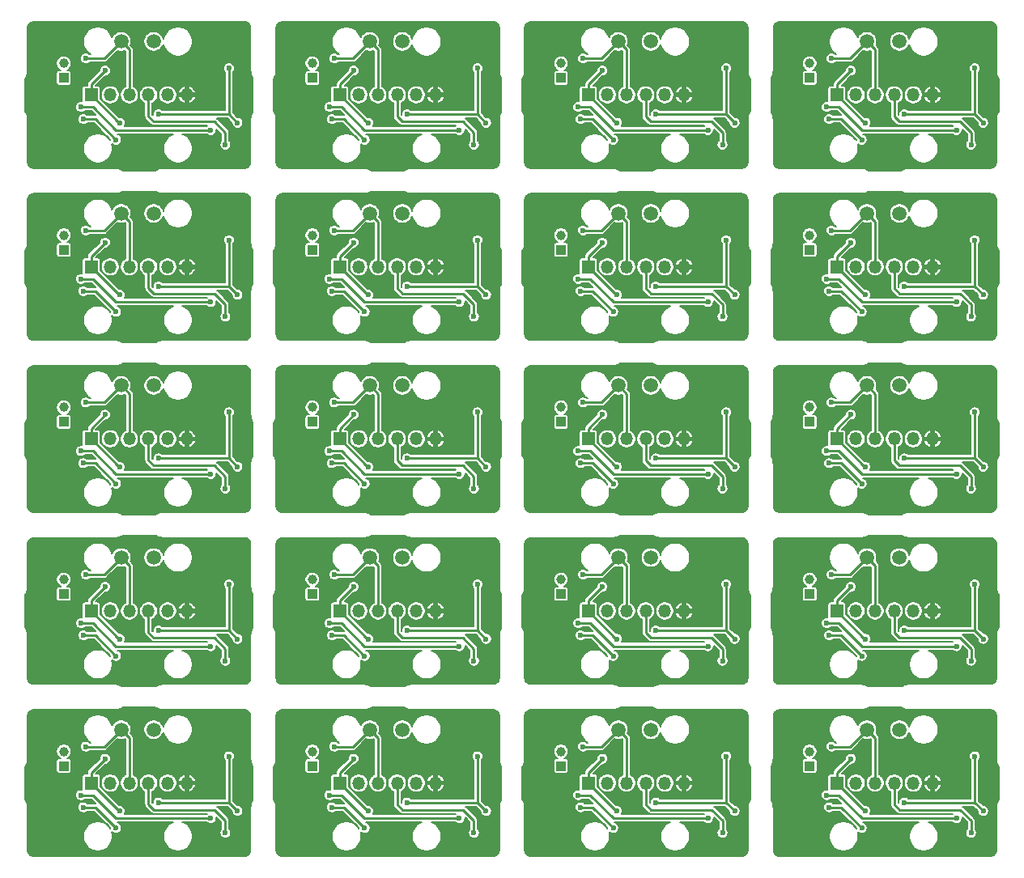
<source format=gbl>
G04 #@! TF.GenerationSoftware,KiCad,Pcbnew,(5.1.7)-1*
G04 #@! TF.CreationDate,2021-12-09T14:19:56+08:00*
G04 #@! TF.ProjectId,haptic-cloth-panelized,68617074-6963-42d6-936c-6f74682d7061,rev?*
G04 #@! TF.SameCoordinates,Original*
G04 #@! TF.FileFunction,Copper,L2,Bot*
G04 #@! TF.FilePolarity,Positive*
%FSLAX46Y46*%
G04 Gerber Fmt 4.6, Leading zero omitted, Abs format (unit mm)*
G04 Created by KiCad (PCBNEW (5.1.7)-1) date 2021-12-09 14:19:56*
%MOMM*%
%LPD*%
G01*
G04 APERTURE LIST*
G04 #@! TA.AperFunction,ComponentPad*
%ADD10C,1.500000*%
G04 #@! TD*
G04 #@! TA.AperFunction,ComponentPad*
%ADD11R,1.000000X1.000000*%
G04 #@! TD*
G04 #@! TA.AperFunction,ComponentPad*
%ADD12C,1.000000*%
G04 #@! TD*
G04 #@! TA.AperFunction,SMDPad,CuDef*
%ADD13R,1.350000X1.350000*%
G04 #@! TD*
G04 #@! TA.AperFunction,ComponentPad*
%ADD14O,1.350000X1.350000*%
G04 #@! TD*
G04 #@! TA.AperFunction,SMDPad,CuDef*
%ADD15O,1.350000X1.350000*%
G04 #@! TD*
G04 #@! TA.AperFunction,ViaPad*
%ADD16C,0.600000*%
G04 #@! TD*
G04 #@! TA.AperFunction,Conductor*
%ADD17C,0.250000*%
G04 #@! TD*
G04 #@! TA.AperFunction,Conductor*
%ADD18C,0.200000*%
G04 #@! TD*
G04 #@! TA.AperFunction,Conductor*
%ADD19C,0.150000*%
G04 #@! TD*
G04 APERTURE END LIST*
D10*
X141524028Y-124412037D03*
X138124028Y-124412037D03*
D11*
X132126028Y-128222037D03*
D12*
X132126028Y-126698037D03*
D13*
X134983528Y-130000037D03*
D14*
X136983528Y-130000037D03*
X138983528Y-130000037D03*
X140983528Y-130000037D03*
X142983528Y-130000037D03*
D15*
X144983528Y-130000037D03*
D10*
X115524019Y-124412037D03*
X112124019Y-124412037D03*
D11*
X106126019Y-128222037D03*
D12*
X106126019Y-126698037D03*
D13*
X108983519Y-130000037D03*
D14*
X110983519Y-130000037D03*
X112983519Y-130000037D03*
X114983519Y-130000037D03*
X116983519Y-130000037D03*
D15*
X118983519Y-130000037D03*
D10*
X89524010Y-124412037D03*
X86124010Y-124412037D03*
D11*
X80126010Y-128222037D03*
D12*
X80126010Y-126698037D03*
D13*
X82983510Y-130000037D03*
D14*
X84983510Y-130000037D03*
X86983510Y-130000037D03*
X88983510Y-130000037D03*
X90983510Y-130000037D03*
D15*
X92983510Y-130000037D03*
D10*
X63524001Y-124412037D03*
X60124001Y-124412037D03*
D11*
X54126001Y-128222037D03*
D12*
X54126001Y-126698037D03*
D13*
X56983501Y-130000037D03*
D14*
X58983501Y-130000037D03*
X60983501Y-130000037D03*
X62983501Y-130000037D03*
X64983501Y-130000037D03*
D15*
X66983501Y-130000037D03*
D10*
X141524028Y-106412028D03*
X138124028Y-106412028D03*
D11*
X132126028Y-110222028D03*
D12*
X132126028Y-108698028D03*
D13*
X134983528Y-112000028D03*
D14*
X136983528Y-112000028D03*
X138983528Y-112000028D03*
X140983528Y-112000028D03*
X142983528Y-112000028D03*
D15*
X144983528Y-112000028D03*
D10*
X115524019Y-106412028D03*
X112124019Y-106412028D03*
D11*
X106126019Y-110222028D03*
D12*
X106126019Y-108698028D03*
D13*
X108983519Y-112000028D03*
D14*
X110983519Y-112000028D03*
X112983519Y-112000028D03*
X114983519Y-112000028D03*
X116983519Y-112000028D03*
D15*
X118983519Y-112000028D03*
D10*
X89524010Y-106412028D03*
X86124010Y-106412028D03*
D11*
X80126010Y-110222028D03*
D12*
X80126010Y-108698028D03*
D13*
X82983510Y-112000028D03*
D14*
X84983510Y-112000028D03*
X86983510Y-112000028D03*
X88983510Y-112000028D03*
X90983510Y-112000028D03*
D15*
X92983510Y-112000028D03*
D10*
X63524001Y-106412028D03*
X60124001Y-106412028D03*
D11*
X54126001Y-110222028D03*
D12*
X54126001Y-108698028D03*
D13*
X56983501Y-112000028D03*
D14*
X58983501Y-112000028D03*
X60983501Y-112000028D03*
X62983501Y-112000028D03*
X64983501Y-112000028D03*
D15*
X66983501Y-112000028D03*
D10*
X141524028Y-88412019D03*
X138124028Y-88412019D03*
D11*
X132126028Y-92222019D03*
D12*
X132126028Y-90698019D03*
D13*
X134983528Y-94000019D03*
D14*
X136983528Y-94000019D03*
X138983528Y-94000019D03*
X140983528Y-94000019D03*
X142983528Y-94000019D03*
D15*
X144983528Y-94000019D03*
D10*
X115524019Y-88412019D03*
X112124019Y-88412019D03*
D11*
X106126019Y-92222019D03*
D12*
X106126019Y-90698019D03*
D13*
X108983519Y-94000019D03*
D14*
X110983519Y-94000019D03*
X112983519Y-94000019D03*
X114983519Y-94000019D03*
X116983519Y-94000019D03*
D15*
X118983519Y-94000019D03*
D10*
X89524010Y-88412019D03*
X86124010Y-88412019D03*
D11*
X80126010Y-92222019D03*
D12*
X80126010Y-90698019D03*
D13*
X82983510Y-94000019D03*
D14*
X84983510Y-94000019D03*
X86983510Y-94000019D03*
X88983510Y-94000019D03*
X90983510Y-94000019D03*
D15*
X92983510Y-94000019D03*
D10*
X63524001Y-88412019D03*
X60124001Y-88412019D03*
D11*
X54126001Y-92222019D03*
D12*
X54126001Y-90698019D03*
D13*
X56983501Y-94000019D03*
D14*
X58983501Y-94000019D03*
X60983501Y-94000019D03*
X62983501Y-94000019D03*
X64983501Y-94000019D03*
D15*
X66983501Y-94000019D03*
D10*
X141524028Y-70412010D03*
X138124028Y-70412010D03*
D11*
X132126028Y-74222010D03*
D12*
X132126028Y-72698010D03*
D13*
X134983528Y-76000010D03*
D14*
X136983528Y-76000010D03*
X138983528Y-76000010D03*
X140983528Y-76000010D03*
X142983528Y-76000010D03*
D15*
X144983528Y-76000010D03*
D10*
X115524019Y-70412010D03*
X112124019Y-70412010D03*
D11*
X106126019Y-74222010D03*
D12*
X106126019Y-72698010D03*
D13*
X108983519Y-76000010D03*
D14*
X110983519Y-76000010D03*
X112983519Y-76000010D03*
X114983519Y-76000010D03*
X116983519Y-76000010D03*
D15*
X118983519Y-76000010D03*
D10*
X89524010Y-70412010D03*
X86124010Y-70412010D03*
D11*
X80126010Y-74222010D03*
D12*
X80126010Y-72698010D03*
D13*
X82983510Y-76000010D03*
D14*
X84983510Y-76000010D03*
X86983510Y-76000010D03*
X88983510Y-76000010D03*
X90983510Y-76000010D03*
D15*
X92983510Y-76000010D03*
D10*
X63524001Y-70412010D03*
X60124001Y-70412010D03*
D11*
X54126001Y-74222010D03*
D12*
X54126001Y-72698010D03*
D13*
X56983501Y-76000010D03*
D14*
X58983501Y-76000010D03*
X60983501Y-76000010D03*
X62983501Y-76000010D03*
X64983501Y-76000010D03*
D15*
X66983501Y-76000010D03*
D10*
X141524028Y-52412001D03*
X138124028Y-52412001D03*
D11*
X132126028Y-56222001D03*
D12*
X132126028Y-54698001D03*
D13*
X134983528Y-58000001D03*
D14*
X136983528Y-58000001D03*
X138983528Y-58000001D03*
X140983528Y-58000001D03*
X142983528Y-58000001D03*
D15*
X144983528Y-58000001D03*
D10*
X115524019Y-52412001D03*
X112124019Y-52412001D03*
D11*
X106126019Y-56222001D03*
D12*
X106126019Y-54698001D03*
D13*
X108983519Y-58000001D03*
D14*
X110983519Y-58000001D03*
X112983519Y-58000001D03*
X114983519Y-58000001D03*
X116983519Y-58000001D03*
D15*
X118983519Y-58000001D03*
D10*
X89524010Y-52412001D03*
X86124010Y-52412001D03*
D11*
X80126010Y-56222001D03*
D12*
X80126010Y-54698001D03*
D13*
X82983510Y-58000001D03*
D14*
X84983510Y-58000001D03*
X86983510Y-58000001D03*
X88983510Y-58000001D03*
X90983510Y-58000001D03*
D15*
X92983510Y-58000001D03*
D10*
X63524001Y-52412001D03*
X60124001Y-52412001D03*
D11*
X54126001Y-56222001D03*
D12*
X54126001Y-54698001D03*
D13*
X56983501Y-58000001D03*
D14*
X58983501Y-58000001D03*
X60983501Y-58000001D03*
X62983501Y-58000001D03*
X64983501Y-58000001D03*
D15*
X66983501Y-58000001D03*
D16*
X58444001Y-55460001D03*
X59968001Y-60921001D03*
X56412001Y-54190001D03*
X71017008Y-63206994D03*
X72287019Y-60920983D03*
X71398001Y-55206001D03*
X64031993Y-60032001D03*
X55904001Y-59270001D03*
X69493001Y-61683001D03*
X63270001Y-53682001D03*
X65810001Y-54444001D03*
X73176001Y-58508001D03*
X73176001Y-65112001D03*
X73176001Y-62064001D03*
X50852501Y-57454501D03*
X50852501Y-61454501D03*
X52452501Y-63854501D03*
X53252501Y-59854501D03*
X54052501Y-51054501D03*
X55652501Y-64654501D03*
X59652501Y-54254501D03*
X61252501Y-51054501D03*
X64452501Y-54254501D03*
X68452501Y-51054501D03*
X70852501Y-52654501D03*
X67080001Y-65366001D03*
X62000001Y-60794001D03*
X69874001Y-62572001D03*
X70128001Y-56476001D03*
X59968001Y-59270001D03*
X56158001Y-60540001D03*
X59587001Y-62699001D03*
X84444010Y-55460001D03*
X85968010Y-60921001D03*
X82412010Y-54190001D03*
X97017017Y-63206994D03*
X98287028Y-60920983D03*
X97398010Y-55206001D03*
X90032002Y-60032001D03*
X81904010Y-59270001D03*
X95493010Y-61683001D03*
X89270010Y-53682001D03*
X91810010Y-54444001D03*
X99176010Y-58508001D03*
X99176010Y-65112001D03*
X99176010Y-62064001D03*
X76852510Y-57454501D03*
X76852510Y-61454501D03*
X78452510Y-63854501D03*
X79252510Y-59854501D03*
X80052510Y-51054501D03*
X81652510Y-64654501D03*
X85652510Y-54254501D03*
X87252510Y-51054501D03*
X90452510Y-54254501D03*
X94452510Y-51054501D03*
X96852510Y-52654501D03*
X93080010Y-65366001D03*
X88000010Y-60794001D03*
X95874010Y-62572001D03*
X96128010Y-56476001D03*
X85968010Y-59270001D03*
X82158010Y-60540001D03*
X85587010Y-62699001D03*
X110444019Y-55460001D03*
X111968019Y-60921001D03*
X108412019Y-54190001D03*
X123017026Y-63206994D03*
X124287037Y-60920983D03*
X123398019Y-55206001D03*
X116032011Y-60032001D03*
X107904019Y-59270001D03*
X121493019Y-61683001D03*
X115270019Y-53682001D03*
X117810019Y-54444001D03*
X125176019Y-58508001D03*
X125176019Y-65112001D03*
X125176019Y-62064001D03*
X102852519Y-57454501D03*
X102852519Y-61454501D03*
X104452519Y-63854501D03*
X105252519Y-59854501D03*
X106052519Y-51054501D03*
X107652519Y-64654501D03*
X111652519Y-54254501D03*
X113252519Y-51054501D03*
X116452519Y-54254501D03*
X120452519Y-51054501D03*
X122852519Y-52654501D03*
X119080019Y-65366001D03*
X114000019Y-60794001D03*
X121874019Y-62572001D03*
X122128019Y-56476001D03*
X111968019Y-59270001D03*
X108158019Y-60540001D03*
X111587019Y-62699001D03*
X136444028Y-55460001D03*
X137968028Y-60921001D03*
X134412028Y-54190001D03*
X149017035Y-63206994D03*
X150287046Y-60920983D03*
X149398028Y-55206001D03*
X142032020Y-60032001D03*
X133904028Y-59270001D03*
X147493028Y-61683001D03*
X141270028Y-53682001D03*
X143810028Y-54444001D03*
X151176028Y-58508001D03*
X151176028Y-65112001D03*
X151176028Y-62064001D03*
X128852528Y-57454501D03*
X128852528Y-61454501D03*
X130452528Y-63854501D03*
X131252528Y-59854501D03*
X132052528Y-51054501D03*
X133652528Y-64654501D03*
X137652528Y-54254501D03*
X139252528Y-51054501D03*
X142452528Y-54254501D03*
X146452528Y-51054501D03*
X148852528Y-52654501D03*
X145080028Y-65366001D03*
X140000028Y-60794001D03*
X147874028Y-62572001D03*
X148128028Y-56476001D03*
X137968028Y-59270001D03*
X134158028Y-60540001D03*
X137587028Y-62699001D03*
X58444001Y-73460010D03*
X59968001Y-78921010D03*
X56412001Y-72190010D03*
X71017008Y-81207003D03*
X72287019Y-78920992D03*
X71398001Y-73206010D03*
X64031993Y-78032010D03*
X55904001Y-77270010D03*
X69493001Y-79683010D03*
X63270001Y-71682010D03*
X65810001Y-72444010D03*
X73176001Y-76508010D03*
X73176001Y-83112010D03*
X73176001Y-80064010D03*
X50852501Y-75454510D03*
X50852501Y-79454510D03*
X52452501Y-81854510D03*
X53252501Y-77854510D03*
X54052501Y-69054510D03*
X55652501Y-82654510D03*
X59652501Y-72254510D03*
X61252501Y-69054510D03*
X64452501Y-72254510D03*
X68452501Y-69054510D03*
X70852501Y-70654510D03*
X67080001Y-83366010D03*
X62000001Y-78794010D03*
X69874001Y-80572010D03*
X70128001Y-74476010D03*
X59968001Y-77270010D03*
X56158001Y-78540010D03*
X59587001Y-80699010D03*
X84444010Y-73460010D03*
X85968010Y-78921010D03*
X82412010Y-72190010D03*
X97017017Y-81207003D03*
X98287028Y-78920992D03*
X97398010Y-73206010D03*
X90032002Y-78032010D03*
X81904010Y-77270010D03*
X95493010Y-79683010D03*
X89270010Y-71682010D03*
X91810010Y-72444010D03*
X99176010Y-76508010D03*
X99176010Y-83112010D03*
X99176010Y-80064010D03*
X76852510Y-75454510D03*
X76852510Y-79454510D03*
X78452510Y-81854510D03*
X79252510Y-77854510D03*
X80052510Y-69054510D03*
X81652510Y-82654510D03*
X85652510Y-72254510D03*
X87252510Y-69054510D03*
X90452510Y-72254510D03*
X94452510Y-69054510D03*
X96852510Y-70654510D03*
X93080010Y-83366010D03*
X88000010Y-78794010D03*
X95874010Y-80572010D03*
X96128010Y-74476010D03*
X85968010Y-77270010D03*
X82158010Y-78540010D03*
X85587010Y-80699010D03*
X110444019Y-73460010D03*
X111968019Y-78921010D03*
X108412019Y-72190010D03*
X123017026Y-81207003D03*
X124287037Y-78920992D03*
X123398019Y-73206010D03*
X116032011Y-78032010D03*
X107904019Y-77270010D03*
X121493019Y-79683010D03*
X115270019Y-71682010D03*
X117810019Y-72444010D03*
X125176019Y-76508010D03*
X125176019Y-83112010D03*
X125176019Y-80064010D03*
X102852519Y-75454510D03*
X102852519Y-79454510D03*
X104452519Y-81854510D03*
X105252519Y-77854510D03*
X106052519Y-69054510D03*
X107652519Y-82654510D03*
X111652519Y-72254510D03*
X113252519Y-69054510D03*
X116452519Y-72254510D03*
X120452519Y-69054510D03*
X122852519Y-70654510D03*
X119080019Y-83366010D03*
X114000019Y-78794010D03*
X121874019Y-80572010D03*
X122128019Y-74476010D03*
X111968019Y-77270010D03*
X108158019Y-78540010D03*
X111587019Y-80699010D03*
X136444028Y-73460010D03*
X137968028Y-78921010D03*
X134412028Y-72190010D03*
X149017035Y-81207003D03*
X150287046Y-78920992D03*
X149398028Y-73206010D03*
X142032020Y-78032010D03*
X133904028Y-77270010D03*
X147493028Y-79683010D03*
X141270028Y-71682010D03*
X143810028Y-72444010D03*
X151176028Y-76508010D03*
X151176028Y-83112010D03*
X151176028Y-80064010D03*
X128852528Y-75454510D03*
X128852528Y-79454510D03*
X130452528Y-81854510D03*
X131252528Y-77854510D03*
X132052528Y-69054510D03*
X133652528Y-82654510D03*
X137652528Y-72254510D03*
X139252528Y-69054510D03*
X142452528Y-72254510D03*
X146452528Y-69054510D03*
X148852528Y-70654510D03*
X145080028Y-83366010D03*
X140000028Y-78794010D03*
X147874028Y-80572010D03*
X148128028Y-74476010D03*
X137968028Y-77270010D03*
X134158028Y-78540010D03*
X137587028Y-80699010D03*
X58444001Y-91460019D03*
X59968001Y-96921019D03*
X56412001Y-90190019D03*
X71017008Y-99207012D03*
X72287019Y-96921001D03*
X71398001Y-91206019D03*
X64031993Y-96032019D03*
X55904001Y-95270019D03*
X69493001Y-97683019D03*
X63270001Y-89682019D03*
X65810001Y-90444019D03*
X73176001Y-94508019D03*
X73176001Y-101112019D03*
X73176001Y-98064019D03*
X50852501Y-93454519D03*
X50852501Y-97454519D03*
X52452501Y-99854519D03*
X53252501Y-95854519D03*
X54052501Y-87054519D03*
X55652501Y-100654519D03*
X59652501Y-90254519D03*
X61252501Y-87054519D03*
X64452501Y-90254519D03*
X68452501Y-87054519D03*
X70852501Y-88654519D03*
X67080001Y-101366019D03*
X62000001Y-96794019D03*
X69874001Y-98572019D03*
X70128001Y-92476019D03*
X59968001Y-95270019D03*
X56158001Y-96540019D03*
X59587001Y-98699019D03*
X84444010Y-91460019D03*
X85968010Y-96921019D03*
X82412010Y-90190019D03*
X97017017Y-99207012D03*
X98287028Y-96921001D03*
X97398010Y-91206019D03*
X90032002Y-96032019D03*
X81904010Y-95270019D03*
X95493010Y-97683019D03*
X89270010Y-89682019D03*
X91810010Y-90444019D03*
X99176010Y-94508019D03*
X99176010Y-101112019D03*
X99176010Y-98064019D03*
X76852510Y-93454519D03*
X76852510Y-97454519D03*
X78452510Y-99854519D03*
X79252510Y-95854519D03*
X80052510Y-87054519D03*
X81652510Y-100654519D03*
X85652510Y-90254519D03*
X87252510Y-87054519D03*
X90452510Y-90254519D03*
X94452510Y-87054519D03*
X96852510Y-88654519D03*
X93080010Y-101366019D03*
X88000010Y-96794019D03*
X95874010Y-98572019D03*
X96128010Y-92476019D03*
X85968010Y-95270019D03*
X82158010Y-96540019D03*
X85587010Y-98699019D03*
X110444019Y-91460019D03*
X111968019Y-96921019D03*
X108412019Y-90190019D03*
X123017026Y-99207012D03*
X124287037Y-96921001D03*
X123398019Y-91206019D03*
X116032011Y-96032019D03*
X107904019Y-95270019D03*
X121493019Y-97683019D03*
X115270019Y-89682019D03*
X117810019Y-90444019D03*
X125176019Y-94508019D03*
X125176019Y-101112019D03*
X125176019Y-98064019D03*
X102852519Y-93454519D03*
X102852519Y-97454519D03*
X104452519Y-99854519D03*
X105252519Y-95854519D03*
X106052519Y-87054519D03*
X107652519Y-100654519D03*
X111652519Y-90254519D03*
X113252519Y-87054519D03*
X116452519Y-90254519D03*
X120452519Y-87054519D03*
X122852519Y-88654519D03*
X119080019Y-101366019D03*
X114000019Y-96794019D03*
X121874019Y-98572019D03*
X122128019Y-92476019D03*
X111968019Y-95270019D03*
X108158019Y-96540019D03*
X111587019Y-98699019D03*
X136444028Y-91460019D03*
X137968028Y-96921019D03*
X134412028Y-90190019D03*
X149017035Y-99207012D03*
X150287046Y-96921001D03*
X149398028Y-91206019D03*
X142032020Y-96032019D03*
X133904028Y-95270019D03*
X147493028Y-97683019D03*
X141270028Y-89682019D03*
X143810028Y-90444019D03*
X151176028Y-94508019D03*
X151176028Y-101112019D03*
X151176028Y-98064019D03*
X128852528Y-93454519D03*
X128852528Y-97454519D03*
X130452528Y-99854519D03*
X131252528Y-95854519D03*
X132052528Y-87054519D03*
X133652528Y-100654519D03*
X137652528Y-90254519D03*
X139252528Y-87054519D03*
X142452528Y-90254519D03*
X146452528Y-87054519D03*
X148852528Y-88654519D03*
X145080028Y-101366019D03*
X140000028Y-96794019D03*
X147874028Y-98572019D03*
X148128028Y-92476019D03*
X137968028Y-95270019D03*
X134158028Y-96540019D03*
X137587028Y-98699019D03*
X58444001Y-109460028D03*
X59968001Y-114921028D03*
X56412001Y-108190028D03*
X71017008Y-117207021D03*
X72287019Y-114921010D03*
X71398001Y-109206028D03*
X64031993Y-114032028D03*
X55904001Y-113270028D03*
X69493001Y-115683028D03*
X63270001Y-107682028D03*
X65810001Y-108444028D03*
X73176001Y-112508028D03*
X73176001Y-119112028D03*
X73176001Y-116064028D03*
X50852501Y-111454528D03*
X50852501Y-115454528D03*
X52452501Y-117854528D03*
X53252501Y-113854528D03*
X54052501Y-105054528D03*
X55652501Y-118654528D03*
X59652501Y-108254528D03*
X61252501Y-105054528D03*
X64452501Y-108254528D03*
X68452501Y-105054528D03*
X70852501Y-106654528D03*
X67080001Y-119366028D03*
X62000001Y-114794028D03*
X69874001Y-116572028D03*
X70128001Y-110476028D03*
X59968001Y-113270028D03*
X56158001Y-114540028D03*
X59587001Y-116699028D03*
X84444010Y-109460028D03*
X85968010Y-114921028D03*
X82412010Y-108190028D03*
X97017017Y-117207021D03*
X98287028Y-114921010D03*
X97398010Y-109206028D03*
X90032002Y-114032028D03*
X81904010Y-113270028D03*
X95493010Y-115683028D03*
X89270010Y-107682028D03*
X91810010Y-108444028D03*
X99176010Y-112508028D03*
X99176010Y-119112028D03*
X99176010Y-116064028D03*
X76852510Y-111454528D03*
X76852510Y-115454528D03*
X78452510Y-117854528D03*
X79252510Y-113854528D03*
X80052510Y-105054528D03*
X81652510Y-118654528D03*
X85652510Y-108254528D03*
X87252510Y-105054528D03*
X90452510Y-108254528D03*
X94452510Y-105054528D03*
X96852510Y-106654528D03*
X93080010Y-119366028D03*
X88000010Y-114794028D03*
X95874010Y-116572028D03*
X96128010Y-110476028D03*
X85968010Y-113270028D03*
X82158010Y-114540028D03*
X85587010Y-116699028D03*
X110444019Y-109460028D03*
X111968019Y-114921028D03*
X108412019Y-108190028D03*
X123017026Y-117207021D03*
X124287037Y-114921010D03*
X123398019Y-109206028D03*
X116032011Y-114032028D03*
X107904019Y-113270028D03*
X121493019Y-115683028D03*
X115270019Y-107682028D03*
X117810019Y-108444028D03*
X125176019Y-112508028D03*
X125176019Y-119112028D03*
X125176019Y-116064028D03*
X102852519Y-111454528D03*
X102852519Y-115454528D03*
X104452519Y-117854528D03*
X105252519Y-113854528D03*
X106052519Y-105054528D03*
X107652519Y-118654528D03*
X111652519Y-108254528D03*
X113252519Y-105054528D03*
X116452519Y-108254528D03*
X120452519Y-105054528D03*
X122852519Y-106654528D03*
X119080019Y-119366028D03*
X114000019Y-114794028D03*
X121874019Y-116572028D03*
X122128019Y-110476028D03*
X111968019Y-113270028D03*
X108158019Y-114540028D03*
X111587019Y-116699028D03*
X136444028Y-109460028D03*
X137968028Y-114921028D03*
X134412028Y-108190028D03*
X149017035Y-117207021D03*
X150287046Y-114921010D03*
X149398028Y-109206028D03*
X142032020Y-114032028D03*
X133904028Y-113270028D03*
X147493028Y-115683028D03*
X141270028Y-107682028D03*
X143810028Y-108444028D03*
X151176028Y-112508028D03*
X151176028Y-119112028D03*
X151176028Y-116064028D03*
X128852528Y-111454528D03*
X128852528Y-115454528D03*
X130452528Y-117854528D03*
X131252528Y-113854528D03*
X132052528Y-105054528D03*
X133652528Y-118654528D03*
X137652528Y-108254528D03*
X139252528Y-105054528D03*
X142452528Y-108254528D03*
X146452528Y-105054528D03*
X148852528Y-106654528D03*
X145080028Y-119366028D03*
X140000028Y-114794028D03*
X147874028Y-116572028D03*
X148128028Y-110476028D03*
X137968028Y-113270028D03*
X134158028Y-114540028D03*
X137587028Y-116699028D03*
X58444001Y-127460037D03*
X59968001Y-132921037D03*
X56412001Y-126190037D03*
X71017008Y-135207030D03*
X72287019Y-132921019D03*
X71398001Y-127206037D03*
X64031993Y-132032037D03*
X55904001Y-131270037D03*
X69493001Y-133683037D03*
X63270001Y-125682037D03*
X65810001Y-126444037D03*
X73176001Y-130508037D03*
X73176001Y-137112037D03*
X73176001Y-134064037D03*
X50852501Y-129454537D03*
X50852501Y-133454537D03*
X52452501Y-135854537D03*
X53252501Y-131854537D03*
X54052501Y-123054537D03*
X55652501Y-136654537D03*
X59652501Y-126254537D03*
X61252501Y-123054537D03*
X64452501Y-126254537D03*
X68452501Y-123054537D03*
X70852501Y-124654537D03*
X67080001Y-137366037D03*
X62000001Y-132794037D03*
X69874001Y-134572037D03*
X70128001Y-128476037D03*
X59968001Y-131270037D03*
X56158001Y-132540037D03*
X59587001Y-134699037D03*
X84444010Y-127460037D03*
X85968010Y-132921037D03*
X82412010Y-126190037D03*
X97017017Y-135207030D03*
X98287028Y-132921019D03*
X97398010Y-127206037D03*
X90032002Y-132032037D03*
X81904010Y-131270037D03*
X95493010Y-133683037D03*
X89270010Y-125682037D03*
X91810010Y-126444037D03*
X99176010Y-130508037D03*
X99176010Y-137112037D03*
X99176010Y-134064037D03*
X76852510Y-129454537D03*
X76852510Y-133454537D03*
X78452510Y-135854537D03*
X79252510Y-131854537D03*
X80052510Y-123054537D03*
X81652510Y-136654537D03*
X85652510Y-126254537D03*
X87252510Y-123054537D03*
X90452510Y-126254537D03*
X94452510Y-123054537D03*
X96852510Y-124654537D03*
X93080010Y-137366037D03*
X88000010Y-132794037D03*
X95874010Y-134572037D03*
X96128010Y-128476037D03*
X85968010Y-131270037D03*
X82158010Y-132540037D03*
X85587010Y-134699037D03*
X110444019Y-127460037D03*
X111968019Y-132921037D03*
X108412019Y-126190037D03*
X123017026Y-135207030D03*
X124287037Y-132921019D03*
X123398019Y-127206037D03*
X116032011Y-132032037D03*
X107904019Y-131270037D03*
X121493019Y-133683037D03*
X115270019Y-125682037D03*
X117810019Y-126444037D03*
X125176019Y-130508037D03*
X125176019Y-137112037D03*
X125176019Y-134064037D03*
X102852519Y-129454537D03*
X102852519Y-133454537D03*
X104452519Y-135854537D03*
X105252519Y-131854537D03*
X106052519Y-123054537D03*
X107652519Y-136654537D03*
X111652519Y-126254537D03*
X113252519Y-123054537D03*
X116452519Y-126254537D03*
X120452519Y-123054537D03*
X122852519Y-124654537D03*
X119080019Y-137366037D03*
X114000019Y-132794037D03*
X121874019Y-134572037D03*
X122128019Y-128476037D03*
X111968019Y-131270037D03*
X108158019Y-132540037D03*
X111587019Y-134699037D03*
X136444028Y-127460037D03*
X137968028Y-132921037D03*
X134412028Y-126190037D03*
X149017035Y-135207030D03*
X150287046Y-132921019D03*
X149398028Y-127206037D03*
X142032020Y-132032037D03*
X133904028Y-131270037D03*
X147493028Y-133683037D03*
X141270028Y-125682037D03*
X143810028Y-126444037D03*
X151176028Y-130508037D03*
X151176028Y-137112037D03*
X151176028Y-134064037D03*
X128852528Y-129454537D03*
X128852528Y-133454537D03*
X130452528Y-135854537D03*
X131252528Y-131854537D03*
X132052528Y-123054537D03*
X133652528Y-136654537D03*
X137652528Y-126254537D03*
X139252528Y-123054537D03*
X142452528Y-126254537D03*
X146452528Y-123054537D03*
X148852528Y-124654537D03*
X145080028Y-137366037D03*
X140000028Y-132794037D03*
X147874028Y-134572037D03*
X148128028Y-128476037D03*
X137968028Y-131270037D03*
X134158028Y-132540037D03*
X137587028Y-134699037D03*
D17*
X56983501Y-58000001D02*
X56983501Y-56920501D01*
X56983501Y-56920501D02*
X58444001Y-55460001D01*
X56983501Y-58000001D02*
X59904501Y-60921001D01*
X59904501Y-60921001D02*
X59968001Y-60921001D01*
X60983501Y-53271501D02*
X60983501Y-58000001D01*
X60124001Y-52412001D02*
X60983501Y-53271501D01*
X58346001Y-54190001D02*
X56412001Y-54190001D01*
X60124001Y-52412001D02*
X58346001Y-54190001D01*
X71017008Y-61937008D02*
X71017008Y-63206994D01*
X69874001Y-60794001D02*
X71017008Y-61937008D01*
X63524001Y-60794001D02*
X69874001Y-60794001D01*
X62983501Y-60253501D02*
X63524001Y-60794001D01*
X62983501Y-58000001D02*
X62983501Y-60253501D01*
X71398037Y-60032001D02*
X72287019Y-60920983D01*
X71398037Y-60032001D02*
X71398001Y-60031965D01*
X71398001Y-60031965D02*
X71398001Y-55630265D01*
X71398001Y-55630265D02*
X71398001Y-55206001D01*
X71398037Y-60032001D02*
X64031993Y-60032001D01*
X57174001Y-59270001D02*
X59587001Y-61683001D01*
X55904001Y-59270001D02*
X57174001Y-59270001D01*
X59587001Y-61683001D02*
X69493001Y-61683001D01*
X56158001Y-60540001D02*
X57428001Y-60540001D01*
X57428001Y-60540001D02*
X59587001Y-62699001D01*
X82983510Y-58000001D02*
X82983510Y-56920501D01*
X82983510Y-56920501D02*
X84444010Y-55460001D01*
X82983510Y-58000001D02*
X85904510Y-60921001D01*
X85904510Y-60921001D02*
X85968010Y-60921001D01*
X86983510Y-53271501D02*
X86983510Y-58000001D01*
X86124010Y-52412001D02*
X86983510Y-53271501D01*
X84346010Y-54190001D02*
X82412010Y-54190001D01*
X86124010Y-52412001D02*
X84346010Y-54190001D01*
X97017017Y-61937008D02*
X97017017Y-63206994D01*
X95874010Y-60794001D02*
X97017017Y-61937008D01*
X89524010Y-60794001D02*
X95874010Y-60794001D01*
X88983510Y-60253501D02*
X89524010Y-60794001D01*
X88983510Y-58000001D02*
X88983510Y-60253501D01*
X97398046Y-60032001D02*
X98287028Y-60920983D01*
X97398046Y-60032001D02*
X97398010Y-60031965D01*
X97398010Y-60031965D02*
X97398010Y-55630265D01*
X97398010Y-55630265D02*
X97398010Y-55206001D01*
X97398046Y-60032001D02*
X90032002Y-60032001D01*
X83174010Y-59270001D02*
X85587010Y-61683001D01*
X81904010Y-59270001D02*
X83174010Y-59270001D01*
X85587010Y-61683001D02*
X95493010Y-61683001D01*
X82158010Y-60540001D02*
X83428010Y-60540001D01*
X83428010Y-60540001D02*
X85587010Y-62699001D01*
X108983519Y-58000001D02*
X108983519Y-56920501D01*
X108983519Y-56920501D02*
X110444019Y-55460001D01*
X108983519Y-58000001D02*
X111904519Y-60921001D01*
X111904519Y-60921001D02*
X111968019Y-60921001D01*
X112983519Y-53271501D02*
X112983519Y-58000001D01*
X112124019Y-52412001D02*
X112983519Y-53271501D01*
X110346019Y-54190001D02*
X108412019Y-54190001D01*
X112124019Y-52412001D02*
X110346019Y-54190001D01*
X123017026Y-61937008D02*
X123017026Y-63206994D01*
X121874019Y-60794001D02*
X123017026Y-61937008D01*
X115524019Y-60794001D02*
X121874019Y-60794001D01*
X114983519Y-60253501D02*
X115524019Y-60794001D01*
X114983519Y-58000001D02*
X114983519Y-60253501D01*
X123398055Y-60032001D02*
X124287037Y-60920983D01*
X123398055Y-60032001D02*
X123398019Y-60031965D01*
X123398019Y-60031965D02*
X123398019Y-55630265D01*
X123398019Y-55630265D02*
X123398019Y-55206001D01*
X123398055Y-60032001D02*
X116032011Y-60032001D01*
X109174019Y-59270001D02*
X111587019Y-61683001D01*
X107904019Y-59270001D02*
X109174019Y-59270001D01*
X111587019Y-61683001D02*
X121493019Y-61683001D01*
X108158019Y-60540001D02*
X109428019Y-60540001D01*
X109428019Y-60540001D02*
X111587019Y-62699001D01*
X134983528Y-58000001D02*
X134983528Y-56920501D01*
X134983528Y-56920501D02*
X136444028Y-55460001D01*
X134983528Y-58000001D02*
X137904528Y-60921001D01*
X137904528Y-60921001D02*
X137968028Y-60921001D01*
X138983528Y-53271501D02*
X138983528Y-58000001D01*
X138124028Y-52412001D02*
X138983528Y-53271501D01*
X136346028Y-54190001D02*
X134412028Y-54190001D01*
X138124028Y-52412001D02*
X136346028Y-54190001D01*
X149017035Y-61937008D02*
X149017035Y-63206994D01*
X147874028Y-60794001D02*
X149017035Y-61937008D01*
X141524028Y-60794001D02*
X147874028Y-60794001D01*
X140983528Y-60253501D02*
X141524028Y-60794001D01*
X140983528Y-58000001D02*
X140983528Y-60253501D01*
X149398064Y-60032001D02*
X150287046Y-60920983D01*
X149398064Y-60032001D02*
X149398028Y-60031965D01*
X149398028Y-60031965D02*
X149398028Y-55630265D01*
X149398028Y-55630265D02*
X149398028Y-55206001D01*
X149398064Y-60032001D02*
X142032020Y-60032001D01*
X135174028Y-59270001D02*
X137587028Y-61683001D01*
X133904028Y-59270001D02*
X135174028Y-59270001D01*
X137587028Y-61683001D02*
X147493028Y-61683001D01*
X134158028Y-60540001D02*
X135428028Y-60540001D01*
X135428028Y-60540001D02*
X137587028Y-62699001D01*
X56983501Y-76000010D02*
X56983501Y-74920510D01*
X56983501Y-74920510D02*
X58444001Y-73460010D01*
X56983501Y-76000010D02*
X59904501Y-78921010D01*
X59904501Y-78921010D02*
X59968001Y-78921010D01*
X60983501Y-71271510D02*
X60983501Y-76000010D01*
X60124001Y-70412010D02*
X60983501Y-71271510D01*
X58346001Y-72190010D02*
X56412001Y-72190010D01*
X60124001Y-70412010D02*
X58346001Y-72190010D01*
X71017008Y-79937017D02*
X71017008Y-81207003D01*
X69874001Y-78794010D02*
X71017008Y-79937017D01*
X63524001Y-78794010D02*
X69874001Y-78794010D01*
X62983501Y-78253510D02*
X63524001Y-78794010D01*
X62983501Y-76000010D02*
X62983501Y-78253510D01*
X71398037Y-78032010D02*
X72287019Y-78920992D01*
X71398037Y-78032010D02*
X71398001Y-78031974D01*
X71398001Y-78031974D02*
X71398001Y-73630274D01*
X71398001Y-73630274D02*
X71398001Y-73206010D01*
X71398037Y-78032010D02*
X64031993Y-78032010D01*
X57174001Y-77270010D02*
X59587001Y-79683010D01*
X55904001Y-77270010D02*
X57174001Y-77270010D01*
X59587001Y-79683010D02*
X69493001Y-79683010D01*
X56158001Y-78540010D02*
X57428001Y-78540010D01*
X57428001Y-78540010D02*
X59587001Y-80699010D01*
X82983510Y-76000010D02*
X82983510Y-74920510D01*
X82983510Y-74920510D02*
X84444010Y-73460010D01*
X82983510Y-76000010D02*
X85904510Y-78921010D01*
X85904510Y-78921010D02*
X85968010Y-78921010D01*
X86983510Y-71271510D02*
X86983510Y-76000010D01*
X86124010Y-70412010D02*
X86983510Y-71271510D01*
X84346010Y-72190010D02*
X82412010Y-72190010D01*
X86124010Y-70412010D02*
X84346010Y-72190010D01*
X97017017Y-79937017D02*
X97017017Y-81207003D01*
X95874010Y-78794010D02*
X97017017Y-79937017D01*
X89524010Y-78794010D02*
X95874010Y-78794010D01*
X88983510Y-78253510D02*
X89524010Y-78794010D01*
X88983510Y-76000010D02*
X88983510Y-78253510D01*
X97398046Y-78032010D02*
X98287028Y-78920992D01*
X97398046Y-78032010D02*
X97398010Y-78031974D01*
X97398010Y-78031974D02*
X97398010Y-73630274D01*
X97398010Y-73630274D02*
X97398010Y-73206010D01*
X97398046Y-78032010D02*
X90032002Y-78032010D01*
X83174010Y-77270010D02*
X85587010Y-79683010D01*
X81904010Y-77270010D02*
X83174010Y-77270010D01*
X85587010Y-79683010D02*
X95493010Y-79683010D01*
X82158010Y-78540010D02*
X83428010Y-78540010D01*
X83428010Y-78540010D02*
X85587010Y-80699010D01*
X108983519Y-76000010D02*
X108983519Y-74920510D01*
X108983519Y-74920510D02*
X110444019Y-73460010D01*
X108983519Y-76000010D02*
X111904519Y-78921010D01*
X111904519Y-78921010D02*
X111968019Y-78921010D01*
X112983519Y-71271510D02*
X112983519Y-76000010D01*
X112124019Y-70412010D02*
X112983519Y-71271510D01*
X110346019Y-72190010D02*
X108412019Y-72190010D01*
X112124019Y-70412010D02*
X110346019Y-72190010D01*
X123017026Y-79937017D02*
X123017026Y-81207003D01*
X121874019Y-78794010D02*
X123017026Y-79937017D01*
X115524019Y-78794010D02*
X121874019Y-78794010D01*
X114983519Y-78253510D02*
X115524019Y-78794010D01*
X114983519Y-76000010D02*
X114983519Y-78253510D01*
X123398055Y-78032010D02*
X124287037Y-78920992D01*
X123398055Y-78032010D02*
X123398019Y-78031974D01*
X123398019Y-78031974D02*
X123398019Y-73630274D01*
X123398019Y-73630274D02*
X123398019Y-73206010D01*
X123398055Y-78032010D02*
X116032011Y-78032010D01*
X109174019Y-77270010D02*
X111587019Y-79683010D01*
X107904019Y-77270010D02*
X109174019Y-77270010D01*
X111587019Y-79683010D02*
X121493019Y-79683010D01*
X108158019Y-78540010D02*
X109428019Y-78540010D01*
X109428019Y-78540010D02*
X111587019Y-80699010D01*
X134983528Y-76000010D02*
X134983528Y-74920510D01*
X134983528Y-74920510D02*
X136444028Y-73460010D01*
X134983528Y-76000010D02*
X137904528Y-78921010D01*
X137904528Y-78921010D02*
X137968028Y-78921010D01*
X138983528Y-71271510D02*
X138983528Y-76000010D01*
X138124028Y-70412010D02*
X138983528Y-71271510D01*
X136346028Y-72190010D02*
X134412028Y-72190010D01*
X138124028Y-70412010D02*
X136346028Y-72190010D01*
X149017035Y-79937017D02*
X149017035Y-81207003D01*
X147874028Y-78794010D02*
X149017035Y-79937017D01*
X141524028Y-78794010D02*
X147874028Y-78794010D01*
X140983528Y-78253510D02*
X141524028Y-78794010D01*
X140983528Y-76000010D02*
X140983528Y-78253510D01*
X149398064Y-78032010D02*
X150287046Y-78920992D01*
X149398064Y-78032010D02*
X149398028Y-78031974D01*
X149398028Y-78031974D02*
X149398028Y-73630274D01*
X149398028Y-73630274D02*
X149398028Y-73206010D01*
X149398064Y-78032010D02*
X142032020Y-78032010D01*
X135174028Y-77270010D02*
X137587028Y-79683010D01*
X133904028Y-77270010D02*
X135174028Y-77270010D01*
X137587028Y-79683010D02*
X147493028Y-79683010D01*
X134158028Y-78540010D02*
X135428028Y-78540010D01*
X135428028Y-78540010D02*
X137587028Y-80699010D01*
X56983501Y-94000019D02*
X56983501Y-92920519D01*
X56983501Y-92920519D02*
X58444001Y-91460019D01*
X56983501Y-94000019D02*
X59904501Y-96921019D01*
X59904501Y-96921019D02*
X59968001Y-96921019D01*
X60983501Y-89271519D02*
X60983501Y-94000019D01*
X60124001Y-88412019D02*
X60983501Y-89271519D01*
X58346001Y-90190019D02*
X56412001Y-90190019D01*
X60124001Y-88412019D02*
X58346001Y-90190019D01*
X71017008Y-97937026D02*
X71017008Y-99207012D01*
X69874001Y-96794019D02*
X71017008Y-97937026D01*
X63524001Y-96794019D02*
X69874001Y-96794019D01*
X62983501Y-96253519D02*
X63524001Y-96794019D01*
X62983501Y-94000019D02*
X62983501Y-96253519D01*
X71398037Y-96032019D02*
X72287019Y-96921001D01*
X71398037Y-96032019D02*
X71398001Y-96031983D01*
X71398001Y-96031983D02*
X71398001Y-91630283D01*
X71398001Y-91630283D02*
X71398001Y-91206019D01*
X71398037Y-96032019D02*
X64031993Y-96032019D01*
X57174001Y-95270019D02*
X59587001Y-97683019D01*
X55904001Y-95270019D02*
X57174001Y-95270019D01*
X59587001Y-97683019D02*
X69493001Y-97683019D01*
X56158001Y-96540019D02*
X57428001Y-96540019D01*
X57428001Y-96540019D02*
X59587001Y-98699019D01*
X82983510Y-94000019D02*
X82983510Y-92920519D01*
X82983510Y-92920519D02*
X84444010Y-91460019D01*
X82983510Y-94000019D02*
X85904510Y-96921019D01*
X85904510Y-96921019D02*
X85968010Y-96921019D01*
X86983510Y-89271519D02*
X86983510Y-94000019D01*
X86124010Y-88412019D02*
X86983510Y-89271519D01*
X84346010Y-90190019D02*
X82412010Y-90190019D01*
X86124010Y-88412019D02*
X84346010Y-90190019D01*
X97017017Y-97937026D02*
X97017017Y-99207012D01*
X95874010Y-96794019D02*
X97017017Y-97937026D01*
X89524010Y-96794019D02*
X95874010Y-96794019D01*
X88983510Y-96253519D02*
X89524010Y-96794019D01*
X88983510Y-94000019D02*
X88983510Y-96253519D01*
X97398046Y-96032019D02*
X98287028Y-96921001D01*
X97398046Y-96032019D02*
X97398010Y-96031983D01*
X97398010Y-96031983D02*
X97398010Y-91630283D01*
X97398010Y-91630283D02*
X97398010Y-91206019D01*
X97398046Y-96032019D02*
X90032002Y-96032019D01*
X83174010Y-95270019D02*
X85587010Y-97683019D01*
X81904010Y-95270019D02*
X83174010Y-95270019D01*
X85587010Y-97683019D02*
X95493010Y-97683019D01*
X82158010Y-96540019D02*
X83428010Y-96540019D01*
X83428010Y-96540019D02*
X85587010Y-98699019D01*
X108983519Y-94000019D02*
X108983519Y-92920519D01*
X108983519Y-92920519D02*
X110444019Y-91460019D01*
X108983519Y-94000019D02*
X111904519Y-96921019D01*
X111904519Y-96921019D02*
X111968019Y-96921019D01*
X112983519Y-89271519D02*
X112983519Y-94000019D01*
X112124019Y-88412019D02*
X112983519Y-89271519D01*
X110346019Y-90190019D02*
X108412019Y-90190019D01*
X112124019Y-88412019D02*
X110346019Y-90190019D01*
X123017026Y-97937026D02*
X123017026Y-99207012D01*
X121874019Y-96794019D02*
X123017026Y-97937026D01*
X115524019Y-96794019D02*
X121874019Y-96794019D01*
X114983519Y-96253519D02*
X115524019Y-96794019D01*
X114983519Y-94000019D02*
X114983519Y-96253519D01*
X123398055Y-96032019D02*
X124287037Y-96921001D01*
X123398055Y-96032019D02*
X123398019Y-96031983D01*
X123398019Y-96031983D02*
X123398019Y-91630283D01*
X123398019Y-91630283D02*
X123398019Y-91206019D01*
X123398055Y-96032019D02*
X116032011Y-96032019D01*
X109174019Y-95270019D02*
X111587019Y-97683019D01*
X107904019Y-95270019D02*
X109174019Y-95270019D01*
X111587019Y-97683019D02*
X121493019Y-97683019D01*
X108158019Y-96540019D02*
X109428019Y-96540019D01*
X109428019Y-96540019D02*
X111587019Y-98699019D01*
X134983528Y-94000019D02*
X134983528Y-92920519D01*
X134983528Y-92920519D02*
X136444028Y-91460019D01*
X134983528Y-94000019D02*
X137904528Y-96921019D01*
X137904528Y-96921019D02*
X137968028Y-96921019D01*
X138983528Y-89271519D02*
X138983528Y-94000019D01*
X138124028Y-88412019D02*
X138983528Y-89271519D01*
X136346028Y-90190019D02*
X134412028Y-90190019D01*
X138124028Y-88412019D02*
X136346028Y-90190019D01*
X149017035Y-97937026D02*
X149017035Y-99207012D01*
X147874028Y-96794019D02*
X149017035Y-97937026D01*
X141524028Y-96794019D02*
X147874028Y-96794019D01*
X140983528Y-96253519D02*
X141524028Y-96794019D01*
X140983528Y-94000019D02*
X140983528Y-96253519D01*
X149398064Y-96032019D02*
X150287046Y-96921001D01*
X149398064Y-96032019D02*
X149398028Y-96031983D01*
X149398028Y-96031983D02*
X149398028Y-91630283D01*
X149398028Y-91630283D02*
X149398028Y-91206019D01*
X149398064Y-96032019D02*
X142032020Y-96032019D01*
X135174028Y-95270019D02*
X137587028Y-97683019D01*
X133904028Y-95270019D02*
X135174028Y-95270019D01*
X137587028Y-97683019D02*
X147493028Y-97683019D01*
X134158028Y-96540019D02*
X135428028Y-96540019D01*
X135428028Y-96540019D02*
X137587028Y-98699019D01*
X56983501Y-112000028D02*
X56983501Y-110920528D01*
X56983501Y-110920528D02*
X58444001Y-109460028D01*
X56983501Y-112000028D02*
X59904501Y-114921028D01*
X59904501Y-114921028D02*
X59968001Y-114921028D01*
X60983501Y-107271528D02*
X60983501Y-112000028D01*
X60124001Y-106412028D02*
X60983501Y-107271528D01*
X58346001Y-108190028D02*
X56412001Y-108190028D01*
X60124001Y-106412028D02*
X58346001Y-108190028D01*
X71017008Y-115937035D02*
X71017008Y-117207021D01*
X69874001Y-114794028D02*
X71017008Y-115937035D01*
X63524001Y-114794028D02*
X69874001Y-114794028D01*
X62983501Y-114253528D02*
X63524001Y-114794028D01*
X62983501Y-112000028D02*
X62983501Y-114253528D01*
X71398037Y-114032028D02*
X72287019Y-114921010D01*
X71398037Y-114032028D02*
X71398001Y-114031992D01*
X71398001Y-114031992D02*
X71398001Y-109630292D01*
X71398001Y-109630292D02*
X71398001Y-109206028D01*
X71398037Y-114032028D02*
X64031993Y-114032028D01*
X57174001Y-113270028D02*
X59587001Y-115683028D01*
X55904001Y-113270028D02*
X57174001Y-113270028D01*
X59587001Y-115683028D02*
X69493001Y-115683028D01*
X56158001Y-114540028D02*
X57428001Y-114540028D01*
X57428001Y-114540028D02*
X59587001Y-116699028D01*
X82983510Y-112000028D02*
X82983510Y-110920528D01*
X82983510Y-110920528D02*
X84444010Y-109460028D01*
X82983510Y-112000028D02*
X85904510Y-114921028D01*
X85904510Y-114921028D02*
X85968010Y-114921028D01*
X86983510Y-107271528D02*
X86983510Y-112000028D01*
X86124010Y-106412028D02*
X86983510Y-107271528D01*
X84346010Y-108190028D02*
X82412010Y-108190028D01*
X86124010Y-106412028D02*
X84346010Y-108190028D01*
X97017017Y-115937035D02*
X97017017Y-117207021D01*
X95874010Y-114794028D02*
X97017017Y-115937035D01*
X89524010Y-114794028D02*
X95874010Y-114794028D01*
X88983510Y-114253528D02*
X89524010Y-114794028D01*
X88983510Y-112000028D02*
X88983510Y-114253528D01*
X97398046Y-114032028D02*
X98287028Y-114921010D01*
X97398046Y-114032028D02*
X97398010Y-114031992D01*
X97398010Y-114031992D02*
X97398010Y-109630292D01*
X97398010Y-109630292D02*
X97398010Y-109206028D01*
X97398046Y-114032028D02*
X90032002Y-114032028D01*
X83174010Y-113270028D02*
X85587010Y-115683028D01*
X81904010Y-113270028D02*
X83174010Y-113270028D01*
X85587010Y-115683028D02*
X95493010Y-115683028D01*
X82158010Y-114540028D02*
X83428010Y-114540028D01*
X83428010Y-114540028D02*
X85587010Y-116699028D01*
X108983519Y-112000028D02*
X108983519Y-110920528D01*
X108983519Y-110920528D02*
X110444019Y-109460028D01*
X108983519Y-112000028D02*
X111904519Y-114921028D01*
X111904519Y-114921028D02*
X111968019Y-114921028D01*
X112983519Y-107271528D02*
X112983519Y-112000028D01*
X112124019Y-106412028D02*
X112983519Y-107271528D01*
X110346019Y-108190028D02*
X108412019Y-108190028D01*
X112124019Y-106412028D02*
X110346019Y-108190028D01*
X123017026Y-115937035D02*
X123017026Y-117207021D01*
X121874019Y-114794028D02*
X123017026Y-115937035D01*
X115524019Y-114794028D02*
X121874019Y-114794028D01*
X114983519Y-114253528D02*
X115524019Y-114794028D01*
X114983519Y-112000028D02*
X114983519Y-114253528D01*
X123398055Y-114032028D02*
X124287037Y-114921010D01*
X123398055Y-114032028D02*
X123398019Y-114031992D01*
X123398019Y-114031992D02*
X123398019Y-109630292D01*
X123398019Y-109630292D02*
X123398019Y-109206028D01*
X123398055Y-114032028D02*
X116032011Y-114032028D01*
X109174019Y-113270028D02*
X111587019Y-115683028D01*
X107904019Y-113270028D02*
X109174019Y-113270028D01*
X111587019Y-115683028D02*
X121493019Y-115683028D01*
X108158019Y-114540028D02*
X109428019Y-114540028D01*
X109428019Y-114540028D02*
X111587019Y-116699028D01*
X134983528Y-112000028D02*
X134983528Y-110920528D01*
X134983528Y-110920528D02*
X136444028Y-109460028D01*
X134983528Y-112000028D02*
X137904528Y-114921028D01*
X137904528Y-114921028D02*
X137968028Y-114921028D01*
X138983528Y-107271528D02*
X138983528Y-112000028D01*
X138124028Y-106412028D02*
X138983528Y-107271528D01*
X136346028Y-108190028D02*
X134412028Y-108190028D01*
X138124028Y-106412028D02*
X136346028Y-108190028D01*
X149017035Y-115937035D02*
X149017035Y-117207021D01*
X147874028Y-114794028D02*
X149017035Y-115937035D01*
X141524028Y-114794028D02*
X147874028Y-114794028D01*
X140983528Y-114253528D02*
X141524028Y-114794028D01*
X140983528Y-112000028D02*
X140983528Y-114253528D01*
X149398064Y-114032028D02*
X150287046Y-114921010D01*
X149398064Y-114032028D02*
X149398028Y-114031992D01*
X149398028Y-114031992D02*
X149398028Y-109630292D01*
X149398028Y-109630292D02*
X149398028Y-109206028D01*
X149398064Y-114032028D02*
X142032020Y-114032028D01*
X135174028Y-113270028D02*
X137587028Y-115683028D01*
X133904028Y-113270028D02*
X135174028Y-113270028D01*
X137587028Y-115683028D02*
X147493028Y-115683028D01*
X134158028Y-114540028D02*
X135428028Y-114540028D01*
X135428028Y-114540028D02*
X137587028Y-116699028D01*
X56983501Y-130000037D02*
X56983501Y-128920537D01*
X56983501Y-128920537D02*
X58444001Y-127460037D01*
X56983501Y-130000037D02*
X59904501Y-132921037D01*
X59904501Y-132921037D02*
X59968001Y-132921037D01*
X60983501Y-125271537D02*
X60983501Y-130000037D01*
X60124001Y-124412037D02*
X60983501Y-125271537D01*
X58346001Y-126190037D02*
X56412001Y-126190037D01*
X60124001Y-124412037D02*
X58346001Y-126190037D01*
X71017008Y-133937044D02*
X71017008Y-135207030D01*
X69874001Y-132794037D02*
X71017008Y-133937044D01*
X63524001Y-132794037D02*
X69874001Y-132794037D01*
X62983501Y-132253537D02*
X63524001Y-132794037D01*
X62983501Y-130000037D02*
X62983501Y-132253537D01*
X71398037Y-132032037D02*
X72287019Y-132921019D01*
X71398037Y-132032037D02*
X71398001Y-132032001D01*
X71398001Y-132032001D02*
X71398001Y-127630301D01*
X71398001Y-127630301D02*
X71398001Y-127206037D01*
X71398037Y-132032037D02*
X64031993Y-132032037D01*
X57174001Y-131270037D02*
X59587001Y-133683037D01*
X55904001Y-131270037D02*
X57174001Y-131270037D01*
X59587001Y-133683037D02*
X69493001Y-133683037D01*
X56158001Y-132540037D02*
X57428001Y-132540037D01*
X57428001Y-132540037D02*
X59587001Y-134699037D01*
X82983510Y-130000037D02*
X82983510Y-128920537D01*
X82983510Y-128920537D02*
X84444010Y-127460037D01*
X82983510Y-130000037D02*
X85904510Y-132921037D01*
X85904510Y-132921037D02*
X85968010Y-132921037D01*
X86983510Y-125271537D02*
X86983510Y-130000037D01*
X86124010Y-124412037D02*
X86983510Y-125271537D01*
X84346010Y-126190037D02*
X82412010Y-126190037D01*
X86124010Y-124412037D02*
X84346010Y-126190037D01*
X97017017Y-133937044D02*
X97017017Y-135207030D01*
X95874010Y-132794037D02*
X97017017Y-133937044D01*
X89524010Y-132794037D02*
X95874010Y-132794037D01*
X88983510Y-132253537D02*
X89524010Y-132794037D01*
X88983510Y-130000037D02*
X88983510Y-132253537D01*
X97398046Y-132032037D02*
X98287028Y-132921019D01*
X97398046Y-132032037D02*
X97398010Y-132032001D01*
X97398010Y-132032001D02*
X97398010Y-127630301D01*
X97398010Y-127630301D02*
X97398010Y-127206037D01*
X97398046Y-132032037D02*
X90032002Y-132032037D01*
X83174010Y-131270037D02*
X85587010Y-133683037D01*
X81904010Y-131270037D02*
X83174010Y-131270037D01*
X85587010Y-133683037D02*
X95493010Y-133683037D01*
X82158010Y-132540037D02*
X83428010Y-132540037D01*
X83428010Y-132540037D02*
X85587010Y-134699037D01*
X108983519Y-130000037D02*
X108983519Y-128920537D01*
X108983519Y-128920537D02*
X110444019Y-127460037D01*
X108983519Y-130000037D02*
X111904519Y-132921037D01*
X111904519Y-132921037D02*
X111968019Y-132921037D01*
X112983519Y-125271537D02*
X112983519Y-130000037D01*
X112124019Y-124412037D02*
X112983519Y-125271537D01*
X110346019Y-126190037D02*
X108412019Y-126190037D01*
X112124019Y-124412037D02*
X110346019Y-126190037D01*
X123017026Y-133937044D02*
X123017026Y-135207030D01*
X121874019Y-132794037D02*
X123017026Y-133937044D01*
X115524019Y-132794037D02*
X121874019Y-132794037D01*
X114983519Y-132253537D02*
X115524019Y-132794037D01*
X114983519Y-130000037D02*
X114983519Y-132253537D01*
X123398055Y-132032037D02*
X124287037Y-132921019D01*
X123398055Y-132032037D02*
X123398019Y-132032001D01*
X123398019Y-132032001D02*
X123398019Y-127630301D01*
X123398019Y-127630301D02*
X123398019Y-127206037D01*
X123398055Y-132032037D02*
X116032011Y-132032037D01*
X109174019Y-131270037D02*
X111587019Y-133683037D01*
X107904019Y-131270037D02*
X109174019Y-131270037D01*
X111587019Y-133683037D02*
X121493019Y-133683037D01*
X108158019Y-132540037D02*
X109428019Y-132540037D01*
X109428019Y-132540037D02*
X111587019Y-134699037D01*
X134983528Y-130000037D02*
X134983528Y-128920537D01*
X134983528Y-128920537D02*
X136444028Y-127460037D01*
X134983528Y-130000037D02*
X137904528Y-132921037D01*
X137904528Y-132921037D02*
X137968028Y-132921037D01*
X138983528Y-125271537D02*
X138983528Y-130000037D01*
X138124028Y-124412037D02*
X138983528Y-125271537D01*
X136346028Y-126190037D02*
X134412028Y-126190037D01*
X138124028Y-124412037D02*
X136346028Y-126190037D01*
X149017035Y-133937044D02*
X149017035Y-135207030D01*
X147874028Y-132794037D02*
X149017035Y-133937044D01*
X141524028Y-132794037D02*
X147874028Y-132794037D01*
X140983528Y-132253537D02*
X141524028Y-132794037D01*
X140983528Y-130000037D02*
X140983528Y-132253537D01*
X149398064Y-132032037D02*
X150287046Y-132921019D01*
X149398064Y-132032037D02*
X149398028Y-132032001D01*
X149398028Y-132032001D02*
X149398028Y-127630301D01*
X149398028Y-127630301D02*
X149398028Y-127206037D01*
X149398064Y-132032037D02*
X142032020Y-132032037D01*
X135174028Y-131270037D02*
X137587028Y-133683037D01*
X133904028Y-131270037D02*
X135174028Y-131270037D01*
X137587028Y-133683037D02*
X147493028Y-133683037D01*
X134158028Y-132540037D02*
X135428028Y-132540037D01*
X135428028Y-132540037D02*
X137587028Y-134699037D01*
D18*
X73064917Y-50352917D02*
X73071407Y-50353589D01*
X73134891Y-50363935D01*
X73197995Y-50380564D01*
X73204189Y-50382570D01*
X73264383Y-50405956D01*
X73321961Y-50434955D01*
X73327606Y-50438238D01*
X73382468Y-50474123D01*
X73432791Y-50514579D01*
X73438025Y-50519298D01*
X73480772Y-50562045D01*
X73485639Y-50567438D01*
X73525851Y-50617491D01*
X73561760Y-50672391D01*
X73565084Y-50678107D01*
X73593822Y-50735097D01*
X73618492Y-50799452D01*
X73635456Y-50861817D01*
X73636823Y-50868206D01*
X73646516Y-50931174D01*
X73651001Y-51015782D01*
X73651000Y-55500279D01*
X73650579Y-55508894D01*
X73651000Y-55517420D01*
X73651000Y-55525988D01*
X73651848Y-55534601D01*
X73656235Y-55623429D01*
X73657047Y-55640157D01*
X73657067Y-55640294D01*
X73657074Y-55640430D01*
X73659467Y-55656531D01*
X73668731Y-55719225D01*
X73668728Y-55719283D01*
X73673553Y-55751860D01*
X73676273Y-55770265D01*
X73676289Y-55770328D01*
X73676299Y-55770397D01*
X73680641Y-55787745D01*
X73688800Y-55820395D01*
X73688825Y-55820448D01*
X73695738Y-55848072D01*
X73695745Y-55848208D01*
X73703981Y-55881006D01*
X73708245Y-55898046D01*
X73708293Y-55898179D01*
X73708329Y-55898324D01*
X73714496Y-55915528D01*
X73725643Y-55946701D01*
X73725713Y-55946817D01*
X73747005Y-56006214D01*
X73752622Y-56021926D01*
X73752685Y-56022059D01*
X73752730Y-56022185D01*
X73759453Y-56036378D01*
X73786806Y-56094248D01*
X73786842Y-56094391D01*
X73800886Y-56124037D01*
X73808813Y-56140807D01*
X73808894Y-56140942D01*
X73808963Y-56141088D01*
X73818172Y-56156429D01*
X73835367Y-56185134D01*
X73835469Y-56185246D01*
X73868148Y-56239690D01*
X73876460Y-56253570D01*
X73876563Y-56253709D01*
X73876656Y-56253864D01*
X73886520Y-56267146D01*
X73900001Y-56285338D01*
X73900001Y-59714661D01*
X73886520Y-59732854D01*
X73876656Y-59746136D01*
X73876563Y-59746291D01*
X73876460Y-59746430D01*
X73868148Y-59760310D01*
X73835427Y-59814823D01*
X73835275Y-59814991D01*
X73817960Y-59843923D01*
X73808963Y-59858912D01*
X73808862Y-59859125D01*
X73808740Y-59859329D01*
X73801181Y-59875340D01*
X73786842Y-59905609D01*
X73786787Y-59905827D01*
X73759767Y-59963059D01*
X73752777Y-59977802D01*
X73752685Y-59978059D01*
X73752563Y-59978317D01*
X73746908Y-59994156D01*
X73725745Y-60053129D01*
X73725643Y-60053299D01*
X73714295Y-60085036D01*
X73708365Y-60101559D01*
X73708315Y-60101759D01*
X73708245Y-60101954D01*
X73703979Y-60119002D01*
X73695763Y-60151671D01*
X73695753Y-60151869D01*
X73688825Y-60179552D01*
X73688800Y-60179605D01*
X73680987Y-60210869D01*
X73676299Y-60229603D01*
X73676289Y-60229672D01*
X73676273Y-60229735D01*
X73673553Y-60248140D01*
X73668728Y-60280717D01*
X73668731Y-60280775D01*
X73659467Y-60343469D01*
X73657074Y-60359570D01*
X73657067Y-60359706D01*
X73657047Y-60359843D01*
X73656283Y-60375580D01*
X73651847Y-60465417D01*
X73651001Y-60474011D01*
X73651001Y-60482560D01*
X73650579Y-60491106D01*
X73651001Y-60499741D01*
X73651000Y-64984866D01*
X73647087Y-65064999D01*
X73646434Y-65071270D01*
X73636152Y-65134356D01*
X73618428Y-65200789D01*
X73594042Y-65264218D01*
X73563091Y-65325014D01*
X73526072Y-65382101D01*
X73483328Y-65434899D01*
X73434740Y-65483487D01*
X73384544Y-65524434D01*
X73378688Y-65528716D01*
X73328358Y-65561380D01*
X73322323Y-65564867D01*
X73264903Y-65593822D01*
X73200555Y-65618490D01*
X73138181Y-65635457D01*
X73131756Y-65636831D01*
X73068003Y-65646661D01*
X72990355Y-65650900D01*
X64499734Y-65651001D01*
X64491104Y-65650579D01*
X64482560Y-65651001D01*
X64474007Y-65651001D01*
X64465411Y-65651848D01*
X64376323Y-65656247D01*
X64359842Y-65657047D01*
X64359704Y-65657067D01*
X64359570Y-65657074D01*
X64343625Y-65659443D01*
X64280774Y-65668731D01*
X64280716Y-65668728D01*
X64247776Y-65673607D01*
X64229735Y-65676273D01*
X64229673Y-65676288D01*
X64229602Y-65676299D01*
X64210616Y-65681051D01*
X64179604Y-65688800D01*
X64179551Y-65688825D01*
X64151869Y-65695753D01*
X64151670Y-65695763D01*
X64118957Y-65703990D01*
X64101954Y-65708245D01*
X64101759Y-65708315D01*
X64101559Y-65708365D01*
X64085036Y-65714295D01*
X64053299Y-65725643D01*
X64053129Y-65725745D01*
X63994393Y-65746823D01*
X63978316Y-65752563D01*
X63978055Y-65752686D01*
X63977802Y-65752777D01*
X63963310Y-65759648D01*
X63905826Y-65786787D01*
X63905609Y-65786842D01*
X63875386Y-65801159D01*
X63859329Y-65808740D01*
X63859125Y-65808862D01*
X63858912Y-65808963D01*
X63843923Y-65817960D01*
X63814991Y-65835275D01*
X63814823Y-65835427D01*
X63760310Y-65868148D01*
X63746430Y-65876460D01*
X63746291Y-65876563D01*
X63746136Y-65876656D01*
X63732597Y-65886711D01*
X63714662Y-65900001D01*
X60285339Y-65900001D01*
X60267146Y-65886520D01*
X60253864Y-65876656D01*
X60253709Y-65876563D01*
X60253570Y-65876460D01*
X60239690Y-65868148D01*
X60185246Y-65835469D01*
X60185134Y-65835367D01*
X60156429Y-65818172D01*
X60141088Y-65808963D01*
X60140942Y-65808894D01*
X60140807Y-65808813D01*
X60124614Y-65801159D01*
X60094391Y-65786842D01*
X60094248Y-65786806D01*
X60036378Y-65759453D01*
X60022185Y-65752730D01*
X60022059Y-65752685D01*
X60021926Y-65752622D01*
X60006214Y-65747005D01*
X59946817Y-65725713D01*
X59946701Y-65725643D01*
X59915528Y-65714496D01*
X59898324Y-65708329D01*
X59898179Y-65708293D01*
X59898046Y-65708245D01*
X59881006Y-65703981D01*
X59848208Y-65695745D01*
X59848072Y-65695738D01*
X59820448Y-65688825D01*
X59820395Y-65688800D01*
X59789069Y-65680972D01*
X59770397Y-65676299D01*
X59770328Y-65676289D01*
X59770265Y-65676273D01*
X59751860Y-65673553D01*
X59719283Y-65668728D01*
X59719225Y-65668731D01*
X59656531Y-65659467D01*
X59640430Y-65657074D01*
X59640294Y-65657067D01*
X59640157Y-65657047D01*
X59623702Y-65656248D01*
X59534591Y-65651848D01*
X59525993Y-65651001D01*
X59517438Y-65651001D01*
X59508894Y-65650579D01*
X59500265Y-65651001D01*
X51009068Y-65650900D01*
X50935497Y-65647126D01*
X50928594Y-65646412D01*
X50865109Y-65636065D01*
X50802003Y-65619436D01*
X50795817Y-65617431D01*
X50736330Y-65594321D01*
X50675035Y-65563115D01*
X50616992Y-65525450D01*
X50567438Y-65485639D01*
X50562053Y-65480779D01*
X50519096Y-65437823D01*
X50514418Y-65432634D01*
X50474156Y-65382518D01*
X50438238Y-65327606D01*
X50434954Y-65321958D01*
X50406430Y-65265326D01*
X50381697Y-65200993D01*
X50364107Y-65135373D01*
X50353359Y-65067631D01*
X50349000Y-64984360D01*
X50349000Y-60499719D01*
X50349421Y-60491104D01*
X50349000Y-60482578D01*
X50349000Y-60474011D01*
X50348152Y-60465398D01*
X50343717Y-60375580D01*
X50342953Y-60359842D01*
X50342933Y-60359704D01*
X50342926Y-60359570D01*
X50340557Y-60343625D01*
X50331269Y-60280774D01*
X50331272Y-60280716D01*
X50326393Y-60247776D01*
X50323727Y-60229735D01*
X50323712Y-60229673D01*
X50323701Y-60229602D01*
X50318949Y-60210616D01*
X50311200Y-60179604D01*
X50311175Y-60179551D01*
X50304247Y-60151869D01*
X50304237Y-60151670D01*
X50296010Y-60118957D01*
X50291755Y-60101954D01*
X50291685Y-60101759D01*
X50291635Y-60101559D01*
X50285705Y-60085036D01*
X50274357Y-60053299D01*
X50274255Y-60053129D01*
X50253177Y-59994393D01*
X50247437Y-59978316D01*
X50247314Y-59978055D01*
X50247223Y-59977802D01*
X50240352Y-59963310D01*
X50213213Y-59905826D01*
X50213158Y-59905609D01*
X50198838Y-59875380D01*
X50191260Y-59859329D01*
X50191138Y-59859125D01*
X50191037Y-59858912D01*
X50182040Y-59843923D01*
X50164725Y-59814991D01*
X50164573Y-59814823D01*
X50131852Y-59760310D01*
X50123540Y-59746430D01*
X50123437Y-59746291D01*
X50123344Y-59746136D01*
X50113289Y-59732597D01*
X50100001Y-59714665D01*
X50100001Y-59210906D01*
X55304001Y-59210906D01*
X55304001Y-59329096D01*
X55327059Y-59445015D01*
X55372288Y-59554208D01*
X55437951Y-59652479D01*
X55521523Y-59736051D01*
X55619794Y-59801714D01*
X55728987Y-59846943D01*
X55844906Y-59870001D01*
X55963096Y-59870001D01*
X56079015Y-59846943D01*
X56188208Y-59801714D01*
X56286479Y-59736051D01*
X56327529Y-59695001D01*
X56997961Y-59695001D01*
X57416990Y-60114030D01*
X57407134Y-60115001D01*
X56581529Y-60115001D01*
X56540479Y-60073951D01*
X56442208Y-60008288D01*
X56333015Y-59963059D01*
X56217096Y-59940001D01*
X56098906Y-59940001D01*
X55982987Y-59963059D01*
X55873794Y-60008288D01*
X55775523Y-60073951D01*
X55691951Y-60157523D01*
X55626288Y-60255794D01*
X55581059Y-60364987D01*
X55558001Y-60480906D01*
X55558001Y-60599096D01*
X55581059Y-60715015D01*
X55626288Y-60824208D01*
X55691951Y-60922479D01*
X55775523Y-61006051D01*
X55873794Y-61071714D01*
X55982987Y-61116943D01*
X56098906Y-61140001D01*
X56217096Y-61140001D01*
X56333015Y-61116943D01*
X56442208Y-61071714D01*
X56540479Y-61006051D01*
X56581529Y-60965001D01*
X57251961Y-60965001D01*
X58987001Y-62700042D01*
X58987001Y-62751145D01*
X58885965Y-62599933D01*
X58670069Y-62384037D01*
X58416201Y-62214409D01*
X58134119Y-62097566D01*
X57834663Y-62038001D01*
X57529339Y-62038001D01*
X57229883Y-62097566D01*
X56947801Y-62214409D01*
X56693933Y-62384037D01*
X56478037Y-62599933D01*
X56308409Y-62853801D01*
X56191566Y-63135883D01*
X56132001Y-63435339D01*
X56132001Y-63740663D01*
X56191566Y-64040119D01*
X56308409Y-64322201D01*
X56478037Y-64576069D01*
X56693933Y-64791965D01*
X56947801Y-64961593D01*
X57229883Y-65078436D01*
X57529339Y-65138001D01*
X57834663Y-65138001D01*
X58134119Y-65078436D01*
X58416201Y-64961593D01*
X58670069Y-64791965D01*
X58885965Y-64576069D01*
X59055593Y-64322201D01*
X59172436Y-64040119D01*
X59232001Y-63740663D01*
X59232001Y-63435339D01*
X59172436Y-63135883D01*
X59170372Y-63130900D01*
X59204523Y-63165051D01*
X59302794Y-63230714D01*
X59411987Y-63275943D01*
X59527906Y-63299001D01*
X59646096Y-63299001D01*
X59762015Y-63275943D01*
X59871208Y-63230714D01*
X59969479Y-63165051D01*
X60053051Y-63081479D01*
X60118714Y-62983208D01*
X60163943Y-62874015D01*
X60187001Y-62758096D01*
X60187001Y-62639906D01*
X60163943Y-62523987D01*
X60118714Y-62414794D01*
X60053051Y-62316523D01*
X59969479Y-62232951D01*
X59871208Y-62167288D01*
X59762015Y-62122059D01*
X59691342Y-62108001D01*
X65586691Y-62108001D01*
X65329801Y-62214409D01*
X65075933Y-62384037D01*
X64860037Y-62599933D01*
X64690409Y-62853801D01*
X64573566Y-63135883D01*
X64514001Y-63435339D01*
X64514001Y-63740663D01*
X64573566Y-64040119D01*
X64690409Y-64322201D01*
X64860037Y-64576069D01*
X65075933Y-64791965D01*
X65329801Y-64961593D01*
X65611883Y-65078436D01*
X65911339Y-65138001D01*
X66216663Y-65138001D01*
X66516119Y-65078436D01*
X66798201Y-64961593D01*
X67052069Y-64791965D01*
X67267965Y-64576069D01*
X67437593Y-64322201D01*
X67554436Y-64040119D01*
X67614001Y-63740663D01*
X67614001Y-63435339D01*
X67554436Y-63135883D01*
X67437593Y-62853801D01*
X67267965Y-62599933D01*
X67052069Y-62384037D01*
X66798201Y-62214409D01*
X66541311Y-62108001D01*
X69069473Y-62108001D01*
X69110523Y-62149051D01*
X69208794Y-62214714D01*
X69317987Y-62259943D01*
X69433906Y-62283001D01*
X69552096Y-62283001D01*
X69668015Y-62259943D01*
X69777208Y-62214714D01*
X69875479Y-62149051D01*
X69959051Y-62065479D01*
X70024714Y-61967208D01*
X70069943Y-61858015D01*
X70093001Y-61742096D01*
X70093001Y-61623906D01*
X70090552Y-61611592D01*
X70592008Y-62113049D01*
X70592009Y-62783465D01*
X70550958Y-62824516D01*
X70485295Y-62922787D01*
X70440066Y-63031980D01*
X70417008Y-63147899D01*
X70417008Y-63266089D01*
X70440066Y-63382008D01*
X70485295Y-63491201D01*
X70550958Y-63589472D01*
X70634530Y-63673044D01*
X70732801Y-63738707D01*
X70841994Y-63783936D01*
X70957913Y-63806994D01*
X71076103Y-63806994D01*
X71192022Y-63783936D01*
X71301215Y-63738707D01*
X71399486Y-63673044D01*
X71483058Y-63589472D01*
X71548721Y-63491201D01*
X71593950Y-63382008D01*
X71617008Y-63266089D01*
X71617008Y-63147899D01*
X71593950Y-63031980D01*
X71548721Y-62922787D01*
X71483058Y-62824516D01*
X71442008Y-62783466D01*
X71442008Y-61957874D01*
X71444063Y-61937007D01*
X71442008Y-61916140D01*
X71442008Y-61916134D01*
X71435858Y-61853694D01*
X71411556Y-61773581D01*
X71372092Y-61699748D01*
X71318982Y-61635034D01*
X71302771Y-61621730D01*
X70189284Y-60508244D01*
X70175975Y-60492027D01*
X70133296Y-60457001D01*
X71221997Y-60457001D01*
X71687019Y-60922024D01*
X71687019Y-60980078D01*
X71710077Y-61095997D01*
X71755306Y-61205190D01*
X71820969Y-61303461D01*
X71904541Y-61387033D01*
X72002812Y-61452696D01*
X72112005Y-61497925D01*
X72227924Y-61520983D01*
X72346114Y-61520983D01*
X72462033Y-61497925D01*
X72571226Y-61452696D01*
X72669497Y-61387033D01*
X72753069Y-61303461D01*
X72818732Y-61205190D01*
X72863961Y-61095997D01*
X72887019Y-60980078D01*
X72887019Y-60861888D01*
X72863961Y-60745969D01*
X72818732Y-60636776D01*
X72753069Y-60538505D01*
X72669497Y-60454933D01*
X72571226Y-60389270D01*
X72462033Y-60344041D01*
X72346114Y-60320983D01*
X72288060Y-60320983D01*
X71823001Y-59855925D01*
X71823001Y-55629529D01*
X71864051Y-55588479D01*
X71929714Y-55490208D01*
X71974943Y-55381015D01*
X71998001Y-55265096D01*
X71998001Y-55146906D01*
X71974943Y-55030987D01*
X71929714Y-54921794D01*
X71864051Y-54823523D01*
X71780479Y-54739951D01*
X71682208Y-54674288D01*
X71573015Y-54629059D01*
X71457096Y-54606001D01*
X71338906Y-54606001D01*
X71222987Y-54629059D01*
X71113794Y-54674288D01*
X71015523Y-54739951D01*
X70931951Y-54823523D01*
X70866288Y-54921794D01*
X70821059Y-55030987D01*
X70798001Y-55146906D01*
X70798001Y-55265096D01*
X70821059Y-55381015D01*
X70866288Y-55490208D01*
X70931951Y-55588479D01*
X70973001Y-55629529D01*
X70973001Y-55651138D01*
X70973002Y-55651148D01*
X70973001Y-59607001D01*
X64455521Y-59607001D01*
X64414471Y-59565951D01*
X64316200Y-59500288D01*
X64207007Y-59455059D01*
X64091088Y-59432001D01*
X63972898Y-59432001D01*
X63856979Y-59455059D01*
X63747786Y-59500288D01*
X63649515Y-59565951D01*
X63565943Y-59649523D01*
X63500280Y-59747794D01*
X63455051Y-59856987D01*
X63431993Y-59972906D01*
X63431993Y-60091096D01*
X63434440Y-60103400D01*
X63408501Y-60077461D01*
X63408501Y-58879293D01*
X63445337Y-58864035D01*
X63605028Y-58757333D01*
X63740833Y-58621528D01*
X63847535Y-58461837D01*
X63921033Y-58284398D01*
X63958501Y-58096030D01*
X63958501Y-57903972D01*
X64008501Y-57903972D01*
X64008501Y-58096030D01*
X64045969Y-58284398D01*
X64119467Y-58461837D01*
X64226169Y-58621528D01*
X64361974Y-58757333D01*
X64521665Y-58864035D01*
X64699104Y-58937533D01*
X64887472Y-58975001D01*
X65079530Y-58975001D01*
X65267898Y-58937533D01*
X65445337Y-58864035D01*
X65605028Y-58757333D01*
X65740833Y-58621528D01*
X65847535Y-58461837D01*
X65913445Y-58302715D01*
X66056675Y-58302715D01*
X66133540Y-58477713D01*
X66243069Y-58634353D01*
X66381052Y-58766615D01*
X66542187Y-58869417D01*
X66680788Y-58926818D01*
X66829501Y-58886728D01*
X66829501Y-58154001D01*
X67137501Y-58154001D01*
X67137501Y-58886728D01*
X67286214Y-58926818D01*
X67424815Y-58869417D01*
X67585950Y-58766615D01*
X67723933Y-58634353D01*
X67833462Y-58477713D01*
X67910327Y-58302715D01*
X67871271Y-58154001D01*
X67137501Y-58154001D01*
X66829501Y-58154001D01*
X66095731Y-58154001D01*
X66056675Y-58302715D01*
X65913445Y-58302715D01*
X65921033Y-58284398D01*
X65958501Y-58096030D01*
X65958501Y-57903972D01*
X65921033Y-57715604D01*
X65913446Y-57697287D01*
X66056675Y-57697287D01*
X66095731Y-57846001D01*
X66829501Y-57846001D01*
X66829501Y-57113274D01*
X67137501Y-57113274D01*
X67137501Y-57846001D01*
X67871271Y-57846001D01*
X67910327Y-57697287D01*
X67833462Y-57522289D01*
X67723933Y-57365649D01*
X67585950Y-57233387D01*
X67424815Y-57130585D01*
X67286214Y-57073184D01*
X67137501Y-57113274D01*
X66829501Y-57113274D01*
X66680788Y-57073184D01*
X66542187Y-57130585D01*
X66381052Y-57233387D01*
X66243069Y-57365649D01*
X66133540Y-57522289D01*
X66056675Y-57697287D01*
X65913446Y-57697287D01*
X65847535Y-57538165D01*
X65740833Y-57378474D01*
X65605028Y-57242669D01*
X65445337Y-57135967D01*
X65267898Y-57062469D01*
X65079530Y-57025001D01*
X64887472Y-57025001D01*
X64699104Y-57062469D01*
X64521665Y-57135967D01*
X64361974Y-57242669D01*
X64226169Y-57378474D01*
X64119467Y-57538165D01*
X64045969Y-57715604D01*
X64008501Y-57903972D01*
X63958501Y-57903972D01*
X63921033Y-57715604D01*
X63847535Y-57538165D01*
X63740833Y-57378474D01*
X63605028Y-57242669D01*
X63445337Y-57135967D01*
X63267898Y-57062469D01*
X63079530Y-57025001D01*
X62887472Y-57025001D01*
X62699104Y-57062469D01*
X62521665Y-57135967D01*
X62361974Y-57242669D01*
X62226169Y-57378474D01*
X62119467Y-57538165D01*
X62045969Y-57715604D01*
X62008501Y-57903972D01*
X62008501Y-58096030D01*
X62045969Y-58284398D01*
X62119467Y-58461837D01*
X62226169Y-58621528D01*
X62361974Y-58757333D01*
X62521665Y-58864035D01*
X62558501Y-58879293D01*
X62558502Y-60232624D01*
X62556446Y-60253501D01*
X62564651Y-60336815D01*
X62587985Y-60413733D01*
X62588954Y-60416928D01*
X62628418Y-60490761D01*
X62642763Y-60508240D01*
X62667616Y-60538523D01*
X62681528Y-60555475D01*
X62697740Y-60568780D01*
X63208720Y-61079761D01*
X63222027Y-61095975D01*
X63286741Y-61149085D01*
X63360574Y-61188549D01*
X63415432Y-61205190D01*
X63440686Y-61212851D01*
X63449099Y-61213680D01*
X63503127Y-61219001D01*
X63503133Y-61219001D01*
X63524000Y-61221056D01*
X63544867Y-61219001D01*
X69108473Y-61219001D01*
X69069473Y-61258001D01*
X60464439Y-61258001D01*
X60499714Y-61205208D01*
X60544943Y-61096015D01*
X60568001Y-60980096D01*
X60568001Y-60861906D01*
X60544943Y-60745987D01*
X60499714Y-60636794D01*
X60434051Y-60538523D01*
X60350479Y-60454951D01*
X60252208Y-60389288D01*
X60143015Y-60344059D01*
X60027096Y-60321001D01*
X59908906Y-60321001D01*
X59906100Y-60321559D01*
X57959952Y-58375412D01*
X57959952Y-57903972D01*
X58008501Y-57903972D01*
X58008501Y-58096030D01*
X58045969Y-58284398D01*
X58119467Y-58461837D01*
X58226169Y-58621528D01*
X58361974Y-58757333D01*
X58521665Y-58864035D01*
X58699104Y-58937533D01*
X58887472Y-58975001D01*
X59079530Y-58975001D01*
X59267898Y-58937533D01*
X59445337Y-58864035D01*
X59605028Y-58757333D01*
X59740833Y-58621528D01*
X59847535Y-58461837D01*
X59921033Y-58284398D01*
X59958501Y-58096030D01*
X59958501Y-57903972D01*
X59921033Y-57715604D01*
X59847535Y-57538165D01*
X59740833Y-57378474D01*
X59605028Y-57242669D01*
X59445337Y-57135967D01*
X59267898Y-57062469D01*
X59079530Y-57025001D01*
X58887472Y-57025001D01*
X58699104Y-57062469D01*
X58521665Y-57135967D01*
X58361974Y-57242669D01*
X58226169Y-57378474D01*
X58119467Y-57538165D01*
X58045969Y-57715604D01*
X58008501Y-57903972D01*
X57959952Y-57903972D01*
X57959952Y-57325001D01*
X57954160Y-57266191D01*
X57937005Y-57209641D01*
X57909148Y-57157524D01*
X57871659Y-57111843D01*
X57825978Y-57074354D01*
X57773861Y-57046497D01*
X57717311Y-57029342D01*
X57658501Y-57023550D01*
X57481492Y-57023550D01*
X58445042Y-56060001D01*
X58503096Y-56060001D01*
X58619015Y-56036943D01*
X58728208Y-55991714D01*
X58826479Y-55926051D01*
X58910051Y-55842479D01*
X58975714Y-55744208D01*
X59020943Y-55635015D01*
X59044001Y-55519096D01*
X59044001Y-55400906D01*
X59020943Y-55284987D01*
X58975714Y-55175794D01*
X58910051Y-55077523D01*
X58826479Y-54993951D01*
X58728208Y-54928288D01*
X58619015Y-54883059D01*
X58503096Y-54860001D01*
X58384906Y-54860001D01*
X58268987Y-54883059D01*
X58159794Y-54928288D01*
X58061523Y-54993951D01*
X57977951Y-55077523D01*
X57912288Y-55175794D01*
X57867059Y-55284987D01*
X57844001Y-55400906D01*
X57844001Y-55458960D01*
X56697740Y-56605222D01*
X56681528Y-56618527D01*
X56628418Y-56683241D01*
X56607701Y-56722001D01*
X56588954Y-56757074D01*
X56564651Y-56837187D01*
X56556446Y-56920501D01*
X56558502Y-56941377D01*
X56558502Y-57023550D01*
X56308501Y-57023550D01*
X56249691Y-57029342D01*
X56193141Y-57046497D01*
X56141024Y-57074354D01*
X56095343Y-57111843D01*
X56057854Y-57157524D01*
X56029997Y-57209641D01*
X56012842Y-57266191D01*
X56007050Y-57325001D01*
X56007050Y-58675001D01*
X56007426Y-58678819D01*
X55963096Y-58670001D01*
X55844906Y-58670001D01*
X55728987Y-58693059D01*
X55619794Y-58738288D01*
X55521523Y-58803951D01*
X55437951Y-58887523D01*
X55372288Y-58985794D01*
X55327059Y-59094987D01*
X55304001Y-59210906D01*
X50100001Y-59210906D01*
X50100001Y-56285335D01*
X50113289Y-56267403D01*
X50123344Y-56253864D01*
X50123437Y-56253709D01*
X50123540Y-56253570D01*
X50131852Y-56239690D01*
X50164531Y-56185246D01*
X50164633Y-56185134D01*
X50181828Y-56156429D01*
X50191037Y-56141088D01*
X50191106Y-56140942D01*
X50191187Y-56140807D01*
X50199114Y-56124037D01*
X50213158Y-56094391D01*
X50213194Y-56094248D01*
X50240395Y-56036700D01*
X50247270Y-56022186D01*
X50247317Y-56022056D01*
X50247378Y-56021926D01*
X50253128Y-56005844D01*
X50274288Y-55946816D01*
X50274357Y-55946701D01*
X50285484Y-55915584D01*
X50291671Y-55898324D01*
X50291707Y-55898179D01*
X50291755Y-55898046D01*
X50296003Y-55881070D01*
X50304255Y-55848209D01*
X50304262Y-55848072D01*
X50311175Y-55820449D01*
X50311200Y-55820396D01*
X50319013Y-55789131D01*
X50323701Y-55770398D01*
X50323712Y-55770327D01*
X50323727Y-55770265D01*
X50326393Y-55752224D01*
X50330869Y-55722001D01*
X53324550Y-55722001D01*
X53324550Y-56722001D01*
X53330342Y-56780811D01*
X53347497Y-56837361D01*
X53375354Y-56889478D01*
X53412843Y-56935159D01*
X53458524Y-56972648D01*
X53510641Y-57000505D01*
X53567191Y-57017660D01*
X53626001Y-57023452D01*
X54626001Y-57023452D01*
X54684811Y-57017660D01*
X54741361Y-57000505D01*
X54793478Y-56972648D01*
X54839159Y-56935159D01*
X54876648Y-56889478D01*
X54904505Y-56837361D01*
X54921660Y-56780811D01*
X54927452Y-56722001D01*
X54927452Y-55722001D01*
X54921660Y-55663191D01*
X54904505Y-55606641D01*
X54876648Y-55554524D01*
X54839159Y-55508843D01*
X54793478Y-55471354D01*
X54741361Y-55443497D01*
X54684811Y-55426342D01*
X54626001Y-55420550D01*
X54472115Y-55420550D01*
X54504943Y-55406952D01*
X54635971Y-55319402D01*
X54747402Y-55207971D01*
X54834952Y-55076943D01*
X54895258Y-54931352D01*
X54926001Y-54776794D01*
X54926001Y-54619208D01*
X54895258Y-54464650D01*
X54834952Y-54319059D01*
X54747402Y-54188031D01*
X54690277Y-54130906D01*
X55812001Y-54130906D01*
X55812001Y-54249096D01*
X55835059Y-54365015D01*
X55880288Y-54474208D01*
X55945951Y-54572479D01*
X56029523Y-54656051D01*
X56127794Y-54721714D01*
X56236987Y-54766943D01*
X56352906Y-54790001D01*
X56471096Y-54790001D01*
X56587015Y-54766943D01*
X56696208Y-54721714D01*
X56794479Y-54656051D01*
X56835529Y-54615001D01*
X58325134Y-54615001D01*
X58346001Y-54617056D01*
X58366868Y-54615001D01*
X58366875Y-54615001D01*
X58429315Y-54608851D01*
X58509428Y-54584549D01*
X58583261Y-54545085D01*
X58647975Y-54491975D01*
X58661284Y-54475758D01*
X59745365Y-53391677D01*
X59817727Y-53421651D01*
X60020585Y-53462001D01*
X60227417Y-53462001D01*
X60430275Y-53421651D01*
X60502637Y-53391677D01*
X60558501Y-53447541D01*
X60558502Y-57120709D01*
X60521665Y-57135967D01*
X60361974Y-57242669D01*
X60226169Y-57378474D01*
X60119467Y-57538165D01*
X60045969Y-57715604D01*
X60008501Y-57903972D01*
X60008501Y-58096030D01*
X60045969Y-58284398D01*
X60119467Y-58461837D01*
X60226169Y-58621528D01*
X60361974Y-58757333D01*
X60521665Y-58864035D01*
X60699104Y-58937533D01*
X60887472Y-58975001D01*
X61079530Y-58975001D01*
X61267898Y-58937533D01*
X61445337Y-58864035D01*
X61605028Y-58757333D01*
X61740833Y-58621528D01*
X61847535Y-58461837D01*
X61921033Y-58284398D01*
X61958501Y-58096030D01*
X61958501Y-57903972D01*
X61921033Y-57715604D01*
X61847535Y-57538165D01*
X61740833Y-57378474D01*
X61605028Y-57242669D01*
X61445337Y-57135967D01*
X61408501Y-57120709D01*
X61408501Y-53292375D01*
X61410557Y-53271501D01*
X61402351Y-53188187D01*
X61378049Y-53108074D01*
X61363758Y-53081337D01*
X61338585Y-53034241D01*
X61285475Y-52969527D01*
X61269259Y-52956219D01*
X61103677Y-52790637D01*
X61133651Y-52718275D01*
X61174001Y-52515417D01*
X61174001Y-52308585D01*
X62474001Y-52308585D01*
X62474001Y-52515417D01*
X62514351Y-52718275D01*
X62593503Y-52909363D01*
X62708412Y-53081337D01*
X62854665Y-53227590D01*
X63026639Y-53342499D01*
X63217727Y-53421651D01*
X63420585Y-53462001D01*
X63627417Y-53462001D01*
X63830275Y-53421651D01*
X64021363Y-53342499D01*
X64193337Y-53227590D01*
X64339590Y-53081337D01*
X64454499Y-52909363D01*
X64533651Y-52718275D01*
X64539103Y-52690863D01*
X64573566Y-52864119D01*
X64690409Y-53146201D01*
X64860037Y-53400069D01*
X65075933Y-53615965D01*
X65329801Y-53785593D01*
X65611883Y-53902436D01*
X65911339Y-53962001D01*
X66216663Y-53962001D01*
X66516119Y-53902436D01*
X66798201Y-53785593D01*
X67052069Y-53615965D01*
X67267965Y-53400069D01*
X67437593Y-53146201D01*
X67554436Y-52864119D01*
X67614001Y-52564663D01*
X67614001Y-52259339D01*
X67554436Y-51959883D01*
X67437593Y-51677801D01*
X67267965Y-51423933D01*
X67052069Y-51208037D01*
X66798201Y-51038409D01*
X66516119Y-50921566D01*
X66216663Y-50862001D01*
X65911339Y-50862001D01*
X65611883Y-50921566D01*
X65329801Y-51038409D01*
X65075933Y-51208037D01*
X64860037Y-51423933D01*
X64690409Y-51677801D01*
X64573566Y-51959883D01*
X64539103Y-52133139D01*
X64533651Y-52105727D01*
X64454499Y-51914639D01*
X64339590Y-51742665D01*
X64193337Y-51596412D01*
X64021363Y-51481503D01*
X63830275Y-51402351D01*
X63627417Y-51362001D01*
X63420585Y-51362001D01*
X63217727Y-51402351D01*
X63026639Y-51481503D01*
X62854665Y-51596412D01*
X62708412Y-51742665D01*
X62593503Y-51914639D01*
X62514351Y-52105727D01*
X62474001Y-52308585D01*
X61174001Y-52308585D01*
X61133651Y-52105727D01*
X61054499Y-51914639D01*
X60939590Y-51742665D01*
X60793337Y-51596412D01*
X60621363Y-51481503D01*
X60430275Y-51402351D01*
X60227417Y-51362001D01*
X60020585Y-51362001D01*
X59817727Y-51402351D01*
X59626639Y-51481503D01*
X59454665Y-51596412D01*
X59308412Y-51742665D01*
X59193503Y-51914639D01*
X59173191Y-51963677D01*
X59172436Y-51959883D01*
X59055593Y-51677801D01*
X58885965Y-51423933D01*
X58670069Y-51208037D01*
X58416201Y-51038409D01*
X58134119Y-50921566D01*
X57834663Y-50862001D01*
X57529339Y-50862001D01*
X57229883Y-50921566D01*
X56947801Y-51038409D01*
X56693933Y-51208037D01*
X56478037Y-51423933D01*
X56308409Y-51677801D01*
X56191566Y-51959883D01*
X56132001Y-52259339D01*
X56132001Y-52564663D01*
X56191566Y-52864119D01*
X56308409Y-53146201D01*
X56478037Y-53400069D01*
X56693933Y-53615965D01*
X56916983Y-53765001D01*
X56835529Y-53765001D01*
X56794479Y-53723951D01*
X56696208Y-53658288D01*
X56587015Y-53613059D01*
X56471096Y-53590001D01*
X56352906Y-53590001D01*
X56236987Y-53613059D01*
X56127794Y-53658288D01*
X56029523Y-53723951D01*
X55945951Y-53807523D01*
X55880288Y-53905794D01*
X55835059Y-54014987D01*
X55812001Y-54130906D01*
X54690277Y-54130906D01*
X54635971Y-54076600D01*
X54504943Y-53989050D01*
X54359352Y-53928744D01*
X54204794Y-53898001D01*
X54047208Y-53898001D01*
X53892650Y-53928744D01*
X53747059Y-53989050D01*
X53616031Y-54076600D01*
X53504600Y-54188031D01*
X53417050Y-54319059D01*
X53356744Y-54464650D01*
X53326001Y-54619208D01*
X53326001Y-54776794D01*
X53356744Y-54931352D01*
X53417050Y-55076943D01*
X53504600Y-55207971D01*
X53616031Y-55319402D01*
X53747059Y-55406952D01*
X53779887Y-55420550D01*
X53626001Y-55420550D01*
X53567191Y-55426342D01*
X53510641Y-55443497D01*
X53458524Y-55471354D01*
X53412843Y-55508843D01*
X53375354Y-55554524D01*
X53347497Y-55606641D01*
X53330342Y-55663191D01*
X53324550Y-55722001D01*
X50330869Y-55722001D01*
X50331272Y-55719284D01*
X50331269Y-55719226D01*
X50340557Y-55656375D01*
X50342926Y-55640430D01*
X50342933Y-55640296D01*
X50342953Y-55640158D01*
X50343765Y-55623429D01*
X50348152Y-55534602D01*
X50349000Y-55525989D01*
X50349000Y-55517422D01*
X50349421Y-55508896D01*
X50349000Y-55500281D01*
X50349000Y-51015733D01*
X50353401Y-50931514D01*
X50363162Y-50868273D01*
X50364678Y-50861191D01*
X50380437Y-50802402D01*
X50382578Y-50795792D01*
X50405844Y-50735916D01*
X50437127Y-50674540D01*
X50472171Y-50620106D01*
X50475951Y-50614878D01*
X50516491Y-50565282D01*
X50564875Y-50516899D01*
X50618128Y-50473733D01*
X50672391Y-50438240D01*
X50678107Y-50434916D01*
X50735097Y-50406178D01*
X50799452Y-50381508D01*
X50861817Y-50364544D01*
X50868939Y-50363020D01*
X50928137Y-50353649D01*
X50935227Y-50352910D01*
X51015062Y-50349000D01*
X72984858Y-50349000D01*
X73064917Y-50352917D01*
G04 #@! TA.AperFunction,Conductor*
D19*
G36*
X73064917Y-50352917D02*
G01*
X73071407Y-50353589D01*
X73134891Y-50363935D01*
X73197995Y-50380564D01*
X73204189Y-50382570D01*
X73264383Y-50405956D01*
X73321961Y-50434955D01*
X73327606Y-50438238D01*
X73382468Y-50474123D01*
X73432791Y-50514579D01*
X73438025Y-50519298D01*
X73480772Y-50562045D01*
X73485639Y-50567438D01*
X73525851Y-50617491D01*
X73561760Y-50672391D01*
X73565084Y-50678107D01*
X73593822Y-50735097D01*
X73618492Y-50799452D01*
X73635456Y-50861817D01*
X73636823Y-50868206D01*
X73646516Y-50931174D01*
X73651001Y-51015782D01*
X73651000Y-55500279D01*
X73650579Y-55508894D01*
X73651000Y-55517420D01*
X73651000Y-55525988D01*
X73651848Y-55534601D01*
X73656235Y-55623429D01*
X73657047Y-55640157D01*
X73657067Y-55640294D01*
X73657074Y-55640430D01*
X73659467Y-55656531D01*
X73668731Y-55719225D01*
X73668728Y-55719283D01*
X73673553Y-55751860D01*
X73676273Y-55770265D01*
X73676289Y-55770328D01*
X73676299Y-55770397D01*
X73680641Y-55787745D01*
X73688800Y-55820395D01*
X73688825Y-55820448D01*
X73695738Y-55848072D01*
X73695745Y-55848208D01*
X73703981Y-55881006D01*
X73708245Y-55898046D01*
X73708293Y-55898179D01*
X73708329Y-55898324D01*
X73714496Y-55915528D01*
X73725643Y-55946701D01*
X73725713Y-55946817D01*
X73747005Y-56006214D01*
X73752622Y-56021926D01*
X73752685Y-56022059D01*
X73752730Y-56022185D01*
X73759453Y-56036378D01*
X73786806Y-56094248D01*
X73786842Y-56094391D01*
X73800886Y-56124037D01*
X73808813Y-56140807D01*
X73808894Y-56140942D01*
X73808963Y-56141088D01*
X73818172Y-56156429D01*
X73835367Y-56185134D01*
X73835469Y-56185246D01*
X73868148Y-56239690D01*
X73876460Y-56253570D01*
X73876563Y-56253709D01*
X73876656Y-56253864D01*
X73886520Y-56267146D01*
X73900001Y-56285338D01*
X73900001Y-59714661D01*
X73886520Y-59732854D01*
X73876656Y-59746136D01*
X73876563Y-59746291D01*
X73876460Y-59746430D01*
X73868148Y-59760310D01*
X73835427Y-59814823D01*
X73835275Y-59814991D01*
X73817960Y-59843923D01*
X73808963Y-59858912D01*
X73808862Y-59859125D01*
X73808740Y-59859329D01*
X73801181Y-59875340D01*
X73786842Y-59905609D01*
X73786787Y-59905827D01*
X73759767Y-59963059D01*
X73752777Y-59977802D01*
X73752685Y-59978059D01*
X73752563Y-59978317D01*
X73746908Y-59994156D01*
X73725745Y-60053129D01*
X73725643Y-60053299D01*
X73714295Y-60085036D01*
X73708365Y-60101559D01*
X73708315Y-60101759D01*
X73708245Y-60101954D01*
X73703979Y-60119002D01*
X73695763Y-60151671D01*
X73695753Y-60151869D01*
X73688825Y-60179552D01*
X73688800Y-60179605D01*
X73680987Y-60210869D01*
X73676299Y-60229603D01*
X73676289Y-60229672D01*
X73676273Y-60229735D01*
X73673553Y-60248140D01*
X73668728Y-60280717D01*
X73668731Y-60280775D01*
X73659467Y-60343469D01*
X73657074Y-60359570D01*
X73657067Y-60359706D01*
X73657047Y-60359843D01*
X73656283Y-60375580D01*
X73651847Y-60465417D01*
X73651001Y-60474011D01*
X73651001Y-60482560D01*
X73650579Y-60491106D01*
X73651001Y-60499741D01*
X73651000Y-64984866D01*
X73647087Y-65064999D01*
X73646434Y-65071270D01*
X73636152Y-65134356D01*
X73618428Y-65200789D01*
X73594042Y-65264218D01*
X73563091Y-65325014D01*
X73526072Y-65382101D01*
X73483328Y-65434899D01*
X73434740Y-65483487D01*
X73384544Y-65524434D01*
X73378688Y-65528716D01*
X73328358Y-65561380D01*
X73322323Y-65564867D01*
X73264903Y-65593822D01*
X73200555Y-65618490D01*
X73138181Y-65635457D01*
X73131756Y-65636831D01*
X73068003Y-65646661D01*
X72990355Y-65650900D01*
X64499734Y-65651001D01*
X64491104Y-65650579D01*
X64482560Y-65651001D01*
X64474007Y-65651001D01*
X64465411Y-65651848D01*
X64376323Y-65656247D01*
X64359842Y-65657047D01*
X64359704Y-65657067D01*
X64359570Y-65657074D01*
X64343625Y-65659443D01*
X64280774Y-65668731D01*
X64280716Y-65668728D01*
X64247776Y-65673607D01*
X64229735Y-65676273D01*
X64229673Y-65676288D01*
X64229602Y-65676299D01*
X64210616Y-65681051D01*
X64179604Y-65688800D01*
X64179551Y-65688825D01*
X64151869Y-65695753D01*
X64151670Y-65695763D01*
X64118957Y-65703990D01*
X64101954Y-65708245D01*
X64101759Y-65708315D01*
X64101559Y-65708365D01*
X64085036Y-65714295D01*
X64053299Y-65725643D01*
X64053129Y-65725745D01*
X63994393Y-65746823D01*
X63978316Y-65752563D01*
X63978055Y-65752686D01*
X63977802Y-65752777D01*
X63963310Y-65759648D01*
X63905826Y-65786787D01*
X63905609Y-65786842D01*
X63875386Y-65801159D01*
X63859329Y-65808740D01*
X63859125Y-65808862D01*
X63858912Y-65808963D01*
X63843923Y-65817960D01*
X63814991Y-65835275D01*
X63814823Y-65835427D01*
X63760310Y-65868148D01*
X63746430Y-65876460D01*
X63746291Y-65876563D01*
X63746136Y-65876656D01*
X63732597Y-65886711D01*
X63714662Y-65900001D01*
X60285339Y-65900001D01*
X60267146Y-65886520D01*
X60253864Y-65876656D01*
X60253709Y-65876563D01*
X60253570Y-65876460D01*
X60239690Y-65868148D01*
X60185246Y-65835469D01*
X60185134Y-65835367D01*
X60156429Y-65818172D01*
X60141088Y-65808963D01*
X60140942Y-65808894D01*
X60140807Y-65808813D01*
X60124614Y-65801159D01*
X60094391Y-65786842D01*
X60094248Y-65786806D01*
X60036378Y-65759453D01*
X60022185Y-65752730D01*
X60022059Y-65752685D01*
X60021926Y-65752622D01*
X60006214Y-65747005D01*
X59946817Y-65725713D01*
X59946701Y-65725643D01*
X59915528Y-65714496D01*
X59898324Y-65708329D01*
X59898179Y-65708293D01*
X59898046Y-65708245D01*
X59881006Y-65703981D01*
X59848208Y-65695745D01*
X59848072Y-65695738D01*
X59820448Y-65688825D01*
X59820395Y-65688800D01*
X59789069Y-65680972D01*
X59770397Y-65676299D01*
X59770328Y-65676289D01*
X59770265Y-65676273D01*
X59751860Y-65673553D01*
X59719283Y-65668728D01*
X59719225Y-65668731D01*
X59656531Y-65659467D01*
X59640430Y-65657074D01*
X59640294Y-65657067D01*
X59640157Y-65657047D01*
X59623702Y-65656248D01*
X59534591Y-65651848D01*
X59525993Y-65651001D01*
X59517438Y-65651001D01*
X59508894Y-65650579D01*
X59500265Y-65651001D01*
X51009068Y-65650900D01*
X50935497Y-65647126D01*
X50928594Y-65646412D01*
X50865109Y-65636065D01*
X50802003Y-65619436D01*
X50795817Y-65617431D01*
X50736330Y-65594321D01*
X50675035Y-65563115D01*
X50616992Y-65525450D01*
X50567438Y-65485639D01*
X50562053Y-65480779D01*
X50519096Y-65437823D01*
X50514418Y-65432634D01*
X50474156Y-65382518D01*
X50438238Y-65327606D01*
X50434954Y-65321958D01*
X50406430Y-65265326D01*
X50381697Y-65200993D01*
X50364107Y-65135373D01*
X50353359Y-65067631D01*
X50349000Y-64984360D01*
X50349000Y-60499719D01*
X50349421Y-60491104D01*
X50349000Y-60482578D01*
X50349000Y-60474011D01*
X50348152Y-60465398D01*
X50343717Y-60375580D01*
X50342953Y-60359842D01*
X50342933Y-60359704D01*
X50342926Y-60359570D01*
X50340557Y-60343625D01*
X50331269Y-60280774D01*
X50331272Y-60280716D01*
X50326393Y-60247776D01*
X50323727Y-60229735D01*
X50323712Y-60229673D01*
X50323701Y-60229602D01*
X50318949Y-60210616D01*
X50311200Y-60179604D01*
X50311175Y-60179551D01*
X50304247Y-60151869D01*
X50304237Y-60151670D01*
X50296010Y-60118957D01*
X50291755Y-60101954D01*
X50291685Y-60101759D01*
X50291635Y-60101559D01*
X50285705Y-60085036D01*
X50274357Y-60053299D01*
X50274255Y-60053129D01*
X50253177Y-59994393D01*
X50247437Y-59978316D01*
X50247314Y-59978055D01*
X50247223Y-59977802D01*
X50240352Y-59963310D01*
X50213213Y-59905826D01*
X50213158Y-59905609D01*
X50198838Y-59875380D01*
X50191260Y-59859329D01*
X50191138Y-59859125D01*
X50191037Y-59858912D01*
X50182040Y-59843923D01*
X50164725Y-59814991D01*
X50164573Y-59814823D01*
X50131852Y-59760310D01*
X50123540Y-59746430D01*
X50123437Y-59746291D01*
X50123344Y-59746136D01*
X50113289Y-59732597D01*
X50100001Y-59714665D01*
X50100001Y-59210906D01*
X55304001Y-59210906D01*
X55304001Y-59329096D01*
X55327059Y-59445015D01*
X55372288Y-59554208D01*
X55437951Y-59652479D01*
X55521523Y-59736051D01*
X55619794Y-59801714D01*
X55728987Y-59846943D01*
X55844906Y-59870001D01*
X55963096Y-59870001D01*
X56079015Y-59846943D01*
X56188208Y-59801714D01*
X56286479Y-59736051D01*
X56327529Y-59695001D01*
X56997961Y-59695001D01*
X57416990Y-60114030D01*
X57407134Y-60115001D01*
X56581529Y-60115001D01*
X56540479Y-60073951D01*
X56442208Y-60008288D01*
X56333015Y-59963059D01*
X56217096Y-59940001D01*
X56098906Y-59940001D01*
X55982987Y-59963059D01*
X55873794Y-60008288D01*
X55775523Y-60073951D01*
X55691951Y-60157523D01*
X55626288Y-60255794D01*
X55581059Y-60364987D01*
X55558001Y-60480906D01*
X55558001Y-60599096D01*
X55581059Y-60715015D01*
X55626288Y-60824208D01*
X55691951Y-60922479D01*
X55775523Y-61006051D01*
X55873794Y-61071714D01*
X55982987Y-61116943D01*
X56098906Y-61140001D01*
X56217096Y-61140001D01*
X56333015Y-61116943D01*
X56442208Y-61071714D01*
X56540479Y-61006051D01*
X56581529Y-60965001D01*
X57251961Y-60965001D01*
X58987001Y-62700042D01*
X58987001Y-62751145D01*
X58885965Y-62599933D01*
X58670069Y-62384037D01*
X58416201Y-62214409D01*
X58134119Y-62097566D01*
X57834663Y-62038001D01*
X57529339Y-62038001D01*
X57229883Y-62097566D01*
X56947801Y-62214409D01*
X56693933Y-62384037D01*
X56478037Y-62599933D01*
X56308409Y-62853801D01*
X56191566Y-63135883D01*
X56132001Y-63435339D01*
X56132001Y-63740663D01*
X56191566Y-64040119D01*
X56308409Y-64322201D01*
X56478037Y-64576069D01*
X56693933Y-64791965D01*
X56947801Y-64961593D01*
X57229883Y-65078436D01*
X57529339Y-65138001D01*
X57834663Y-65138001D01*
X58134119Y-65078436D01*
X58416201Y-64961593D01*
X58670069Y-64791965D01*
X58885965Y-64576069D01*
X59055593Y-64322201D01*
X59172436Y-64040119D01*
X59232001Y-63740663D01*
X59232001Y-63435339D01*
X59172436Y-63135883D01*
X59170372Y-63130900D01*
X59204523Y-63165051D01*
X59302794Y-63230714D01*
X59411987Y-63275943D01*
X59527906Y-63299001D01*
X59646096Y-63299001D01*
X59762015Y-63275943D01*
X59871208Y-63230714D01*
X59969479Y-63165051D01*
X60053051Y-63081479D01*
X60118714Y-62983208D01*
X60163943Y-62874015D01*
X60187001Y-62758096D01*
X60187001Y-62639906D01*
X60163943Y-62523987D01*
X60118714Y-62414794D01*
X60053051Y-62316523D01*
X59969479Y-62232951D01*
X59871208Y-62167288D01*
X59762015Y-62122059D01*
X59691342Y-62108001D01*
X65586691Y-62108001D01*
X65329801Y-62214409D01*
X65075933Y-62384037D01*
X64860037Y-62599933D01*
X64690409Y-62853801D01*
X64573566Y-63135883D01*
X64514001Y-63435339D01*
X64514001Y-63740663D01*
X64573566Y-64040119D01*
X64690409Y-64322201D01*
X64860037Y-64576069D01*
X65075933Y-64791965D01*
X65329801Y-64961593D01*
X65611883Y-65078436D01*
X65911339Y-65138001D01*
X66216663Y-65138001D01*
X66516119Y-65078436D01*
X66798201Y-64961593D01*
X67052069Y-64791965D01*
X67267965Y-64576069D01*
X67437593Y-64322201D01*
X67554436Y-64040119D01*
X67614001Y-63740663D01*
X67614001Y-63435339D01*
X67554436Y-63135883D01*
X67437593Y-62853801D01*
X67267965Y-62599933D01*
X67052069Y-62384037D01*
X66798201Y-62214409D01*
X66541311Y-62108001D01*
X69069473Y-62108001D01*
X69110523Y-62149051D01*
X69208794Y-62214714D01*
X69317987Y-62259943D01*
X69433906Y-62283001D01*
X69552096Y-62283001D01*
X69668015Y-62259943D01*
X69777208Y-62214714D01*
X69875479Y-62149051D01*
X69959051Y-62065479D01*
X70024714Y-61967208D01*
X70069943Y-61858015D01*
X70093001Y-61742096D01*
X70093001Y-61623906D01*
X70090552Y-61611592D01*
X70592008Y-62113049D01*
X70592009Y-62783465D01*
X70550958Y-62824516D01*
X70485295Y-62922787D01*
X70440066Y-63031980D01*
X70417008Y-63147899D01*
X70417008Y-63266089D01*
X70440066Y-63382008D01*
X70485295Y-63491201D01*
X70550958Y-63589472D01*
X70634530Y-63673044D01*
X70732801Y-63738707D01*
X70841994Y-63783936D01*
X70957913Y-63806994D01*
X71076103Y-63806994D01*
X71192022Y-63783936D01*
X71301215Y-63738707D01*
X71399486Y-63673044D01*
X71483058Y-63589472D01*
X71548721Y-63491201D01*
X71593950Y-63382008D01*
X71617008Y-63266089D01*
X71617008Y-63147899D01*
X71593950Y-63031980D01*
X71548721Y-62922787D01*
X71483058Y-62824516D01*
X71442008Y-62783466D01*
X71442008Y-61957874D01*
X71444063Y-61937007D01*
X71442008Y-61916140D01*
X71442008Y-61916134D01*
X71435858Y-61853694D01*
X71411556Y-61773581D01*
X71372092Y-61699748D01*
X71318982Y-61635034D01*
X71302771Y-61621730D01*
X70189284Y-60508244D01*
X70175975Y-60492027D01*
X70133296Y-60457001D01*
X71221997Y-60457001D01*
X71687019Y-60922024D01*
X71687019Y-60980078D01*
X71710077Y-61095997D01*
X71755306Y-61205190D01*
X71820969Y-61303461D01*
X71904541Y-61387033D01*
X72002812Y-61452696D01*
X72112005Y-61497925D01*
X72227924Y-61520983D01*
X72346114Y-61520983D01*
X72462033Y-61497925D01*
X72571226Y-61452696D01*
X72669497Y-61387033D01*
X72753069Y-61303461D01*
X72818732Y-61205190D01*
X72863961Y-61095997D01*
X72887019Y-60980078D01*
X72887019Y-60861888D01*
X72863961Y-60745969D01*
X72818732Y-60636776D01*
X72753069Y-60538505D01*
X72669497Y-60454933D01*
X72571226Y-60389270D01*
X72462033Y-60344041D01*
X72346114Y-60320983D01*
X72288060Y-60320983D01*
X71823001Y-59855925D01*
X71823001Y-55629529D01*
X71864051Y-55588479D01*
X71929714Y-55490208D01*
X71974943Y-55381015D01*
X71998001Y-55265096D01*
X71998001Y-55146906D01*
X71974943Y-55030987D01*
X71929714Y-54921794D01*
X71864051Y-54823523D01*
X71780479Y-54739951D01*
X71682208Y-54674288D01*
X71573015Y-54629059D01*
X71457096Y-54606001D01*
X71338906Y-54606001D01*
X71222987Y-54629059D01*
X71113794Y-54674288D01*
X71015523Y-54739951D01*
X70931951Y-54823523D01*
X70866288Y-54921794D01*
X70821059Y-55030987D01*
X70798001Y-55146906D01*
X70798001Y-55265096D01*
X70821059Y-55381015D01*
X70866288Y-55490208D01*
X70931951Y-55588479D01*
X70973001Y-55629529D01*
X70973001Y-55651138D01*
X70973002Y-55651148D01*
X70973001Y-59607001D01*
X64455521Y-59607001D01*
X64414471Y-59565951D01*
X64316200Y-59500288D01*
X64207007Y-59455059D01*
X64091088Y-59432001D01*
X63972898Y-59432001D01*
X63856979Y-59455059D01*
X63747786Y-59500288D01*
X63649515Y-59565951D01*
X63565943Y-59649523D01*
X63500280Y-59747794D01*
X63455051Y-59856987D01*
X63431993Y-59972906D01*
X63431993Y-60091096D01*
X63434440Y-60103400D01*
X63408501Y-60077461D01*
X63408501Y-58879293D01*
X63445337Y-58864035D01*
X63605028Y-58757333D01*
X63740833Y-58621528D01*
X63847535Y-58461837D01*
X63921033Y-58284398D01*
X63958501Y-58096030D01*
X63958501Y-57903972D01*
X64008501Y-57903972D01*
X64008501Y-58096030D01*
X64045969Y-58284398D01*
X64119467Y-58461837D01*
X64226169Y-58621528D01*
X64361974Y-58757333D01*
X64521665Y-58864035D01*
X64699104Y-58937533D01*
X64887472Y-58975001D01*
X65079530Y-58975001D01*
X65267898Y-58937533D01*
X65445337Y-58864035D01*
X65605028Y-58757333D01*
X65740833Y-58621528D01*
X65847535Y-58461837D01*
X65913445Y-58302715D01*
X66056675Y-58302715D01*
X66133540Y-58477713D01*
X66243069Y-58634353D01*
X66381052Y-58766615D01*
X66542187Y-58869417D01*
X66680788Y-58926818D01*
X66829501Y-58886728D01*
X66829501Y-58154001D01*
X67137501Y-58154001D01*
X67137501Y-58886728D01*
X67286214Y-58926818D01*
X67424815Y-58869417D01*
X67585950Y-58766615D01*
X67723933Y-58634353D01*
X67833462Y-58477713D01*
X67910327Y-58302715D01*
X67871271Y-58154001D01*
X67137501Y-58154001D01*
X66829501Y-58154001D01*
X66095731Y-58154001D01*
X66056675Y-58302715D01*
X65913445Y-58302715D01*
X65921033Y-58284398D01*
X65958501Y-58096030D01*
X65958501Y-57903972D01*
X65921033Y-57715604D01*
X65913446Y-57697287D01*
X66056675Y-57697287D01*
X66095731Y-57846001D01*
X66829501Y-57846001D01*
X66829501Y-57113274D01*
X67137501Y-57113274D01*
X67137501Y-57846001D01*
X67871271Y-57846001D01*
X67910327Y-57697287D01*
X67833462Y-57522289D01*
X67723933Y-57365649D01*
X67585950Y-57233387D01*
X67424815Y-57130585D01*
X67286214Y-57073184D01*
X67137501Y-57113274D01*
X66829501Y-57113274D01*
X66680788Y-57073184D01*
X66542187Y-57130585D01*
X66381052Y-57233387D01*
X66243069Y-57365649D01*
X66133540Y-57522289D01*
X66056675Y-57697287D01*
X65913446Y-57697287D01*
X65847535Y-57538165D01*
X65740833Y-57378474D01*
X65605028Y-57242669D01*
X65445337Y-57135967D01*
X65267898Y-57062469D01*
X65079530Y-57025001D01*
X64887472Y-57025001D01*
X64699104Y-57062469D01*
X64521665Y-57135967D01*
X64361974Y-57242669D01*
X64226169Y-57378474D01*
X64119467Y-57538165D01*
X64045969Y-57715604D01*
X64008501Y-57903972D01*
X63958501Y-57903972D01*
X63921033Y-57715604D01*
X63847535Y-57538165D01*
X63740833Y-57378474D01*
X63605028Y-57242669D01*
X63445337Y-57135967D01*
X63267898Y-57062469D01*
X63079530Y-57025001D01*
X62887472Y-57025001D01*
X62699104Y-57062469D01*
X62521665Y-57135967D01*
X62361974Y-57242669D01*
X62226169Y-57378474D01*
X62119467Y-57538165D01*
X62045969Y-57715604D01*
X62008501Y-57903972D01*
X62008501Y-58096030D01*
X62045969Y-58284398D01*
X62119467Y-58461837D01*
X62226169Y-58621528D01*
X62361974Y-58757333D01*
X62521665Y-58864035D01*
X62558501Y-58879293D01*
X62558502Y-60232624D01*
X62556446Y-60253501D01*
X62564651Y-60336815D01*
X62587985Y-60413733D01*
X62588954Y-60416928D01*
X62628418Y-60490761D01*
X62642763Y-60508240D01*
X62667616Y-60538523D01*
X62681528Y-60555475D01*
X62697740Y-60568780D01*
X63208720Y-61079761D01*
X63222027Y-61095975D01*
X63286741Y-61149085D01*
X63360574Y-61188549D01*
X63415432Y-61205190D01*
X63440686Y-61212851D01*
X63449099Y-61213680D01*
X63503127Y-61219001D01*
X63503133Y-61219001D01*
X63524000Y-61221056D01*
X63544867Y-61219001D01*
X69108473Y-61219001D01*
X69069473Y-61258001D01*
X60464439Y-61258001D01*
X60499714Y-61205208D01*
X60544943Y-61096015D01*
X60568001Y-60980096D01*
X60568001Y-60861906D01*
X60544943Y-60745987D01*
X60499714Y-60636794D01*
X60434051Y-60538523D01*
X60350479Y-60454951D01*
X60252208Y-60389288D01*
X60143015Y-60344059D01*
X60027096Y-60321001D01*
X59908906Y-60321001D01*
X59906100Y-60321559D01*
X57959952Y-58375412D01*
X57959952Y-57903972D01*
X58008501Y-57903972D01*
X58008501Y-58096030D01*
X58045969Y-58284398D01*
X58119467Y-58461837D01*
X58226169Y-58621528D01*
X58361974Y-58757333D01*
X58521665Y-58864035D01*
X58699104Y-58937533D01*
X58887472Y-58975001D01*
X59079530Y-58975001D01*
X59267898Y-58937533D01*
X59445337Y-58864035D01*
X59605028Y-58757333D01*
X59740833Y-58621528D01*
X59847535Y-58461837D01*
X59921033Y-58284398D01*
X59958501Y-58096030D01*
X59958501Y-57903972D01*
X59921033Y-57715604D01*
X59847535Y-57538165D01*
X59740833Y-57378474D01*
X59605028Y-57242669D01*
X59445337Y-57135967D01*
X59267898Y-57062469D01*
X59079530Y-57025001D01*
X58887472Y-57025001D01*
X58699104Y-57062469D01*
X58521665Y-57135967D01*
X58361974Y-57242669D01*
X58226169Y-57378474D01*
X58119467Y-57538165D01*
X58045969Y-57715604D01*
X58008501Y-57903972D01*
X57959952Y-57903972D01*
X57959952Y-57325001D01*
X57954160Y-57266191D01*
X57937005Y-57209641D01*
X57909148Y-57157524D01*
X57871659Y-57111843D01*
X57825978Y-57074354D01*
X57773861Y-57046497D01*
X57717311Y-57029342D01*
X57658501Y-57023550D01*
X57481492Y-57023550D01*
X58445042Y-56060001D01*
X58503096Y-56060001D01*
X58619015Y-56036943D01*
X58728208Y-55991714D01*
X58826479Y-55926051D01*
X58910051Y-55842479D01*
X58975714Y-55744208D01*
X59020943Y-55635015D01*
X59044001Y-55519096D01*
X59044001Y-55400906D01*
X59020943Y-55284987D01*
X58975714Y-55175794D01*
X58910051Y-55077523D01*
X58826479Y-54993951D01*
X58728208Y-54928288D01*
X58619015Y-54883059D01*
X58503096Y-54860001D01*
X58384906Y-54860001D01*
X58268987Y-54883059D01*
X58159794Y-54928288D01*
X58061523Y-54993951D01*
X57977951Y-55077523D01*
X57912288Y-55175794D01*
X57867059Y-55284987D01*
X57844001Y-55400906D01*
X57844001Y-55458960D01*
X56697740Y-56605222D01*
X56681528Y-56618527D01*
X56628418Y-56683241D01*
X56607701Y-56722001D01*
X56588954Y-56757074D01*
X56564651Y-56837187D01*
X56556446Y-56920501D01*
X56558502Y-56941377D01*
X56558502Y-57023550D01*
X56308501Y-57023550D01*
X56249691Y-57029342D01*
X56193141Y-57046497D01*
X56141024Y-57074354D01*
X56095343Y-57111843D01*
X56057854Y-57157524D01*
X56029997Y-57209641D01*
X56012842Y-57266191D01*
X56007050Y-57325001D01*
X56007050Y-58675001D01*
X56007426Y-58678819D01*
X55963096Y-58670001D01*
X55844906Y-58670001D01*
X55728987Y-58693059D01*
X55619794Y-58738288D01*
X55521523Y-58803951D01*
X55437951Y-58887523D01*
X55372288Y-58985794D01*
X55327059Y-59094987D01*
X55304001Y-59210906D01*
X50100001Y-59210906D01*
X50100001Y-56285335D01*
X50113289Y-56267403D01*
X50123344Y-56253864D01*
X50123437Y-56253709D01*
X50123540Y-56253570D01*
X50131852Y-56239690D01*
X50164531Y-56185246D01*
X50164633Y-56185134D01*
X50181828Y-56156429D01*
X50191037Y-56141088D01*
X50191106Y-56140942D01*
X50191187Y-56140807D01*
X50199114Y-56124037D01*
X50213158Y-56094391D01*
X50213194Y-56094248D01*
X50240395Y-56036700D01*
X50247270Y-56022186D01*
X50247317Y-56022056D01*
X50247378Y-56021926D01*
X50253128Y-56005844D01*
X50274288Y-55946816D01*
X50274357Y-55946701D01*
X50285484Y-55915584D01*
X50291671Y-55898324D01*
X50291707Y-55898179D01*
X50291755Y-55898046D01*
X50296003Y-55881070D01*
X50304255Y-55848209D01*
X50304262Y-55848072D01*
X50311175Y-55820449D01*
X50311200Y-55820396D01*
X50319013Y-55789131D01*
X50323701Y-55770398D01*
X50323712Y-55770327D01*
X50323727Y-55770265D01*
X50326393Y-55752224D01*
X50330869Y-55722001D01*
X53324550Y-55722001D01*
X53324550Y-56722001D01*
X53330342Y-56780811D01*
X53347497Y-56837361D01*
X53375354Y-56889478D01*
X53412843Y-56935159D01*
X53458524Y-56972648D01*
X53510641Y-57000505D01*
X53567191Y-57017660D01*
X53626001Y-57023452D01*
X54626001Y-57023452D01*
X54684811Y-57017660D01*
X54741361Y-57000505D01*
X54793478Y-56972648D01*
X54839159Y-56935159D01*
X54876648Y-56889478D01*
X54904505Y-56837361D01*
X54921660Y-56780811D01*
X54927452Y-56722001D01*
X54927452Y-55722001D01*
X54921660Y-55663191D01*
X54904505Y-55606641D01*
X54876648Y-55554524D01*
X54839159Y-55508843D01*
X54793478Y-55471354D01*
X54741361Y-55443497D01*
X54684811Y-55426342D01*
X54626001Y-55420550D01*
X54472115Y-55420550D01*
X54504943Y-55406952D01*
X54635971Y-55319402D01*
X54747402Y-55207971D01*
X54834952Y-55076943D01*
X54895258Y-54931352D01*
X54926001Y-54776794D01*
X54926001Y-54619208D01*
X54895258Y-54464650D01*
X54834952Y-54319059D01*
X54747402Y-54188031D01*
X54690277Y-54130906D01*
X55812001Y-54130906D01*
X55812001Y-54249096D01*
X55835059Y-54365015D01*
X55880288Y-54474208D01*
X55945951Y-54572479D01*
X56029523Y-54656051D01*
X56127794Y-54721714D01*
X56236987Y-54766943D01*
X56352906Y-54790001D01*
X56471096Y-54790001D01*
X56587015Y-54766943D01*
X56696208Y-54721714D01*
X56794479Y-54656051D01*
X56835529Y-54615001D01*
X58325134Y-54615001D01*
X58346001Y-54617056D01*
X58366868Y-54615001D01*
X58366875Y-54615001D01*
X58429315Y-54608851D01*
X58509428Y-54584549D01*
X58583261Y-54545085D01*
X58647975Y-54491975D01*
X58661284Y-54475758D01*
X59745365Y-53391677D01*
X59817727Y-53421651D01*
X60020585Y-53462001D01*
X60227417Y-53462001D01*
X60430275Y-53421651D01*
X60502637Y-53391677D01*
X60558501Y-53447541D01*
X60558502Y-57120709D01*
X60521665Y-57135967D01*
X60361974Y-57242669D01*
X60226169Y-57378474D01*
X60119467Y-57538165D01*
X60045969Y-57715604D01*
X60008501Y-57903972D01*
X60008501Y-58096030D01*
X60045969Y-58284398D01*
X60119467Y-58461837D01*
X60226169Y-58621528D01*
X60361974Y-58757333D01*
X60521665Y-58864035D01*
X60699104Y-58937533D01*
X60887472Y-58975001D01*
X61079530Y-58975001D01*
X61267898Y-58937533D01*
X61445337Y-58864035D01*
X61605028Y-58757333D01*
X61740833Y-58621528D01*
X61847535Y-58461837D01*
X61921033Y-58284398D01*
X61958501Y-58096030D01*
X61958501Y-57903972D01*
X61921033Y-57715604D01*
X61847535Y-57538165D01*
X61740833Y-57378474D01*
X61605028Y-57242669D01*
X61445337Y-57135967D01*
X61408501Y-57120709D01*
X61408501Y-53292375D01*
X61410557Y-53271501D01*
X61402351Y-53188187D01*
X61378049Y-53108074D01*
X61363758Y-53081337D01*
X61338585Y-53034241D01*
X61285475Y-52969527D01*
X61269259Y-52956219D01*
X61103677Y-52790637D01*
X61133651Y-52718275D01*
X61174001Y-52515417D01*
X61174001Y-52308585D01*
X62474001Y-52308585D01*
X62474001Y-52515417D01*
X62514351Y-52718275D01*
X62593503Y-52909363D01*
X62708412Y-53081337D01*
X62854665Y-53227590D01*
X63026639Y-53342499D01*
X63217727Y-53421651D01*
X63420585Y-53462001D01*
X63627417Y-53462001D01*
X63830275Y-53421651D01*
X64021363Y-53342499D01*
X64193337Y-53227590D01*
X64339590Y-53081337D01*
X64454499Y-52909363D01*
X64533651Y-52718275D01*
X64539103Y-52690863D01*
X64573566Y-52864119D01*
X64690409Y-53146201D01*
X64860037Y-53400069D01*
X65075933Y-53615965D01*
X65329801Y-53785593D01*
X65611883Y-53902436D01*
X65911339Y-53962001D01*
X66216663Y-53962001D01*
X66516119Y-53902436D01*
X66798201Y-53785593D01*
X67052069Y-53615965D01*
X67267965Y-53400069D01*
X67437593Y-53146201D01*
X67554436Y-52864119D01*
X67614001Y-52564663D01*
X67614001Y-52259339D01*
X67554436Y-51959883D01*
X67437593Y-51677801D01*
X67267965Y-51423933D01*
X67052069Y-51208037D01*
X66798201Y-51038409D01*
X66516119Y-50921566D01*
X66216663Y-50862001D01*
X65911339Y-50862001D01*
X65611883Y-50921566D01*
X65329801Y-51038409D01*
X65075933Y-51208037D01*
X64860037Y-51423933D01*
X64690409Y-51677801D01*
X64573566Y-51959883D01*
X64539103Y-52133139D01*
X64533651Y-52105727D01*
X64454499Y-51914639D01*
X64339590Y-51742665D01*
X64193337Y-51596412D01*
X64021363Y-51481503D01*
X63830275Y-51402351D01*
X63627417Y-51362001D01*
X63420585Y-51362001D01*
X63217727Y-51402351D01*
X63026639Y-51481503D01*
X62854665Y-51596412D01*
X62708412Y-51742665D01*
X62593503Y-51914639D01*
X62514351Y-52105727D01*
X62474001Y-52308585D01*
X61174001Y-52308585D01*
X61133651Y-52105727D01*
X61054499Y-51914639D01*
X60939590Y-51742665D01*
X60793337Y-51596412D01*
X60621363Y-51481503D01*
X60430275Y-51402351D01*
X60227417Y-51362001D01*
X60020585Y-51362001D01*
X59817727Y-51402351D01*
X59626639Y-51481503D01*
X59454665Y-51596412D01*
X59308412Y-51742665D01*
X59193503Y-51914639D01*
X59173191Y-51963677D01*
X59172436Y-51959883D01*
X59055593Y-51677801D01*
X58885965Y-51423933D01*
X58670069Y-51208037D01*
X58416201Y-51038409D01*
X58134119Y-50921566D01*
X57834663Y-50862001D01*
X57529339Y-50862001D01*
X57229883Y-50921566D01*
X56947801Y-51038409D01*
X56693933Y-51208037D01*
X56478037Y-51423933D01*
X56308409Y-51677801D01*
X56191566Y-51959883D01*
X56132001Y-52259339D01*
X56132001Y-52564663D01*
X56191566Y-52864119D01*
X56308409Y-53146201D01*
X56478037Y-53400069D01*
X56693933Y-53615965D01*
X56916983Y-53765001D01*
X56835529Y-53765001D01*
X56794479Y-53723951D01*
X56696208Y-53658288D01*
X56587015Y-53613059D01*
X56471096Y-53590001D01*
X56352906Y-53590001D01*
X56236987Y-53613059D01*
X56127794Y-53658288D01*
X56029523Y-53723951D01*
X55945951Y-53807523D01*
X55880288Y-53905794D01*
X55835059Y-54014987D01*
X55812001Y-54130906D01*
X54690277Y-54130906D01*
X54635971Y-54076600D01*
X54504943Y-53989050D01*
X54359352Y-53928744D01*
X54204794Y-53898001D01*
X54047208Y-53898001D01*
X53892650Y-53928744D01*
X53747059Y-53989050D01*
X53616031Y-54076600D01*
X53504600Y-54188031D01*
X53417050Y-54319059D01*
X53356744Y-54464650D01*
X53326001Y-54619208D01*
X53326001Y-54776794D01*
X53356744Y-54931352D01*
X53417050Y-55076943D01*
X53504600Y-55207971D01*
X53616031Y-55319402D01*
X53747059Y-55406952D01*
X53779887Y-55420550D01*
X53626001Y-55420550D01*
X53567191Y-55426342D01*
X53510641Y-55443497D01*
X53458524Y-55471354D01*
X53412843Y-55508843D01*
X53375354Y-55554524D01*
X53347497Y-55606641D01*
X53330342Y-55663191D01*
X53324550Y-55722001D01*
X50330869Y-55722001D01*
X50331272Y-55719284D01*
X50331269Y-55719226D01*
X50340557Y-55656375D01*
X50342926Y-55640430D01*
X50342933Y-55640296D01*
X50342953Y-55640158D01*
X50343765Y-55623429D01*
X50348152Y-55534602D01*
X50349000Y-55525989D01*
X50349000Y-55517422D01*
X50349421Y-55508896D01*
X50349000Y-55500281D01*
X50349000Y-51015733D01*
X50353401Y-50931514D01*
X50363162Y-50868273D01*
X50364678Y-50861191D01*
X50380437Y-50802402D01*
X50382578Y-50795792D01*
X50405844Y-50735916D01*
X50437127Y-50674540D01*
X50472171Y-50620106D01*
X50475951Y-50614878D01*
X50516491Y-50565282D01*
X50564875Y-50516899D01*
X50618128Y-50473733D01*
X50672391Y-50438240D01*
X50678107Y-50434916D01*
X50735097Y-50406178D01*
X50799452Y-50381508D01*
X50861817Y-50364544D01*
X50868939Y-50363020D01*
X50928137Y-50353649D01*
X50935227Y-50352910D01*
X51015062Y-50349000D01*
X72984858Y-50349000D01*
X73064917Y-50352917D01*
G37*
G04 #@! TD.AperFunction*
D18*
X99064911Y-50352917D02*
X99071407Y-50353589D01*
X99134891Y-50363935D01*
X99197995Y-50380564D01*
X99204189Y-50382570D01*
X99264383Y-50405956D01*
X99321961Y-50434955D01*
X99327606Y-50438238D01*
X99382468Y-50474123D01*
X99432791Y-50514579D01*
X99438025Y-50519298D01*
X99480772Y-50562045D01*
X99485639Y-50567438D01*
X99525851Y-50617491D01*
X99561760Y-50672391D01*
X99565084Y-50678107D01*
X99593822Y-50735097D01*
X99618492Y-50799452D01*
X99635456Y-50861817D01*
X99636862Y-50868385D01*
X99646602Y-50931211D01*
X99651001Y-51015627D01*
X99651000Y-55500279D01*
X99650579Y-55508894D01*
X99651000Y-55517420D01*
X99651000Y-55525988D01*
X99651848Y-55534601D01*
X99656235Y-55623429D01*
X99657047Y-55640157D01*
X99657067Y-55640294D01*
X99657074Y-55640430D01*
X99659467Y-55656531D01*
X99668731Y-55719225D01*
X99668728Y-55719283D01*
X99673553Y-55751860D01*
X99676273Y-55770265D01*
X99676289Y-55770328D01*
X99676299Y-55770397D01*
X99680641Y-55787745D01*
X99688800Y-55820395D01*
X99688825Y-55820448D01*
X99695738Y-55848072D01*
X99695745Y-55848208D01*
X99703981Y-55881006D01*
X99708245Y-55898046D01*
X99708293Y-55898179D01*
X99708329Y-55898324D01*
X99714496Y-55915528D01*
X99725643Y-55946701D01*
X99725713Y-55946817D01*
X99747005Y-56006214D01*
X99752622Y-56021926D01*
X99752685Y-56022059D01*
X99752730Y-56022185D01*
X99759453Y-56036378D01*
X99786806Y-56094248D01*
X99786842Y-56094391D01*
X99800886Y-56124037D01*
X99808813Y-56140807D01*
X99808894Y-56140942D01*
X99808963Y-56141088D01*
X99818172Y-56156429D01*
X99835367Y-56185134D01*
X99835469Y-56185246D01*
X99868148Y-56239690D01*
X99876460Y-56253570D01*
X99876563Y-56253709D01*
X99876656Y-56253864D01*
X99886520Y-56267146D01*
X99900010Y-56285351D01*
X99900010Y-59714649D01*
X99886520Y-59732854D01*
X99876656Y-59746136D01*
X99876563Y-59746291D01*
X99876460Y-59746430D01*
X99868148Y-59760310D01*
X99835427Y-59814823D01*
X99835275Y-59814991D01*
X99817960Y-59843923D01*
X99808963Y-59858912D01*
X99808862Y-59859125D01*
X99808740Y-59859329D01*
X99801181Y-59875340D01*
X99786842Y-59905609D01*
X99786787Y-59905827D01*
X99759767Y-59963059D01*
X99752777Y-59977802D01*
X99752685Y-59978059D01*
X99752563Y-59978317D01*
X99746908Y-59994156D01*
X99725745Y-60053129D01*
X99725643Y-60053299D01*
X99714295Y-60085036D01*
X99708365Y-60101559D01*
X99708315Y-60101759D01*
X99708245Y-60101954D01*
X99703979Y-60119002D01*
X99695763Y-60151671D01*
X99695753Y-60151869D01*
X99688825Y-60179552D01*
X99688800Y-60179605D01*
X99680987Y-60210869D01*
X99676299Y-60229603D01*
X99676289Y-60229672D01*
X99676273Y-60229735D01*
X99673553Y-60248140D01*
X99668728Y-60280717D01*
X99668731Y-60280775D01*
X99659347Y-60344281D01*
X99657073Y-60359587D01*
X99657067Y-60359707D01*
X99657047Y-60359843D01*
X99656235Y-60376574D01*
X99651847Y-60465524D01*
X99651001Y-60474111D01*
X99651001Y-60482669D01*
X99650579Y-60491223D01*
X99651001Y-60499848D01*
X99651000Y-64984866D01*
X99647087Y-65064999D01*
X99646434Y-65071270D01*
X99636152Y-65134356D01*
X99618428Y-65200789D01*
X99594042Y-65264218D01*
X99563091Y-65325014D01*
X99526072Y-65382101D01*
X99483253Y-65434991D01*
X99434833Y-65483477D01*
X99384642Y-65524362D01*
X99378688Y-65528716D01*
X99328358Y-65561380D01*
X99322323Y-65564867D01*
X99264849Y-65593849D01*
X99200600Y-65618505D01*
X99138416Y-65635420D01*
X99131893Y-65636810D01*
X99068003Y-65646661D01*
X98990355Y-65650900D01*
X90499841Y-65651001D01*
X90491222Y-65650579D01*
X90482670Y-65651001D01*
X90474107Y-65651001D01*
X90465516Y-65651847D01*
X90377095Y-65656209D01*
X90359842Y-65657047D01*
X90359706Y-65657067D01*
X90359587Y-65657073D01*
X90344392Y-65659330D01*
X90280774Y-65668731D01*
X90280716Y-65668728D01*
X90247776Y-65673607D01*
X90229735Y-65676273D01*
X90229673Y-65676288D01*
X90229602Y-65676299D01*
X90210616Y-65681051D01*
X90179604Y-65688800D01*
X90179551Y-65688825D01*
X90151869Y-65695753D01*
X90151670Y-65695763D01*
X90118957Y-65703990D01*
X90101954Y-65708245D01*
X90101759Y-65708315D01*
X90101559Y-65708365D01*
X90085036Y-65714295D01*
X90053299Y-65725643D01*
X90053129Y-65725745D01*
X89994393Y-65746823D01*
X89978316Y-65752563D01*
X89978055Y-65752686D01*
X89977802Y-65752777D01*
X89963310Y-65759648D01*
X89905826Y-65786787D01*
X89905609Y-65786842D01*
X89875625Y-65801046D01*
X89859329Y-65808740D01*
X89859125Y-65808862D01*
X89858912Y-65808963D01*
X89843923Y-65817960D01*
X89814991Y-65835275D01*
X89814823Y-65835427D01*
X89760310Y-65868148D01*
X89746430Y-65876460D01*
X89746291Y-65876563D01*
X89746136Y-65876656D01*
X89732597Y-65886711D01*
X89714662Y-65900001D01*
X86285361Y-65900001D01*
X86267142Y-65886517D01*
X86253864Y-65876656D01*
X86253619Y-65876509D01*
X86253392Y-65876341D01*
X86239280Y-65867902D01*
X86185246Y-65835469D01*
X86185134Y-65835367D01*
X86156429Y-65818172D01*
X86141088Y-65808963D01*
X86140942Y-65808894D01*
X86140807Y-65808813D01*
X86124375Y-65801046D01*
X86094391Y-65786842D01*
X86094248Y-65786806D01*
X86036378Y-65759453D01*
X86022185Y-65752730D01*
X86022059Y-65752685D01*
X86021926Y-65752622D01*
X86006214Y-65747005D01*
X85946860Y-65725728D01*
X85946780Y-65725680D01*
X85915355Y-65714434D01*
X85898324Y-65708329D01*
X85898226Y-65708304D01*
X85898130Y-65708270D01*
X85880089Y-65703750D01*
X85848208Y-65695745D01*
X85848117Y-65695740D01*
X85820561Y-65688837D01*
X85820445Y-65688782D01*
X85787657Y-65680594D01*
X85770583Y-65676316D01*
X85770451Y-65676296D01*
X85770313Y-65676262D01*
X85752240Y-65673594D01*
X85719471Y-65668732D01*
X85719343Y-65668738D01*
X85656725Y-65659495D01*
X85640430Y-65657074D01*
X85640266Y-65657066D01*
X85640104Y-65657042D01*
X85623821Y-65656254D01*
X85534591Y-65651848D01*
X85525993Y-65651001D01*
X85517438Y-65651001D01*
X85508894Y-65650579D01*
X85500265Y-65651001D01*
X77009636Y-65650900D01*
X76931915Y-65646661D01*
X76868275Y-65636838D01*
X76861648Y-65635420D01*
X76799187Y-65618494D01*
X76738722Y-65595520D01*
X76732589Y-65592786D01*
X76675059Y-65563207D01*
X76620107Y-65527829D01*
X76614788Y-65523984D01*
X76565609Y-65483835D01*
X76516901Y-65435128D01*
X76474084Y-65382306D01*
X76437048Y-65325292D01*
X76406157Y-65264617D01*
X76381697Y-65200993D01*
X76364107Y-65135373D01*
X76353361Y-65067639D01*
X76349000Y-64984263D01*
X76349000Y-60499827D01*
X76349421Y-60491222D01*
X76349000Y-60482688D01*
X76349000Y-60474111D01*
X76348152Y-60465504D01*
X76343765Y-60376574D01*
X76342953Y-60359842D01*
X76342933Y-60359706D01*
X76342927Y-60359587D01*
X76340670Y-60344392D01*
X76331269Y-60280774D01*
X76331272Y-60280716D01*
X76326393Y-60247776D01*
X76323727Y-60229735D01*
X76323712Y-60229673D01*
X76323701Y-60229602D01*
X76318949Y-60210616D01*
X76311200Y-60179604D01*
X76311175Y-60179551D01*
X76304247Y-60151869D01*
X76304237Y-60151670D01*
X76296010Y-60118957D01*
X76291755Y-60101954D01*
X76291685Y-60101759D01*
X76291635Y-60101559D01*
X76285705Y-60085036D01*
X76274357Y-60053299D01*
X76274255Y-60053129D01*
X76253177Y-59994393D01*
X76247437Y-59978316D01*
X76247314Y-59978055D01*
X76247223Y-59977802D01*
X76240352Y-59963310D01*
X76213213Y-59905826D01*
X76213158Y-59905609D01*
X76198838Y-59875380D01*
X76191260Y-59859329D01*
X76191138Y-59859125D01*
X76191037Y-59858912D01*
X76182040Y-59843923D01*
X76164725Y-59814991D01*
X76164573Y-59814823D01*
X76131852Y-59760310D01*
X76123540Y-59746430D01*
X76123437Y-59746291D01*
X76123344Y-59746136D01*
X76113289Y-59732597D01*
X76100010Y-59714677D01*
X76100010Y-59210906D01*
X81304010Y-59210906D01*
X81304010Y-59329096D01*
X81327068Y-59445015D01*
X81372297Y-59554208D01*
X81437960Y-59652479D01*
X81521532Y-59736051D01*
X81619803Y-59801714D01*
X81728996Y-59846943D01*
X81844915Y-59870001D01*
X81963105Y-59870001D01*
X82079024Y-59846943D01*
X82188217Y-59801714D01*
X82286488Y-59736051D01*
X82327538Y-59695001D01*
X82997970Y-59695001D01*
X83416999Y-60114030D01*
X83407143Y-60115001D01*
X82581538Y-60115001D01*
X82540488Y-60073951D01*
X82442217Y-60008288D01*
X82333024Y-59963059D01*
X82217105Y-59940001D01*
X82098915Y-59940001D01*
X81982996Y-59963059D01*
X81873803Y-60008288D01*
X81775532Y-60073951D01*
X81691960Y-60157523D01*
X81626297Y-60255794D01*
X81581068Y-60364987D01*
X81558010Y-60480906D01*
X81558010Y-60599096D01*
X81581068Y-60715015D01*
X81626297Y-60824208D01*
X81691960Y-60922479D01*
X81775532Y-61006051D01*
X81873803Y-61071714D01*
X81982996Y-61116943D01*
X82098915Y-61140001D01*
X82217105Y-61140001D01*
X82333024Y-61116943D01*
X82442217Y-61071714D01*
X82540488Y-61006051D01*
X82581538Y-60965001D01*
X83251970Y-60965001D01*
X84987010Y-62700042D01*
X84987010Y-62751145D01*
X84885974Y-62599933D01*
X84670078Y-62384037D01*
X84416210Y-62214409D01*
X84134128Y-62097566D01*
X83834672Y-62038001D01*
X83529348Y-62038001D01*
X83229892Y-62097566D01*
X82947810Y-62214409D01*
X82693942Y-62384037D01*
X82478046Y-62599933D01*
X82308418Y-62853801D01*
X82191575Y-63135883D01*
X82132010Y-63435339D01*
X82132010Y-63740663D01*
X82191575Y-64040119D01*
X82308418Y-64322201D01*
X82478046Y-64576069D01*
X82693942Y-64791965D01*
X82947810Y-64961593D01*
X83229892Y-65078436D01*
X83529348Y-65138001D01*
X83834672Y-65138001D01*
X84134128Y-65078436D01*
X84416210Y-64961593D01*
X84670078Y-64791965D01*
X84885974Y-64576069D01*
X85055602Y-64322201D01*
X85172445Y-64040119D01*
X85232010Y-63740663D01*
X85232010Y-63435339D01*
X85172445Y-63135883D01*
X85170381Y-63130900D01*
X85204532Y-63165051D01*
X85302803Y-63230714D01*
X85411996Y-63275943D01*
X85527915Y-63299001D01*
X85646105Y-63299001D01*
X85762024Y-63275943D01*
X85871217Y-63230714D01*
X85969488Y-63165051D01*
X86053060Y-63081479D01*
X86118723Y-62983208D01*
X86163952Y-62874015D01*
X86187010Y-62758096D01*
X86187010Y-62639906D01*
X86163952Y-62523987D01*
X86118723Y-62414794D01*
X86053060Y-62316523D01*
X85969488Y-62232951D01*
X85871217Y-62167288D01*
X85762024Y-62122059D01*
X85691351Y-62108001D01*
X91586700Y-62108001D01*
X91329810Y-62214409D01*
X91075942Y-62384037D01*
X90860046Y-62599933D01*
X90690418Y-62853801D01*
X90573575Y-63135883D01*
X90514010Y-63435339D01*
X90514010Y-63740663D01*
X90573575Y-64040119D01*
X90690418Y-64322201D01*
X90860046Y-64576069D01*
X91075942Y-64791965D01*
X91329810Y-64961593D01*
X91611892Y-65078436D01*
X91911348Y-65138001D01*
X92216672Y-65138001D01*
X92516128Y-65078436D01*
X92798210Y-64961593D01*
X93052078Y-64791965D01*
X93267974Y-64576069D01*
X93437602Y-64322201D01*
X93554445Y-64040119D01*
X93614010Y-63740663D01*
X93614010Y-63435339D01*
X93554445Y-63135883D01*
X93437602Y-62853801D01*
X93267974Y-62599933D01*
X93052078Y-62384037D01*
X92798210Y-62214409D01*
X92541320Y-62108001D01*
X95069482Y-62108001D01*
X95110532Y-62149051D01*
X95208803Y-62214714D01*
X95317996Y-62259943D01*
X95433915Y-62283001D01*
X95552105Y-62283001D01*
X95668024Y-62259943D01*
X95777217Y-62214714D01*
X95875488Y-62149051D01*
X95959060Y-62065479D01*
X96024723Y-61967208D01*
X96069952Y-61858015D01*
X96093010Y-61742096D01*
X96093010Y-61623906D01*
X96090561Y-61611592D01*
X96592017Y-62113049D01*
X96592018Y-62783465D01*
X96550967Y-62824516D01*
X96485304Y-62922787D01*
X96440075Y-63031980D01*
X96417017Y-63147899D01*
X96417017Y-63266089D01*
X96440075Y-63382008D01*
X96485304Y-63491201D01*
X96550967Y-63589472D01*
X96634539Y-63673044D01*
X96732810Y-63738707D01*
X96842003Y-63783936D01*
X96957922Y-63806994D01*
X97076112Y-63806994D01*
X97192031Y-63783936D01*
X97301224Y-63738707D01*
X97399495Y-63673044D01*
X97483067Y-63589472D01*
X97548730Y-63491201D01*
X97593959Y-63382008D01*
X97617017Y-63266089D01*
X97617017Y-63147899D01*
X97593959Y-63031980D01*
X97548730Y-62922787D01*
X97483067Y-62824516D01*
X97442017Y-62783466D01*
X97442017Y-61957874D01*
X97444072Y-61937007D01*
X97442017Y-61916140D01*
X97442017Y-61916134D01*
X97435867Y-61853694D01*
X97411565Y-61773581D01*
X97372101Y-61699748D01*
X97318991Y-61635034D01*
X97302780Y-61621730D01*
X96189293Y-60508244D01*
X96175984Y-60492027D01*
X96133305Y-60457001D01*
X97222006Y-60457001D01*
X97687028Y-60922024D01*
X97687028Y-60980078D01*
X97710086Y-61095997D01*
X97755315Y-61205190D01*
X97820978Y-61303461D01*
X97904550Y-61387033D01*
X98002821Y-61452696D01*
X98112014Y-61497925D01*
X98227933Y-61520983D01*
X98346123Y-61520983D01*
X98462042Y-61497925D01*
X98571235Y-61452696D01*
X98669506Y-61387033D01*
X98753078Y-61303461D01*
X98818741Y-61205190D01*
X98863970Y-61095997D01*
X98887028Y-60980078D01*
X98887028Y-60861888D01*
X98863970Y-60745969D01*
X98818741Y-60636776D01*
X98753078Y-60538505D01*
X98669506Y-60454933D01*
X98571235Y-60389270D01*
X98462042Y-60344041D01*
X98346123Y-60320983D01*
X98288069Y-60320983D01*
X97823010Y-59855925D01*
X97823010Y-55629529D01*
X97864060Y-55588479D01*
X97929723Y-55490208D01*
X97974952Y-55381015D01*
X97998010Y-55265096D01*
X97998010Y-55146906D01*
X97974952Y-55030987D01*
X97929723Y-54921794D01*
X97864060Y-54823523D01*
X97780488Y-54739951D01*
X97682217Y-54674288D01*
X97573024Y-54629059D01*
X97457105Y-54606001D01*
X97338915Y-54606001D01*
X97222996Y-54629059D01*
X97113803Y-54674288D01*
X97015532Y-54739951D01*
X96931960Y-54823523D01*
X96866297Y-54921794D01*
X96821068Y-55030987D01*
X96798010Y-55146906D01*
X96798010Y-55265096D01*
X96821068Y-55381015D01*
X96866297Y-55490208D01*
X96931960Y-55588479D01*
X96973010Y-55629529D01*
X96973010Y-55651138D01*
X96973011Y-55651148D01*
X96973010Y-59607001D01*
X90455530Y-59607001D01*
X90414480Y-59565951D01*
X90316209Y-59500288D01*
X90207016Y-59455059D01*
X90091097Y-59432001D01*
X89972907Y-59432001D01*
X89856988Y-59455059D01*
X89747795Y-59500288D01*
X89649524Y-59565951D01*
X89565952Y-59649523D01*
X89500289Y-59747794D01*
X89455060Y-59856987D01*
X89432002Y-59972906D01*
X89432002Y-60091096D01*
X89434449Y-60103400D01*
X89408510Y-60077461D01*
X89408510Y-58879293D01*
X89445346Y-58864035D01*
X89605037Y-58757333D01*
X89740842Y-58621528D01*
X89847544Y-58461837D01*
X89921042Y-58284398D01*
X89958510Y-58096030D01*
X89958510Y-57903972D01*
X90008510Y-57903972D01*
X90008510Y-58096030D01*
X90045978Y-58284398D01*
X90119476Y-58461837D01*
X90226178Y-58621528D01*
X90361983Y-58757333D01*
X90521674Y-58864035D01*
X90699113Y-58937533D01*
X90887481Y-58975001D01*
X91079539Y-58975001D01*
X91267907Y-58937533D01*
X91445346Y-58864035D01*
X91605037Y-58757333D01*
X91740842Y-58621528D01*
X91847544Y-58461837D01*
X91913454Y-58302715D01*
X92056684Y-58302715D01*
X92133549Y-58477713D01*
X92243078Y-58634353D01*
X92381061Y-58766615D01*
X92542196Y-58869417D01*
X92680797Y-58926818D01*
X92829510Y-58886728D01*
X92829510Y-58154001D01*
X93137510Y-58154001D01*
X93137510Y-58886728D01*
X93286223Y-58926818D01*
X93424824Y-58869417D01*
X93585959Y-58766615D01*
X93723942Y-58634353D01*
X93833471Y-58477713D01*
X93910336Y-58302715D01*
X93871280Y-58154001D01*
X93137510Y-58154001D01*
X92829510Y-58154001D01*
X92095740Y-58154001D01*
X92056684Y-58302715D01*
X91913454Y-58302715D01*
X91921042Y-58284398D01*
X91958510Y-58096030D01*
X91958510Y-57903972D01*
X91921042Y-57715604D01*
X91913455Y-57697287D01*
X92056684Y-57697287D01*
X92095740Y-57846001D01*
X92829510Y-57846001D01*
X92829510Y-57113274D01*
X93137510Y-57113274D01*
X93137510Y-57846001D01*
X93871280Y-57846001D01*
X93910336Y-57697287D01*
X93833471Y-57522289D01*
X93723942Y-57365649D01*
X93585959Y-57233387D01*
X93424824Y-57130585D01*
X93286223Y-57073184D01*
X93137510Y-57113274D01*
X92829510Y-57113274D01*
X92680797Y-57073184D01*
X92542196Y-57130585D01*
X92381061Y-57233387D01*
X92243078Y-57365649D01*
X92133549Y-57522289D01*
X92056684Y-57697287D01*
X91913455Y-57697287D01*
X91847544Y-57538165D01*
X91740842Y-57378474D01*
X91605037Y-57242669D01*
X91445346Y-57135967D01*
X91267907Y-57062469D01*
X91079539Y-57025001D01*
X90887481Y-57025001D01*
X90699113Y-57062469D01*
X90521674Y-57135967D01*
X90361983Y-57242669D01*
X90226178Y-57378474D01*
X90119476Y-57538165D01*
X90045978Y-57715604D01*
X90008510Y-57903972D01*
X89958510Y-57903972D01*
X89921042Y-57715604D01*
X89847544Y-57538165D01*
X89740842Y-57378474D01*
X89605037Y-57242669D01*
X89445346Y-57135967D01*
X89267907Y-57062469D01*
X89079539Y-57025001D01*
X88887481Y-57025001D01*
X88699113Y-57062469D01*
X88521674Y-57135967D01*
X88361983Y-57242669D01*
X88226178Y-57378474D01*
X88119476Y-57538165D01*
X88045978Y-57715604D01*
X88008510Y-57903972D01*
X88008510Y-58096030D01*
X88045978Y-58284398D01*
X88119476Y-58461837D01*
X88226178Y-58621528D01*
X88361983Y-58757333D01*
X88521674Y-58864035D01*
X88558510Y-58879293D01*
X88558511Y-60232624D01*
X88556455Y-60253501D01*
X88564660Y-60336815D01*
X88587994Y-60413733D01*
X88588963Y-60416928D01*
X88628427Y-60490761D01*
X88642772Y-60508240D01*
X88667625Y-60538523D01*
X88681537Y-60555475D01*
X88697749Y-60568780D01*
X89208729Y-61079761D01*
X89222036Y-61095975D01*
X89286750Y-61149085D01*
X89360583Y-61188549D01*
X89415441Y-61205190D01*
X89440695Y-61212851D01*
X89449108Y-61213680D01*
X89503136Y-61219001D01*
X89503142Y-61219001D01*
X89524009Y-61221056D01*
X89544876Y-61219001D01*
X95108482Y-61219001D01*
X95069482Y-61258001D01*
X86464448Y-61258001D01*
X86499723Y-61205208D01*
X86544952Y-61096015D01*
X86568010Y-60980096D01*
X86568010Y-60861906D01*
X86544952Y-60745987D01*
X86499723Y-60636794D01*
X86434060Y-60538523D01*
X86350488Y-60454951D01*
X86252217Y-60389288D01*
X86143024Y-60344059D01*
X86027105Y-60321001D01*
X85908915Y-60321001D01*
X85906109Y-60321559D01*
X83959961Y-58375412D01*
X83959961Y-57903972D01*
X84008510Y-57903972D01*
X84008510Y-58096030D01*
X84045978Y-58284398D01*
X84119476Y-58461837D01*
X84226178Y-58621528D01*
X84361983Y-58757333D01*
X84521674Y-58864035D01*
X84699113Y-58937533D01*
X84887481Y-58975001D01*
X85079539Y-58975001D01*
X85267907Y-58937533D01*
X85445346Y-58864035D01*
X85605037Y-58757333D01*
X85740842Y-58621528D01*
X85847544Y-58461837D01*
X85921042Y-58284398D01*
X85958510Y-58096030D01*
X85958510Y-57903972D01*
X85921042Y-57715604D01*
X85847544Y-57538165D01*
X85740842Y-57378474D01*
X85605037Y-57242669D01*
X85445346Y-57135967D01*
X85267907Y-57062469D01*
X85079539Y-57025001D01*
X84887481Y-57025001D01*
X84699113Y-57062469D01*
X84521674Y-57135967D01*
X84361983Y-57242669D01*
X84226178Y-57378474D01*
X84119476Y-57538165D01*
X84045978Y-57715604D01*
X84008510Y-57903972D01*
X83959961Y-57903972D01*
X83959961Y-57325001D01*
X83954169Y-57266191D01*
X83937014Y-57209641D01*
X83909157Y-57157524D01*
X83871668Y-57111843D01*
X83825987Y-57074354D01*
X83773870Y-57046497D01*
X83717320Y-57029342D01*
X83658510Y-57023550D01*
X83481501Y-57023550D01*
X84445051Y-56060001D01*
X84503105Y-56060001D01*
X84619024Y-56036943D01*
X84728217Y-55991714D01*
X84826488Y-55926051D01*
X84910060Y-55842479D01*
X84975723Y-55744208D01*
X85020952Y-55635015D01*
X85044010Y-55519096D01*
X85044010Y-55400906D01*
X85020952Y-55284987D01*
X84975723Y-55175794D01*
X84910060Y-55077523D01*
X84826488Y-54993951D01*
X84728217Y-54928288D01*
X84619024Y-54883059D01*
X84503105Y-54860001D01*
X84384915Y-54860001D01*
X84268996Y-54883059D01*
X84159803Y-54928288D01*
X84061532Y-54993951D01*
X83977960Y-55077523D01*
X83912297Y-55175794D01*
X83867068Y-55284987D01*
X83844010Y-55400906D01*
X83844010Y-55458960D01*
X82697749Y-56605222D01*
X82681537Y-56618527D01*
X82628427Y-56683241D01*
X82607710Y-56722001D01*
X82588963Y-56757074D01*
X82564660Y-56837187D01*
X82556455Y-56920501D01*
X82558511Y-56941377D01*
X82558511Y-57023550D01*
X82308510Y-57023550D01*
X82249700Y-57029342D01*
X82193150Y-57046497D01*
X82141033Y-57074354D01*
X82095352Y-57111843D01*
X82057863Y-57157524D01*
X82030006Y-57209641D01*
X82012851Y-57266191D01*
X82007059Y-57325001D01*
X82007059Y-58675001D01*
X82007435Y-58678819D01*
X81963105Y-58670001D01*
X81844915Y-58670001D01*
X81728996Y-58693059D01*
X81619803Y-58738288D01*
X81521532Y-58803951D01*
X81437960Y-58887523D01*
X81372297Y-58985794D01*
X81327068Y-59094987D01*
X81304010Y-59210906D01*
X76100010Y-59210906D01*
X76100010Y-56285451D01*
X76112706Y-56268324D01*
X76123479Y-56253812D01*
X76123543Y-56253706D01*
X76123616Y-56253607D01*
X76133032Y-56237889D01*
X76150062Y-56209502D01*
X76150100Y-56209397D01*
X76191183Y-56140815D01*
X76191187Y-56140807D01*
X76240395Y-56036700D01*
X76247270Y-56022186D01*
X76247317Y-56022056D01*
X76247378Y-56021926D01*
X76253128Y-56005844D01*
X76274288Y-55946816D01*
X76274357Y-55946701D01*
X76285484Y-55915584D01*
X76291671Y-55898324D01*
X76291707Y-55898179D01*
X76291755Y-55898046D01*
X76296003Y-55881070D01*
X76304255Y-55848209D01*
X76304262Y-55848072D01*
X76311175Y-55820449D01*
X76311200Y-55820396D01*
X76319013Y-55789131D01*
X76323701Y-55770398D01*
X76323712Y-55770327D01*
X76323727Y-55770265D01*
X76326393Y-55752224D01*
X76330869Y-55722001D01*
X79324559Y-55722001D01*
X79324559Y-56722001D01*
X79330351Y-56780811D01*
X79347506Y-56837361D01*
X79375363Y-56889478D01*
X79412852Y-56935159D01*
X79458533Y-56972648D01*
X79510650Y-57000505D01*
X79567200Y-57017660D01*
X79626010Y-57023452D01*
X80626010Y-57023452D01*
X80684820Y-57017660D01*
X80741370Y-57000505D01*
X80793487Y-56972648D01*
X80839168Y-56935159D01*
X80876657Y-56889478D01*
X80904514Y-56837361D01*
X80921669Y-56780811D01*
X80927461Y-56722001D01*
X80927461Y-55722001D01*
X80921669Y-55663191D01*
X80904514Y-55606641D01*
X80876657Y-55554524D01*
X80839168Y-55508843D01*
X80793487Y-55471354D01*
X80741370Y-55443497D01*
X80684820Y-55426342D01*
X80626010Y-55420550D01*
X80472124Y-55420550D01*
X80504952Y-55406952D01*
X80635980Y-55319402D01*
X80747411Y-55207971D01*
X80834961Y-55076943D01*
X80895267Y-54931352D01*
X80926010Y-54776794D01*
X80926010Y-54619208D01*
X80895267Y-54464650D01*
X80834961Y-54319059D01*
X80747411Y-54188031D01*
X80690286Y-54130906D01*
X81812010Y-54130906D01*
X81812010Y-54249096D01*
X81835068Y-54365015D01*
X81880297Y-54474208D01*
X81945960Y-54572479D01*
X82029532Y-54656051D01*
X82127803Y-54721714D01*
X82236996Y-54766943D01*
X82352915Y-54790001D01*
X82471105Y-54790001D01*
X82587024Y-54766943D01*
X82696217Y-54721714D01*
X82794488Y-54656051D01*
X82835538Y-54615001D01*
X84325143Y-54615001D01*
X84346010Y-54617056D01*
X84366877Y-54615001D01*
X84366884Y-54615001D01*
X84429324Y-54608851D01*
X84509437Y-54584549D01*
X84583270Y-54545085D01*
X84647984Y-54491975D01*
X84661293Y-54475758D01*
X85745374Y-53391677D01*
X85817736Y-53421651D01*
X86020594Y-53462001D01*
X86227426Y-53462001D01*
X86430284Y-53421651D01*
X86502646Y-53391677D01*
X86558510Y-53447541D01*
X86558511Y-57120709D01*
X86521674Y-57135967D01*
X86361983Y-57242669D01*
X86226178Y-57378474D01*
X86119476Y-57538165D01*
X86045978Y-57715604D01*
X86008510Y-57903972D01*
X86008510Y-58096030D01*
X86045978Y-58284398D01*
X86119476Y-58461837D01*
X86226178Y-58621528D01*
X86361983Y-58757333D01*
X86521674Y-58864035D01*
X86699113Y-58937533D01*
X86887481Y-58975001D01*
X87079539Y-58975001D01*
X87267907Y-58937533D01*
X87445346Y-58864035D01*
X87605037Y-58757333D01*
X87740842Y-58621528D01*
X87847544Y-58461837D01*
X87921042Y-58284398D01*
X87958510Y-58096030D01*
X87958510Y-57903972D01*
X87921042Y-57715604D01*
X87847544Y-57538165D01*
X87740842Y-57378474D01*
X87605037Y-57242669D01*
X87445346Y-57135967D01*
X87408510Y-57120709D01*
X87408510Y-53292375D01*
X87410566Y-53271501D01*
X87402360Y-53188187D01*
X87378058Y-53108074D01*
X87363767Y-53081337D01*
X87338594Y-53034241D01*
X87285484Y-52969527D01*
X87269268Y-52956219D01*
X87103686Y-52790637D01*
X87133660Y-52718275D01*
X87174010Y-52515417D01*
X87174010Y-52308585D01*
X88474010Y-52308585D01*
X88474010Y-52515417D01*
X88514360Y-52718275D01*
X88593512Y-52909363D01*
X88708421Y-53081337D01*
X88854674Y-53227590D01*
X89026648Y-53342499D01*
X89217736Y-53421651D01*
X89420594Y-53462001D01*
X89627426Y-53462001D01*
X89830284Y-53421651D01*
X90021372Y-53342499D01*
X90193346Y-53227590D01*
X90339599Y-53081337D01*
X90454508Y-52909363D01*
X90533660Y-52718275D01*
X90539112Y-52690863D01*
X90573575Y-52864119D01*
X90690418Y-53146201D01*
X90860046Y-53400069D01*
X91075942Y-53615965D01*
X91329810Y-53785593D01*
X91611892Y-53902436D01*
X91911348Y-53962001D01*
X92216672Y-53962001D01*
X92516128Y-53902436D01*
X92798210Y-53785593D01*
X93052078Y-53615965D01*
X93267974Y-53400069D01*
X93437602Y-53146201D01*
X93554445Y-52864119D01*
X93614010Y-52564663D01*
X93614010Y-52259339D01*
X93554445Y-51959883D01*
X93437602Y-51677801D01*
X93267974Y-51423933D01*
X93052078Y-51208037D01*
X92798210Y-51038409D01*
X92516128Y-50921566D01*
X92216672Y-50862001D01*
X91911348Y-50862001D01*
X91611892Y-50921566D01*
X91329810Y-51038409D01*
X91075942Y-51208037D01*
X90860046Y-51423933D01*
X90690418Y-51677801D01*
X90573575Y-51959883D01*
X90539112Y-52133139D01*
X90533660Y-52105727D01*
X90454508Y-51914639D01*
X90339599Y-51742665D01*
X90193346Y-51596412D01*
X90021372Y-51481503D01*
X89830284Y-51402351D01*
X89627426Y-51362001D01*
X89420594Y-51362001D01*
X89217736Y-51402351D01*
X89026648Y-51481503D01*
X88854674Y-51596412D01*
X88708421Y-51742665D01*
X88593512Y-51914639D01*
X88514360Y-52105727D01*
X88474010Y-52308585D01*
X87174010Y-52308585D01*
X87133660Y-52105727D01*
X87054508Y-51914639D01*
X86939599Y-51742665D01*
X86793346Y-51596412D01*
X86621372Y-51481503D01*
X86430284Y-51402351D01*
X86227426Y-51362001D01*
X86020594Y-51362001D01*
X85817736Y-51402351D01*
X85626648Y-51481503D01*
X85454674Y-51596412D01*
X85308421Y-51742665D01*
X85193512Y-51914639D01*
X85173200Y-51963677D01*
X85172445Y-51959883D01*
X85055602Y-51677801D01*
X84885974Y-51423933D01*
X84670078Y-51208037D01*
X84416210Y-51038409D01*
X84134128Y-50921566D01*
X83834672Y-50862001D01*
X83529348Y-50862001D01*
X83229892Y-50921566D01*
X82947810Y-51038409D01*
X82693942Y-51208037D01*
X82478046Y-51423933D01*
X82308418Y-51677801D01*
X82191575Y-51959883D01*
X82132010Y-52259339D01*
X82132010Y-52564663D01*
X82191575Y-52864119D01*
X82308418Y-53146201D01*
X82478046Y-53400069D01*
X82693942Y-53615965D01*
X82916992Y-53765001D01*
X82835538Y-53765001D01*
X82794488Y-53723951D01*
X82696217Y-53658288D01*
X82587024Y-53613059D01*
X82471105Y-53590001D01*
X82352915Y-53590001D01*
X82236996Y-53613059D01*
X82127803Y-53658288D01*
X82029532Y-53723951D01*
X81945960Y-53807523D01*
X81880297Y-53905794D01*
X81835068Y-54014987D01*
X81812010Y-54130906D01*
X80690286Y-54130906D01*
X80635980Y-54076600D01*
X80504952Y-53989050D01*
X80359361Y-53928744D01*
X80204803Y-53898001D01*
X80047217Y-53898001D01*
X79892659Y-53928744D01*
X79747068Y-53989050D01*
X79616040Y-54076600D01*
X79504609Y-54188031D01*
X79417059Y-54319059D01*
X79356753Y-54464650D01*
X79326010Y-54619208D01*
X79326010Y-54776794D01*
X79356753Y-54931352D01*
X79417059Y-55076943D01*
X79504609Y-55207971D01*
X79616040Y-55319402D01*
X79747068Y-55406952D01*
X79779896Y-55420550D01*
X79626010Y-55420550D01*
X79567200Y-55426342D01*
X79510650Y-55443497D01*
X79458533Y-55471354D01*
X79412852Y-55508843D01*
X79375363Y-55554524D01*
X79347506Y-55606641D01*
X79330351Y-55663191D01*
X79324559Y-55722001D01*
X76330869Y-55722001D01*
X76331272Y-55719284D01*
X76331269Y-55719226D01*
X76340557Y-55656375D01*
X76342926Y-55640430D01*
X76342933Y-55640296D01*
X76342953Y-55640158D01*
X76343765Y-55623429D01*
X76348152Y-55534602D01*
X76349000Y-55525989D01*
X76349000Y-55517422D01*
X76349421Y-55508896D01*
X76349000Y-55500281D01*
X76349000Y-51015733D01*
X76353401Y-50931514D01*
X76363162Y-50868273D01*
X76364678Y-50861191D01*
X76380437Y-50802402D01*
X76382578Y-50795792D01*
X76405844Y-50735916D01*
X76437127Y-50674540D01*
X76471879Y-50620560D01*
X76475803Y-50615168D01*
X76516592Y-50565181D01*
X76565262Y-50516512D01*
X76615148Y-50475817D01*
X76620561Y-50471878D01*
X76674478Y-50437167D01*
X76736002Y-50405842D01*
X76795890Y-50382545D01*
X76802003Y-50380564D01*
X76864330Y-50364140D01*
X76931915Y-50353445D01*
X77015764Y-50349000D01*
X98984938Y-50349000D01*
X99064911Y-50352917D01*
G04 #@! TA.AperFunction,Conductor*
D19*
G36*
X99064911Y-50352917D02*
G01*
X99071407Y-50353589D01*
X99134891Y-50363935D01*
X99197995Y-50380564D01*
X99204189Y-50382570D01*
X99264383Y-50405956D01*
X99321961Y-50434955D01*
X99327606Y-50438238D01*
X99382468Y-50474123D01*
X99432791Y-50514579D01*
X99438025Y-50519298D01*
X99480772Y-50562045D01*
X99485639Y-50567438D01*
X99525851Y-50617491D01*
X99561760Y-50672391D01*
X99565084Y-50678107D01*
X99593822Y-50735097D01*
X99618492Y-50799452D01*
X99635456Y-50861817D01*
X99636862Y-50868385D01*
X99646602Y-50931211D01*
X99651001Y-51015627D01*
X99651000Y-55500279D01*
X99650579Y-55508894D01*
X99651000Y-55517420D01*
X99651000Y-55525988D01*
X99651848Y-55534601D01*
X99656235Y-55623429D01*
X99657047Y-55640157D01*
X99657067Y-55640294D01*
X99657074Y-55640430D01*
X99659467Y-55656531D01*
X99668731Y-55719225D01*
X99668728Y-55719283D01*
X99673553Y-55751860D01*
X99676273Y-55770265D01*
X99676289Y-55770328D01*
X99676299Y-55770397D01*
X99680641Y-55787745D01*
X99688800Y-55820395D01*
X99688825Y-55820448D01*
X99695738Y-55848072D01*
X99695745Y-55848208D01*
X99703981Y-55881006D01*
X99708245Y-55898046D01*
X99708293Y-55898179D01*
X99708329Y-55898324D01*
X99714496Y-55915528D01*
X99725643Y-55946701D01*
X99725713Y-55946817D01*
X99747005Y-56006214D01*
X99752622Y-56021926D01*
X99752685Y-56022059D01*
X99752730Y-56022185D01*
X99759453Y-56036378D01*
X99786806Y-56094248D01*
X99786842Y-56094391D01*
X99800886Y-56124037D01*
X99808813Y-56140807D01*
X99808894Y-56140942D01*
X99808963Y-56141088D01*
X99818172Y-56156429D01*
X99835367Y-56185134D01*
X99835469Y-56185246D01*
X99868148Y-56239690D01*
X99876460Y-56253570D01*
X99876563Y-56253709D01*
X99876656Y-56253864D01*
X99886520Y-56267146D01*
X99900010Y-56285351D01*
X99900010Y-59714649D01*
X99886520Y-59732854D01*
X99876656Y-59746136D01*
X99876563Y-59746291D01*
X99876460Y-59746430D01*
X99868148Y-59760310D01*
X99835427Y-59814823D01*
X99835275Y-59814991D01*
X99817960Y-59843923D01*
X99808963Y-59858912D01*
X99808862Y-59859125D01*
X99808740Y-59859329D01*
X99801181Y-59875340D01*
X99786842Y-59905609D01*
X99786787Y-59905827D01*
X99759767Y-59963059D01*
X99752777Y-59977802D01*
X99752685Y-59978059D01*
X99752563Y-59978317D01*
X99746908Y-59994156D01*
X99725745Y-60053129D01*
X99725643Y-60053299D01*
X99714295Y-60085036D01*
X99708365Y-60101559D01*
X99708315Y-60101759D01*
X99708245Y-60101954D01*
X99703979Y-60119002D01*
X99695763Y-60151671D01*
X99695753Y-60151869D01*
X99688825Y-60179552D01*
X99688800Y-60179605D01*
X99680987Y-60210869D01*
X99676299Y-60229603D01*
X99676289Y-60229672D01*
X99676273Y-60229735D01*
X99673553Y-60248140D01*
X99668728Y-60280717D01*
X99668731Y-60280775D01*
X99659347Y-60344281D01*
X99657073Y-60359587D01*
X99657067Y-60359707D01*
X99657047Y-60359843D01*
X99656235Y-60376574D01*
X99651847Y-60465524D01*
X99651001Y-60474111D01*
X99651001Y-60482669D01*
X99650579Y-60491223D01*
X99651001Y-60499848D01*
X99651000Y-64984866D01*
X99647087Y-65064999D01*
X99646434Y-65071270D01*
X99636152Y-65134356D01*
X99618428Y-65200789D01*
X99594042Y-65264218D01*
X99563091Y-65325014D01*
X99526072Y-65382101D01*
X99483253Y-65434991D01*
X99434833Y-65483477D01*
X99384642Y-65524362D01*
X99378688Y-65528716D01*
X99328358Y-65561380D01*
X99322323Y-65564867D01*
X99264849Y-65593849D01*
X99200600Y-65618505D01*
X99138416Y-65635420D01*
X99131893Y-65636810D01*
X99068003Y-65646661D01*
X98990355Y-65650900D01*
X90499841Y-65651001D01*
X90491222Y-65650579D01*
X90482670Y-65651001D01*
X90474107Y-65651001D01*
X90465516Y-65651847D01*
X90377095Y-65656209D01*
X90359842Y-65657047D01*
X90359706Y-65657067D01*
X90359587Y-65657073D01*
X90344392Y-65659330D01*
X90280774Y-65668731D01*
X90280716Y-65668728D01*
X90247776Y-65673607D01*
X90229735Y-65676273D01*
X90229673Y-65676288D01*
X90229602Y-65676299D01*
X90210616Y-65681051D01*
X90179604Y-65688800D01*
X90179551Y-65688825D01*
X90151869Y-65695753D01*
X90151670Y-65695763D01*
X90118957Y-65703990D01*
X90101954Y-65708245D01*
X90101759Y-65708315D01*
X90101559Y-65708365D01*
X90085036Y-65714295D01*
X90053299Y-65725643D01*
X90053129Y-65725745D01*
X89994393Y-65746823D01*
X89978316Y-65752563D01*
X89978055Y-65752686D01*
X89977802Y-65752777D01*
X89963310Y-65759648D01*
X89905826Y-65786787D01*
X89905609Y-65786842D01*
X89875625Y-65801046D01*
X89859329Y-65808740D01*
X89859125Y-65808862D01*
X89858912Y-65808963D01*
X89843923Y-65817960D01*
X89814991Y-65835275D01*
X89814823Y-65835427D01*
X89760310Y-65868148D01*
X89746430Y-65876460D01*
X89746291Y-65876563D01*
X89746136Y-65876656D01*
X89732597Y-65886711D01*
X89714662Y-65900001D01*
X86285361Y-65900001D01*
X86267142Y-65886517D01*
X86253864Y-65876656D01*
X86253619Y-65876509D01*
X86253392Y-65876341D01*
X86239280Y-65867902D01*
X86185246Y-65835469D01*
X86185134Y-65835367D01*
X86156429Y-65818172D01*
X86141088Y-65808963D01*
X86140942Y-65808894D01*
X86140807Y-65808813D01*
X86124375Y-65801046D01*
X86094391Y-65786842D01*
X86094248Y-65786806D01*
X86036378Y-65759453D01*
X86022185Y-65752730D01*
X86022059Y-65752685D01*
X86021926Y-65752622D01*
X86006214Y-65747005D01*
X85946860Y-65725728D01*
X85946780Y-65725680D01*
X85915355Y-65714434D01*
X85898324Y-65708329D01*
X85898226Y-65708304D01*
X85898130Y-65708270D01*
X85880089Y-65703750D01*
X85848208Y-65695745D01*
X85848117Y-65695740D01*
X85820561Y-65688837D01*
X85820445Y-65688782D01*
X85787657Y-65680594D01*
X85770583Y-65676316D01*
X85770451Y-65676296D01*
X85770313Y-65676262D01*
X85752240Y-65673594D01*
X85719471Y-65668732D01*
X85719343Y-65668738D01*
X85656725Y-65659495D01*
X85640430Y-65657074D01*
X85640266Y-65657066D01*
X85640104Y-65657042D01*
X85623821Y-65656254D01*
X85534591Y-65651848D01*
X85525993Y-65651001D01*
X85517438Y-65651001D01*
X85508894Y-65650579D01*
X85500265Y-65651001D01*
X77009636Y-65650900D01*
X76931915Y-65646661D01*
X76868275Y-65636838D01*
X76861648Y-65635420D01*
X76799187Y-65618494D01*
X76738722Y-65595520D01*
X76732589Y-65592786D01*
X76675059Y-65563207D01*
X76620107Y-65527829D01*
X76614788Y-65523984D01*
X76565609Y-65483835D01*
X76516901Y-65435128D01*
X76474084Y-65382306D01*
X76437048Y-65325292D01*
X76406157Y-65264617D01*
X76381697Y-65200993D01*
X76364107Y-65135373D01*
X76353361Y-65067639D01*
X76349000Y-64984263D01*
X76349000Y-60499827D01*
X76349421Y-60491222D01*
X76349000Y-60482688D01*
X76349000Y-60474111D01*
X76348152Y-60465504D01*
X76343765Y-60376574D01*
X76342953Y-60359842D01*
X76342933Y-60359706D01*
X76342927Y-60359587D01*
X76340670Y-60344392D01*
X76331269Y-60280774D01*
X76331272Y-60280716D01*
X76326393Y-60247776D01*
X76323727Y-60229735D01*
X76323712Y-60229673D01*
X76323701Y-60229602D01*
X76318949Y-60210616D01*
X76311200Y-60179604D01*
X76311175Y-60179551D01*
X76304247Y-60151869D01*
X76304237Y-60151670D01*
X76296010Y-60118957D01*
X76291755Y-60101954D01*
X76291685Y-60101759D01*
X76291635Y-60101559D01*
X76285705Y-60085036D01*
X76274357Y-60053299D01*
X76274255Y-60053129D01*
X76253177Y-59994393D01*
X76247437Y-59978316D01*
X76247314Y-59978055D01*
X76247223Y-59977802D01*
X76240352Y-59963310D01*
X76213213Y-59905826D01*
X76213158Y-59905609D01*
X76198838Y-59875380D01*
X76191260Y-59859329D01*
X76191138Y-59859125D01*
X76191037Y-59858912D01*
X76182040Y-59843923D01*
X76164725Y-59814991D01*
X76164573Y-59814823D01*
X76131852Y-59760310D01*
X76123540Y-59746430D01*
X76123437Y-59746291D01*
X76123344Y-59746136D01*
X76113289Y-59732597D01*
X76100010Y-59714677D01*
X76100010Y-59210906D01*
X81304010Y-59210906D01*
X81304010Y-59329096D01*
X81327068Y-59445015D01*
X81372297Y-59554208D01*
X81437960Y-59652479D01*
X81521532Y-59736051D01*
X81619803Y-59801714D01*
X81728996Y-59846943D01*
X81844915Y-59870001D01*
X81963105Y-59870001D01*
X82079024Y-59846943D01*
X82188217Y-59801714D01*
X82286488Y-59736051D01*
X82327538Y-59695001D01*
X82997970Y-59695001D01*
X83416999Y-60114030D01*
X83407143Y-60115001D01*
X82581538Y-60115001D01*
X82540488Y-60073951D01*
X82442217Y-60008288D01*
X82333024Y-59963059D01*
X82217105Y-59940001D01*
X82098915Y-59940001D01*
X81982996Y-59963059D01*
X81873803Y-60008288D01*
X81775532Y-60073951D01*
X81691960Y-60157523D01*
X81626297Y-60255794D01*
X81581068Y-60364987D01*
X81558010Y-60480906D01*
X81558010Y-60599096D01*
X81581068Y-60715015D01*
X81626297Y-60824208D01*
X81691960Y-60922479D01*
X81775532Y-61006051D01*
X81873803Y-61071714D01*
X81982996Y-61116943D01*
X82098915Y-61140001D01*
X82217105Y-61140001D01*
X82333024Y-61116943D01*
X82442217Y-61071714D01*
X82540488Y-61006051D01*
X82581538Y-60965001D01*
X83251970Y-60965001D01*
X84987010Y-62700042D01*
X84987010Y-62751145D01*
X84885974Y-62599933D01*
X84670078Y-62384037D01*
X84416210Y-62214409D01*
X84134128Y-62097566D01*
X83834672Y-62038001D01*
X83529348Y-62038001D01*
X83229892Y-62097566D01*
X82947810Y-62214409D01*
X82693942Y-62384037D01*
X82478046Y-62599933D01*
X82308418Y-62853801D01*
X82191575Y-63135883D01*
X82132010Y-63435339D01*
X82132010Y-63740663D01*
X82191575Y-64040119D01*
X82308418Y-64322201D01*
X82478046Y-64576069D01*
X82693942Y-64791965D01*
X82947810Y-64961593D01*
X83229892Y-65078436D01*
X83529348Y-65138001D01*
X83834672Y-65138001D01*
X84134128Y-65078436D01*
X84416210Y-64961593D01*
X84670078Y-64791965D01*
X84885974Y-64576069D01*
X85055602Y-64322201D01*
X85172445Y-64040119D01*
X85232010Y-63740663D01*
X85232010Y-63435339D01*
X85172445Y-63135883D01*
X85170381Y-63130900D01*
X85204532Y-63165051D01*
X85302803Y-63230714D01*
X85411996Y-63275943D01*
X85527915Y-63299001D01*
X85646105Y-63299001D01*
X85762024Y-63275943D01*
X85871217Y-63230714D01*
X85969488Y-63165051D01*
X86053060Y-63081479D01*
X86118723Y-62983208D01*
X86163952Y-62874015D01*
X86187010Y-62758096D01*
X86187010Y-62639906D01*
X86163952Y-62523987D01*
X86118723Y-62414794D01*
X86053060Y-62316523D01*
X85969488Y-62232951D01*
X85871217Y-62167288D01*
X85762024Y-62122059D01*
X85691351Y-62108001D01*
X91586700Y-62108001D01*
X91329810Y-62214409D01*
X91075942Y-62384037D01*
X90860046Y-62599933D01*
X90690418Y-62853801D01*
X90573575Y-63135883D01*
X90514010Y-63435339D01*
X90514010Y-63740663D01*
X90573575Y-64040119D01*
X90690418Y-64322201D01*
X90860046Y-64576069D01*
X91075942Y-64791965D01*
X91329810Y-64961593D01*
X91611892Y-65078436D01*
X91911348Y-65138001D01*
X92216672Y-65138001D01*
X92516128Y-65078436D01*
X92798210Y-64961593D01*
X93052078Y-64791965D01*
X93267974Y-64576069D01*
X93437602Y-64322201D01*
X93554445Y-64040119D01*
X93614010Y-63740663D01*
X93614010Y-63435339D01*
X93554445Y-63135883D01*
X93437602Y-62853801D01*
X93267974Y-62599933D01*
X93052078Y-62384037D01*
X92798210Y-62214409D01*
X92541320Y-62108001D01*
X95069482Y-62108001D01*
X95110532Y-62149051D01*
X95208803Y-62214714D01*
X95317996Y-62259943D01*
X95433915Y-62283001D01*
X95552105Y-62283001D01*
X95668024Y-62259943D01*
X95777217Y-62214714D01*
X95875488Y-62149051D01*
X95959060Y-62065479D01*
X96024723Y-61967208D01*
X96069952Y-61858015D01*
X96093010Y-61742096D01*
X96093010Y-61623906D01*
X96090561Y-61611592D01*
X96592017Y-62113049D01*
X96592018Y-62783465D01*
X96550967Y-62824516D01*
X96485304Y-62922787D01*
X96440075Y-63031980D01*
X96417017Y-63147899D01*
X96417017Y-63266089D01*
X96440075Y-63382008D01*
X96485304Y-63491201D01*
X96550967Y-63589472D01*
X96634539Y-63673044D01*
X96732810Y-63738707D01*
X96842003Y-63783936D01*
X96957922Y-63806994D01*
X97076112Y-63806994D01*
X97192031Y-63783936D01*
X97301224Y-63738707D01*
X97399495Y-63673044D01*
X97483067Y-63589472D01*
X97548730Y-63491201D01*
X97593959Y-63382008D01*
X97617017Y-63266089D01*
X97617017Y-63147899D01*
X97593959Y-63031980D01*
X97548730Y-62922787D01*
X97483067Y-62824516D01*
X97442017Y-62783466D01*
X97442017Y-61957874D01*
X97444072Y-61937007D01*
X97442017Y-61916140D01*
X97442017Y-61916134D01*
X97435867Y-61853694D01*
X97411565Y-61773581D01*
X97372101Y-61699748D01*
X97318991Y-61635034D01*
X97302780Y-61621730D01*
X96189293Y-60508244D01*
X96175984Y-60492027D01*
X96133305Y-60457001D01*
X97222006Y-60457001D01*
X97687028Y-60922024D01*
X97687028Y-60980078D01*
X97710086Y-61095997D01*
X97755315Y-61205190D01*
X97820978Y-61303461D01*
X97904550Y-61387033D01*
X98002821Y-61452696D01*
X98112014Y-61497925D01*
X98227933Y-61520983D01*
X98346123Y-61520983D01*
X98462042Y-61497925D01*
X98571235Y-61452696D01*
X98669506Y-61387033D01*
X98753078Y-61303461D01*
X98818741Y-61205190D01*
X98863970Y-61095997D01*
X98887028Y-60980078D01*
X98887028Y-60861888D01*
X98863970Y-60745969D01*
X98818741Y-60636776D01*
X98753078Y-60538505D01*
X98669506Y-60454933D01*
X98571235Y-60389270D01*
X98462042Y-60344041D01*
X98346123Y-60320983D01*
X98288069Y-60320983D01*
X97823010Y-59855925D01*
X97823010Y-55629529D01*
X97864060Y-55588479D01*
X97929723Y-55490208D01*
X97974952Y-55381015D01*
X97998010Y-55265096D01*
X97998010Y-55146906D01*
X97974952Y-55030987D01*
X97929723Y-54921794D01*
X97864060Y-54823523D01*
X97780488Y-54739951D01*
X97682217Y-54674288D01*
X97573024Y-54629059D01*
X97457105Y-54606001D01*
X97338915Y-54606001D01*
X97222996Y-54629059D01*
X97113803Y-54674288D01*
X97015532Y-54739951D01*
X96931960Y-54823523D01*
X96866297Y-54921794D01*
X96821068Y-55030987D01*
X96798010Y-55146906D01*
X96798010Y-55265096D01*
X96821068Y-55381015D01*
X96866297Y-55490208D01*
X96931960Y-55588479D01*
X96973010Y-55629529D01*
X96973010Y-55651138D01*
X96973011Y-55651148D01*
X96973010Y-59607001D01*
X90455530Y-59607001D01*
X90414480Y-59565951D01*
X90316209Y-59500288D01*
X90207016Y-59455059D01*
X90091097Y-59432001D01*
X89972907Y-59432001D01*
X89856988Y-59455059D01*
X89747795Y-59500288D01*
X89649524Y-59565951D01*
X89565952Y-59649523D01*
X89500289Y-59747794D01*
X89455060Y-59856987D01*
X89432002Y-59972906D01*
X89432002Y-60091096D01*
X89434449Y-60103400D01*
X89408510Y-60077461D01*
X89408510Y-58879293D01*
X89445346Y-58864035D01*
X89605037Y-58757333D01*
X89740842Y-58621528D01*
X89847544Y-58461837D01*
X89921042Y-58284398D01*
X89958510Y-58096030D01*
X89958510Y-57903972D01*
X90008510Y-57903972D01*
X90008510Y-58096030D01*
X90045978Y-58284398D01*
X90119476Y-58461837D01*
X90226178Y-58621528D01*
X90361983Y-58757333D01*
X90521674Y-58864035D01*
X90699113Y-58937533D01*
X90887481Y-58975001D01*
X91079539Y-58975001D01*
X91267907Y-58937533D01*
X91445346Y-58864035D01*
X91605037Y-58757333D01*
X91740842Y-58621528D01*
X91847544Y-58461837D01*
X91913454Y-58302715D01*
X92056684Y-58302715D01*
X92133549Y-58477713D01*
X92243078Y-58634353D01*
X92381061Y-58766615D01*
X92542196Y-58869417D01*
X92680797Y-58926818D01*
X92829510Y-58886728D01*
X92829510Y-58154001D01*
X93137510Y-58154001D01*
X93137510Y-58886728D01*
X93286223Y-58926818D01*
X93424824Y-58869417D01*
X93585959Y-58766615D01*
X93723942Y-58634353D01*
X93833471Y-58477713D01*
X93910336Y-58302715D01*
X93871280Y-58154001D01*
X93137510Y-58154001D01*
X92829510Y-58154001D01*
X92095740Y-58154001D01*
X92056684Y-58302715D01*
X91913454Y-58302715D01*
X91921042Y-58284398D01*
X91958510Y-58096030D01*
X91958510Y-57903972D01*
X91921042Y-57715604D01*
X91913455Y-57697287D01*
X92056684Y-57697287D01*
X92095740Y-57846001D01*
X92829510Y-57846001D01*
X92829510Y-57113274D01*
X93137510Y-57113274D01*
X93137510Y-57846001D01*
X93871280Y-57846001D01*
X93910336Y-57697287D01*
X93833471Y-57522289D01*
X93723942Y-57365649D01*
X93585959Y-57233387D01*
X93424824Y-57130585D01*
X93286223Y-57073184D01*
X93137510Y-57113274D01*
X92829510Y-57113274D01*
X92680797Y-57073184D01*
X92542196Y-57130585D01*
X92381061Y-57233387D01*
X92243078Y-57365649D01*
X92133549Y-57522289D01*
X92056684Y-57697287D01*
X91913455Y-57697287D01*
X91847544Y-57538165D01*
X91740842Y-57378474D01*
X91605037Y-57242669D01*
X91445346Y-57135967D01*
X91267907Y-57062469D01*
X91079539Y-57025001D01*
X90887481Y-57025001D01*
X90699113Y-57062469D01*
X90521674Y-57135967D01*
X90361983Y-57242669D01*
X90226178Y-57378474D01*
X90119476Y-57538165D01*
X90045978Y-57715604D01*
X90008510Y-57903972D01*
X89958510Y-57903972D01*
X89921042Y-57715604D01*
X89847544Y-57538165D01*
X89740842Y-57378474D01*
X89605037Y-57242669D01*
X89445346Y-57135967D01*
X89267907Y-57062469D01*
X89079539Y-57025001D01*
X88887481Y-57025001D01*
X88699113Y-57062469D01*
X88521674Y-57135967D01*
X88361983Y-57242669D01*
X88226178Y-57378474D01*
X88119476Y-57538165D01*
X88045978Y-57715604D01*
X88008510Y-57903972D01*
X88008510Y-58096030D01*
X88045978Y-58284398D01*
X88119476Y-58461837D01*
X88226178Y-58621528D01*
X88361983Y-58757333D01*
X88521674Y-58864035D01*
X88558510Y-58879293D01*
X88558511Y-60232624D01*
X88556455Y-60253501D01*
X88564660Y-60336815D01*
X88587994Y-60413733D01*
X88588963Y-60416928D01*
X88628427Y-60490761D01*
X88642772Y-60508240D01*
X88667625Y-60538523D01*
X88681537Y-60555475D01*
X88697749Y-60568780D01*
X89208729Y-61079761D01*
X89222036Y-61095975D01*
X89286750Y-61149085D01*
X89360583Y-61188549D01*
X89415441Y-61205190D01*
X89440695Y-61212851D01*
X89449108Y-61213680D01*
X89503136Y-61219001D01*
X89503142Y-61219001D01*
X89524009Y-61221056D01*
X89544876Y-61219001D01*
X95108482Y-61219001D01*
X95069482Y-61258001D01*
X86464448Y-61258001D01*
X86499723Y-61205208D01*
X86544952Y-61096015D01*
X86568010Y-60980096D01*
X86568010Y-60861906D01*
X86544952Y-60745987D01*
X86499723Y-60636794D01*
X86434060Y-60538523D01*
X86350488Y-60454951D01*
X86252217Y-60389288D01*
X86143024Y-60344059D01*
X86027105Y-60321001D01*
X85908915Y-60321001D01*
X85906109Y-60321559D01*
X83959961Y-58375412D01*
X83959961Y-57903972D01*
X84008510Y-57903972D01*
X84008510Y-58096030D01*
X84045978Y-58284398D01*
X84119476Y-58461837D01*
X84226178Y-58621528D01*
X84361983Y-58757333D01*
X84521674Y-58864035D01*
X84699113Y-58937533D01*
X84887481Y-58975001D01*
X85079539Y-58975001D01*
X85267907Y-58937533D01*
X85445346Y-58864035D01*
X85605037Y-58757333D01*
X85740842Y-58621528D01*
X85847544Y-58461837D01*
X85921042Y-58284398D01*
X85958510Y-58096030D01*
X85958510Y-57903972D01*
X85921042Y-57715604D01*
X85847544Y-57538165D01*
X85740842Y-57378474D01*
X85605037Y-57242669D01*
X85445346Y-57135967D01*
X85267907Y-57062469D01*
X85079539Y-57025001D01*
X84887481Y-57025001D01*
X84699113Y-57062469D01*
X84521674Y-57135967D01*
X84361983Y-57242669D01*
X84226178Y-57378474D01*
X84119476Y-57538165D01*
X84045978Y-57715604D01*
X84008510Y-57903972D01*
X83959961Y-57903972D01*
X83959961Y-57325001D01*
X83954169Y-57266191D01*
X83937014Y-57209641D01*
X83909157Y-57157524D01*
X83871668Y-57111843D01*
X83825987Y-57074354D01*
X83773870Y-57046497D01*
X83717320Y-57029342D01*
X83658510Y-57023550D01*
X83481501Y-57023550D01*
X84445051Y-56060001D01*
X84503105Y-56060001D01*
X84619024Y-56036943D01*
X84728217Y-55991714D01*
X84826488Y-55926051D01*
X84910060Y-55842479D01*
X84975723Y-55744208D01*
X85020952Y-55635015D01*
X85044010Y-55519096D01*
X85044010Y-55400906D01*
X85020952Y-55284987D01*
X84975723Y-55175794D01*
X84910060Y-55077523D01*
X84826488Y-54993951D01*
X84728217Y-54928288D01*
X84619024Y-54883059D01*
X84503105Y-54860001D01*
X84384915Y-54860001D01*
X84268996Y-54883059D01*
X84159803Y-54928288D01*
X84061532Y-54993951D01*
X83977960Y-55077523D01*
X83912297Y-55175794D01*
X83867068Y-55284987D01*
X83844010Y-55400906D01*
X83844010Y-55458960D01*
X82697749Y-56605222D01*
X82681537Y-56618527D01*
X82628427Y-56683241D01*
X82607710Y-56722001D01*
X82588963Y-56757074D01*
X82564660Y-56837187D01*
X82556455Y-56920501D01*
X82558511Y-56941377D01*
X82558511Y-57023550D01*
X82308510Y-57023550D01*
X82249700Y-57029342D01*
X82193150Y-57046497D01*
X82141033Y-57074354D01*
X82095352Y-57111843D01*
X82057863Y-57157524D01*
X82030006Y-57209641D01*
X82012851Y-57266191D01*
X82007059Y-57325001D01*
X82007059Y-58675001D01*
X82007435Y-58678819D01*
X81963105Y-58670001D01*
X81844915Y-58670001D01*
X81728996Y-58693059D01*
X81619803Y-58738288D01*
X81521532Y-58803951D01*
X81437960Y-58887523D01*
X81372297Y-58985794D01*
X81327068Y-59094987D01*
X81304010Y-59210906D01*
X76100010Y-59210906D01*
X76100010Y-56285451D01*
X76112706Y-56268324D01*
X76123479Y-56253812D01*
X76123543Y-56253706D01*
X76123616Y-56253607D01*
X76133032Y-56237889D01*
X76150062Y-56209502D01*
X76150100Y-56209397D01*
X76191183Y-56140815D01*
X76191187Y-56140807D01*
X76240395Y-56036700D01*
X76247270Y-56022186D01*
X76247317Y-56022056D01*
X76247378Y-56021926D01*
X76253128Y-56005844D01*
X76274288Y-55946816D01*
X76274357Y-55946701D01*
X76285484Y-55915584D01*
X76291671Y-55898324D01*
X76291707Y-55898179D01*
X76291755Y-55898046D01*
X76296003Y-55881070D01*
X76304255Y-55848209D01*
X76304262Y-55848072D01*
X76311175Y-55820449D01*
X76311200Y-55820396D01*
X76319013Y-55789131D01*
X76323701Y-55770398D01*
X76323712Y-55770327D01*
X76323727Y-55770265D01*
X76326393Y-55752224D01*
X76330869Y-55722001D01*
X79324559Y-55722001D01*
X79324559Y-56722001D01*
X79330351Y-56780811D01*
X79347506Y-56837361D01*
X79375363Y-56889478D01*
X79412852Y-56935159D01*
X79458533Y-56972648D01*
X79510650Y-57000505D01*
X79567200Y-57017660D01*
X79626010Y-57023452D01*
X80626010Y-57023452D01*
X80684820Y-57017660D01*
X80741370Y-57000505D01*
X80793487Y-56972648D01*
X80839168Y-56935159D01*
X80876657Y-56889478D01*
X80904514Y-56837361D01*
X80921669Y-56780811D01*
X80927461Y-56722001D01*
X80927461Y-55722001D01*
X80921669Y-55663191D01*
X80904514Y-55606641D01*
X80876657Y-55554524D01*
X80839168Y-55508843D01*
X80793487Y-55471354D01*
X80741370Y-55443497D01*
X80684820Y-55426342D01*
X80626010Y-55420550D01*
X80472124Y-55420550D01*
X80504952Y-55406952D01*
X80635980Y-55319402D01*
X80747411Y-55207971D01*
X80834961Y-55076943D01*
X80895267Y-54931352D01*
X80926010Y-54776794D01*
X80926010Y-54619208D01*
X80895267Y-54464650D01*
X80834961Y-54319059D01*
X80747411Y-54188031D01*
X80690286Y-54130906D01*
X81812010Y-54130906D01*
X81812010Y-54249096D01*
X81835068Y-54365015D01*
X81880297Y-54474208D01*
X81945960Y-54572479D01*
X82029532Y-54656051D01*
X82127803Y-54721714D01*
X82236996Y-54766943D01*
X82352915Y-54790001D01*
X82471105Y-54790001D01*
X82587024Y-54766943D01*
X82696217Y-54721714D01*
X82794488Y-54656051D01*
X82835538Y-54615001D01*
X84325143Y-54615001D01*
X84346010Y-54617056D01*
X84366877Y-54615001D01*
X84366884Y-54615001D01*
X84429324Y-54608851D01*
X84509437Y-54584549D01*
X84583270Y-54545085D01*
X84647984Y-54491975D01*
X84661293Y-54475758D01*
X85745374Y-53391677D01*
X85817736Y-53421651D01*
X86020594Y-53462001D01*
X86227426Y-53462001D01*
X86430284Y-53421651D01*
X86502646Y-53391677D01*
X86558510Y-53447541D01*
X86558511Y-57120709D01*
X86521674Y-57135967D01*
X86361983Y-57242669D01*
X86226178Y-57378474D01*
X86119476Y-57538165D01*
X86045978Y-57715604D01*
X86008510Y-57903972D01*
X86008510Y-58096030D01*
X86045978Y-58284398D01*
X86119476Y-58461837D01*
X86226178Y-58621528D01*
X86361983Y-58757333D01*
X86521674Y-58864035D01*
X86699113Y-58937533D01*
X86887481Y-58975001D01*
X87079539Y-58975001D01*
X87267907Y-58937533D01*
X87445346Y-58864035D01*
X87605037Y-58757333D01*
X87740842Y-58621528D01*
X87847544Y-58461837D01*
X87921042Y-58284398D01*
X87958510Y-58096030D01*
X87958510Y-57903972D01*
X87921042Y-57715604D01*
X87847544Y-57538165D01*
X87740842Y-57378474D01*
X87605037Y-57242669D01*
X87445346Y-57135967D01*
X87408510Y-57120709D01*
X87408510Y-53292375D01*
X87410566Y-53271501D01*
X87402360Y-53188187D01*
X87378058Y-53108074D01*
X87363767Y-53081337D01*
X87338594Y-53034241D01*
X87285484Y-52969527D01*
X87269268Y-52956219D01*
X87103686Y-52790637D01*
X87133660Y-52718275D01*
X87174010Y-52515417D01*
X87174010Y-52308585D01*
X88474010Y-52308585D01*
X88474010Y-52515417D01*
X88514360Y-52718275D01*
X88593512Y-52909363D01*
X88708421Y-53081337D01*
X88854674Y-53227590D01*
X89026648Y-53342499D01*
X89217736Y-53421651D01*
X89420594Y-53462001D01*
X89627426Y-53462001D01*
X89830284Y-53421651D01*
X90021372Y-53342499D01*
X90193346Y-53227590D01*
X90339599Y-53081337D01*
X90454508Y-52909363D01*
X90533660Y-52718275D01*
X90539112Y-52690863D01*
X90573575Y-52864119D01*
X90690418Y-53146201D01*
X90860046Y-53400069D01*
X91075942Y-53615965D01*
X91329810Y-53785593D01*
X91611892Y-53902436D01*
X91911348Y-53962001D01*
X92216672Y-53962001D01*
X92516128Y-53902436D01*
X92798210Y-53785593D01*
X93052078Y-53615965D01*
X93267974Y-53400069D01*
X93437602Y-53146201D01*
X93554445Y-52864119D01*
X93614010Y-52564663D01*
X93614010Y-52259339D01*
X93554445Y-51959883D01*
X93437602Y-51677801D01*
X93267974Y-51423933D01*
X93052078Y-51208037D01*
X92798210Y-51038409D01*
X92516128Y-50921566D01*
X92216672Y-50862001D01*
X91911348Y-50862001D01*
X91611892Y-50921566D01*
X91329810Y-51038409D01*
X91075942Y-51208037D01*
X90860046Y-51423933D01*
X90690418Y-51677801D01*
X90573575Y-51959883D01*
X90539112Y-52133139D01*
X90533660Y-52105727D01*
X90454508Y-51914639D01*
X90339599Y-51742665D01*
X90193346Y-51596412D01*
X90021372Y-51481503D01*
X89830284Y-51402351D01*
X89627426Y-51362001D01*
X89420594Y-51362001D01*
X89217736Y-51402351D01*
X89026648Y-51481503D01*
X88854674Y-51596412D01*
X88708421Y-51742665D01*
X88593512Y-51914639D01*
X88514360Y-52105727D01*
X88474010Y-52308585D01*
X87174010Y-52308585D01*
X87133660Y-52105727D01*
X87054508Y-51914639D01*
X86939599Y-51742665D01*
X86793346Y-51596412D01*
X86621372Y-51481503D01*
X86430284Y-51402351D01*
X86227426Y-51362001D01*
X86020594Y-51362001D01*
X85817736Y-51402351D01*
X85626648Y-51481503D01*
X85454674Y-51596412D01*
X85308421Y-51742665D01*
X85193512Y-51914639D01*
X85173200Y-51963677D01*
X85172445Y-51959883D01*
X85055602Y-51677801D01*
X84885974Y-51423933D01*
X84670078Y-51208037D01*
X84416210Y-51038409D01*
X84134128Y-50921566D01*
X83834672Y-50862001D01*
X83529348Y-50862001D01*
X83229892Y-50921566D01*
X82947810Y-51038409D01*
X82693942Y-51208037D01*
X82478046Y-51423933D01*
X82308418Y-51677801D01*
X82191575Y-51959883D01*
X82132010Y-52259339D01*
X82132010Y-52564663D01*
X82191575Y-52864119D01*
X82308418Y-53146201D01*
X82478046Y-53400069D01*
X82693942Y-53615965D01*
X82916992Y-53765001D01*
X82835538Y-53765001D01*
X82794488Y-53723951D01*
X82696217Y-53658288D01*
X82587024Y-53613059D01*
X82471105Y-53590001D01*
X82352915Y-53590001D01*
X82236996Y-53613059D01*
X82127803Y-53658288D01*
X82029532Y-53723951D01*
X81945960Y-53807523D01*
X81880297Y-53905794D01*
X81835068Y-54014987D01*
X81812010Y-54130906D01*
X80690286Y-54130906D01*
X80635980Y-54076600D01*
X80504952Y-53989050D01*
X80359361Y-53928744D01*
X80204803Y-53898001D01*
X80047217Y-53898001D01*
X79892659Y-53928744D01*
X79747068Y-53989050D01*
X79616040Y-54076600D01*
X79504609Y-54188031D01*
X79417059Y-54319059D01*
X79356753Y-54464650D01*
X79326010Y-54619208D01*
X79326010Y-54776794D01*
X79356753Y-54931352D01*
X79417059Y-55076943D01*
X79504609Y-55207971D01*
X79616040Y-55319402D01*
X79747068Y-55406952D01*
X79779896Y-55420550D01*
X79626010Y-55420550D01*
X79567200Y-55426342D01*
X79510650Y-55443497D01*
X79458533Y-55471354D01*
X79412852Y-55508843D01*
X79375363Y-55554524D01*
X79347506Y-55606641D01*
X79330351Y-55663191D01*
X79324559Y-55722001D01*
X76330869Y-55722001D01*
X76331272Y-55719284D01*
X76331269Y-55719226D01*
X76340557Y-55656375D01*
X76342926Y-55640430D01*
X76342933Y-55640296D01*
X76342953Y-55640158D01*
X76343765Y-55623429D01*
X76348152Y-55534602D01*
X76349000Y-55525989D01*
X76349000Y-55517422D01*
X76349421Y-55508896D01*
X76349000Y-55500281D01*
X76349000Y-51015733D01*
X76353401Y-50931514D01*
X76363162Y-50868273D01*
X76364678Y-50861191D01*
X76380437Y-50802402D01*
X76382578Y-50795792D01*
X76405844Y-50735916D01*
X76437127Y-50674540D01*
X76471879Y-50620560D01*
X76475803Y-50615168D01*
X76516592Y-50565181D01*
X76565262Y-50516512D01*
X76615148Y-50475817D01*
X76620561Y-50471878D01*
X76674478Y-50437167D01*
X76736002Y-50405842D01*
X76795890Y-50382545D01*
X76802003Y-50380564D01*
X76864330Y-50364140D01*
X76931915Y-50353445D01*
X77015764Y-50349000D01*
X98984938Y-50349000D01*
X99064911Y-50352917D01*
G37*
G04 #@! TD.AperFunction*
D18*
X125068476Y-50353399D02*
X125131727Y-50363162D01*
X125138228Y-50364554D01*
X125200556Y-50381488D01*
X125264224Y-50405961D01*
X125325531Y-50437173D01*
X125379894Y-50472171D01*
X125385122Y-50475951D01*
X125434718Y-50516491D01*
X125483595Y-50565369D01*
X125524275Y-50615150D01*
X125528074Y-50620380D01*
X125562959Y-50674529D01*
X125594178Y-50735846D01*
X125617400Y-50795719D01*
X125619681Y-50802760D01*
X125635339Y-50861092D01*
X125636774Y-50867869D01*
X125646601Y-50931605D01*
X125651001Y-51015659D01*
X125651000Y-55500279D01*
X125650579Y-55508894D01*
X125651000Y-55517420D01*
X125651000Y-55525988D01*
X125651848Y-55534601D01*
X125656235Y-55623429D01*
X125657047Y-55640157D01*
X125657067Y-55640294D01*
X125657074Y-55640430D01*
X125659467Y-55656531D01*
X125668731Y-55719225D01*
X125668728Y-55719283D01*
X125673553Y-55751860D01*
X125676273Y-55770265D01*
X125676289Y-55770328D01*
X125676299Y-55770397D01*
X125680641Y-55787745D01*
X125688800Y-55820395D01*
X125688825Y-55820448D01*
X125695738Y-55848072D01*
X125695745Y-55848208D01*
X125703981Y-55881006D01*
X125708245Y-55898046D01*
X125708293Y-55898179D01*
X125708329Y-55898324D01*
X125714496Y-55915528D01*
X125725643Y-55946701D01*
X125725713Y-55946817D01*
X125747005Y-56006214D01*
X125752622Y-56021926D01*
X125752685Y-56022059D01*
X125752730Y-56022185D01*
X125759453Y-56036378D01*
X125786806Y-56094248D01*
X125786842Y-56094391D01*
X125801194Y-56124687D01*
X125808813Y-56140807D01*
X125808894Y-56140942D01*
X125808963Y-56141088D01*
X125818172Y-56156429D01*
X125835367Y-56185134D01*
X125835469Y-56185246D01*
X125868148Y-56239690D01*
X125876460Y-56253570D01*
X125876563Y-56253709D01*
X125876656Y-56253864D01*
X125886520Y-56267146D01*
X125900019Y-56285363D01*
X125900019Y-59714637D01*
X125886520Y-59732854D01*
X125876656Y-59746136D01*
X125876563Y-59746291D01*
X125876460Y-59746430D01*
X125868148Y-59760310D01*
X125835427Y-59814823D01*
X125835275Y-59814991D01*
X125817960Y-59843923D01*
X125808963Y-59858912D01*
X125808862Y-59859125D01*
X125808740Y-59859329D01*
X125801181Y-59875340D01*
X125786842Y-59905609D01*
X125786787Y-59905827D01*
X125759767Y-59963059D01*
X125752646Y-59978116D01*
X125752609Y-59978220D01*
X125752563Y-59978317D01*
X125747207Y-59993317D01*
X125713804Y-60086685D01*
X125708447Y-60101619D01*
X125708414Y-60101749D01*
X125708366Y-60101884D01*
X125704319Y-60118043D01*
X125688900Y-60179393D01*
X125688800Y-60179605D01*
X125680679Y-60212104D01*
X125676367Y-60229260D01*
X125676330Y-60229505D01*
X125676273Y-60229735D01*
X125673772Y-60246658D01*
X125668745Y-60280367D01*
X125668756Y-60280602D01*
X125659347Y-60344281D01*
X125657073Y-60359587D01*
X125657067Y-60359707D01*
X125657047Y-60359843D01*
X125656235Y-60376574D01*
X125651847Y-60465524D01*
X125651001Y-60474111D01*
X125651001Y-60482669D01*
X125650579Y-60491223D01*
X125651001Y-60499848D01*
X125651000Y-64984866D01*
X125647087Y-65064999D01*
X125646414Y-65071459D01*
X125636230Y-65134379D01*
X125618445Y-65200791D01*
X125594125Y-65264219D01*
X125563172Y-65324889D01*
X125526072Y-65382101D01*
X125483253Y-65434991D01*
X125434833Y-65483477D01*
X125384642Y-65524362D01*
X125378688Y-65528716D01*
X125328358Y-65561380D01*
X125322247Y-65564911D01*
X125264922Y-65593853D01*
X125200655Y-65618490D01*
X125138281Y-65635457D01*
X125131881Y-65636826D01*
X125068037Y-65646659D01*
X124990355Y-65650900D01*
X116499841Y-65651001D01*
X116491222Y-65650579D01*
X116482670Y-65651001D01*
X116474107Y-65651001D01*
X116465516Y-65651847D01*
X116377095Y-65656209D01*
X116359842Y-65657047D01*
X116359706Y-65657067D01*
X116359587Y-65657073D01*
X116344392Y-65659330D01*
X116280774Y-65668731D01*
X116280716Y-65668728D01*
X116247776Y-65673607D01*
X116229735Y-65676273D01*
X116229673Y-65676288D01*
X116229602Y-65676299D01*
X116210616Y-65681051D01*
X116179604Y-65688800D01*
X116179551Y-65688825D01*
X116151869Y-65695753D01*
X116151670Y-65695763D01*
X116118957Y-65703990D01*
X116101954Y-65708245D01*
X116101759Y-65708315D01*
X116101559Y-65708365D01*
X116085036Y-65714295D01*
X116053299Y-65725643D01*
X116053129Y-65725745D01*
X115994393Y-65746823D01*
X115978316Y-65752563D01*
X115978055Y-65752686D01*
X115977802Y-65752777D01*
X115963310Y-65759648D01*
X115905826Y-65786787D01*
X115905609Y-65786842D01*
X115875625Y-65801046D01*
X115859329Y-65808740D01*
X115859125Y-65808862D01*
X115858912Y-65808963D01*
X115843923Y-65817960D01*
X115814991Y-65835275D01*
X115814823Y-65835427D01*
X115760310Y-65868148D01*
X115746430Y-65876460D01*
X115746291Y-65876563D01*
X115746136Y-65876656D01*
X115732597Y-65886711D01*
X115714662Y-65900001D01*
X112285361Y-65900001D01*
X112267142Y-65886517D01*
X112253864Y-65876656D01*
X112253619Y-65876509D01*
X112253392Y-65876341D01*
X112239280Y-65867902D01*
X112185246Y-65835469D01*
X112185134Y-65835367D01*
X112156429Y-65818172D01*
X112141088Y-65808963D01*
X112140942Y-65808894D01*
X112140807Y-65808813D01*
X112124375Y-65801046D01*
X112094391Y-65786842D01*
X112094248Y-65786806D01*
X112036378Y-65759453D01*
X112022185Y-65752730D01*
X112022059Y-65752685D01*
X112021926Y-65752622D01*
X112006214Y-65747005D01*
X111946860Y-65725728D01*
X111946780Y-65725680D01*
X111915246Y-65714395D01*
X111898324Y-65708329D01*
X111898226Y-65708304D01*
X111898130Y-65708270D01*
X111880089Y-65703750D01*
X111848208Y-65695745D01*
X111848117Y-65695740D01*
X111820587Y-65688843D01*
X111820495Y-65688800D01*
X111788600Y-65680830D01*
X111770583Y-65676316D01*
X111770470Y-65676299D01*
X111770365Y-65676273D01*
X111752915Y-65673694D01*
X111719471Y-65668732D01*
X111719367Y-65668737D01*
X111655819Y-65659347D01*
X111640513Y-65657073D01*
X111640393Y-65657067D01*
X111640257Y-65657047D01*
X111623038Y-65656211D01*
X111534584Y-65651847D01*
X111525993Y-65651001D01*
X111517429Y-65651001D01*
X111508877Y-65650579D01*
X111500258Y-65651001D01*
X103009644Y-65650900D01*
X102931997Y-65646661D01*
X102868246Y-65636832D01*
X102861648Y-65635420D01*
X102799187Y-65618494D01*
X102738722Y-65595520D01*
X102732589Y-65592786D01*
X102675059Y-65563207D01*
X102620107Y-65527829D01*
X102614788Y-65523984D01*
X102565609Y-65483835D01*
X102516901Y-65435128D01*
X102474084Y-65382306D01*
X102437048Y-65325292D01*
X102406157Y-65264617D01*
X102381697Y-65200993D01*
X102364107Y-65135373D01*
X102353361Y-65067639D01*
X102349000Y-64984263D01*
X102349000Y-60499827D01*
X102349421Y-60491222D01*
X102349000Y-60482688D01*
X102349000Y-60474111D01*
X102348152Y-60465504D01*
X102343765Y-60376574D01*
X102342953Y-60359842D01*
X102342933Y-60359706D01*
X102342927Y-60359587D01*
X102340670Y-60344392D01*
X102331269Y-60280774D01*
X102331272Y-60280716D01*
X102326393Y-60247776D01*
X102323727Y-60229735D01*
X102323712Y-60229673D01*
X102323701Y-60229602D01*
X102318949Y-60210616D01*
X102311200Y-60179604D01*
X102311175Y-60179551D01*
X102304247Y-60151869D01*
X102304237Y-60151670D01*
X102296010Y-60118957D01*
X102291755Y-60101954D01*
X102291685Y-60101759D01*
X102291635Y-60101559D01*
X102285705Y-60085036D01*
X102274357Y-60053299D01*
X102274255Y-60053129D01*
X102253092Y-59994156D01*
X102247437Y-59978316D01*
X102247314Y-59978055D01*
X102247223Y-59977802D01*
X102240352Y-59963310D01*
X102213279Y-59905968D01*
X102213263Y-59905902D01*
X102199604Y-59877003D01*
X102191260Y-59859329D01*
X102191217Y-59859258D01*
X102191183Y-59859185D01*
X102181319Y-59842718D01*
X102164725Y-59814991D01*
X102164678Y-59814939D01*
X102150100Y-59790603D01*
X102150062Y-59790498D01*
X102133032Y-59762111D01*
X102123616Y-59746393D01*
X102123543Y-59746294D01*
X102123479Y-59746188D01*
X102112522Y-59731427D01*
X102100019Y-59714561D01*
X102100019Y-59210906D01*
X107304019Y-59210906D01*
X107304019Y-59329096D01*
X107327077Y-59445015D01*
X107372306Y-59554208D01*
X107437969Y-59652479D01*
X107521541Y-59736051D01*
X107619812Y-59801714D01*
X107729005Y-59846943D01*
X107844924Y-59870001D01*
X107963114Y-59870001D01*
X108079033Y-59846943D01*
X108188226Y-59801714D01*
X108286497Y-59736051D01*
X108327547Y-59695001D01*
X108997979Y-59695001D01*
X109417008Y-60114030D01*
X109407152Y-60115001D01*
X108581547Y-60115001D01*
X108540497Y-60073951D01*
X108442226Y-60008288D01*
X108333033Y-59963059D01*
X108217114Y-59940001D01*
X108098924Y-59940001D01*
X107983005Y-59963059D01*
X107873812Y-60008288D01*
X107775541Y-60073951D01*
X107691969Y-60157523D01*
X107626306Y-60255794D01*
X107581077Y-60364987D01*
X107558019Y-60480906D01*
X107558019Y-60599096D01*
X107581077Y-60715015D01*
X107626306Y-60824208D01*
X107691969Y-60922479D01*
X107775541Y-61006051D01*
X107873812Y-61071714D01*
X107983005Y-61116943D01*
X108098924Y-61140001D01*
X108217114Y-61140001D01*
X108333033Y-61116943D01*
X108442226Y-61071714D01*
X108540497Y-61006051D01*
X108581547Y-60965001D01*
X109251979Y-60965001D01*
X110987019Y-62700042D01*
X110987019Y-62751145D01*
X110885983Y-62599933D01*
X110670087Y-62384037D01*
X110416219Y-62214409D01*
X110134137Y-62097566D01*
X109834681Y-62038001D01*
X109529357Y-62038001D01*
X109229901Y-62097566D01*
X108947819Y-62214409D01*
X108693951Y-62384037D01*
X108478055Y-62599933D01*
X108308427Y-62853801D01*
X108191584Y-63135883D01*
X108132019Y-63435339D01*
X108132019Y-63740663D01*
X108191584Y-64040119D01*
X108308427Y-64322201D01*
X108478055Y-64576069D01*
X108693951Y-64791965D01*
X108947819Y-64961593D01*
X109229901Y-65078436D01*
X109529357Y-65138001D01*
X109834681Y-65138001D01*
X110134137Y-65078436D01*
X110416219Y-64961593D01*
X110670087Y-64791965D01*
X110885983Y-64576069D01*
X111055611Y-64322201D01*
X111172454Y-64040119D01*
X111232019Y-63740663D01*
X111232019Y-63435339D01*
X111172454Y-63135883D01*
X111170390Y-63130900D01*
X111204541Y-63165051D01*
X111302812Y-63230714D01*
X111412005Y-63275943D01*
X111527924Y-63299001D01*
X111646114Y-63299001D01*
X111762033Y-63275943D01*
X111871226Y-63230714D01*
X111969497Y-63165051D01*
X112053069Y-63081479D01*
X112118732Y-62983208D01*
X112163961Y-62874015D01*
X112187019Y-62758096D01*
X112187019Y-62639906D01*
X112163961Y-62523987D01*
X112118732Y-62414794D01*
X112053069Y-62316523D01*
X111969497Y-62232951D01*
X111871226Y-62167288D01*
X111762033Y-62122059D01*
X111691360Y-62108001D01*
X117586709Y-62108001D01*
X117329819Y-62214409D01*
X117075951Y-62384037D01*
X116860055Y-62599933D01*
X116690427Y-62853801D01*
X116573584Y-63135883D01*
X116514019Y-63435339D01*
X116514019Y-63740663D01*
X116573584Y-64040119D01*
X116690427Y-64322201D01*
X116860055Y-64576069D01*
X117075951Y-64791965D01*
X117329819Y-64961593D01*
X117611901Y-65078436D01*
X117911357Y-65138001D01*
X118216681Y-65138001D01*
X118516137Y-65078436D01*
X118798219Y-64961593D01*
X119052087Y-64791965D01*
X119267983Y-64576069D01*
X119437611Y-64322201D01*
X119554454Y-64040119D01*
X119614019Y-63740663D01*
X119614019Y-63435339D01*
X119554454Y-63135883D01*
X119437611Y-62853801D01*
X119267983Y-62599933D01*
X119052087Y-62384037D01*
X118798219Y-62214409D01*
X118541329Y-62108001D01*
X121069491Y-62108001D01*
X121110541Y-62149051D01*
X121208812Y-62214714D01*
X121318005Y-62259943D01*
X121433924Y-62283001D01*
X121552114Y-62283001D01*
X121668033Y-62259943D01*
X121777226Y-62214714D01*
X121875497Y-62149051D01*
X121959069Y-62065479D01*
X122024732Y-61967208D01*
X122069961Y-61858015D01*
X122093019Y-61742096D01*
X122093019Y-61623906D01*
X122090570Y-61611592D01*
X122592026Y-62113049D01*
X122592027Y-62783465D01*
X122550976Y-62824516D01*
X122485313Y-62922787D01*
X122440084Y-63031980D01*
X122417026Y-63147899D01*
X122417026Y-63266089D01*
X122440084Y-63382008D01*
X122485313Y-63491201D01*
X122550976Y-63589472D01*
X122634548Y-63673044D01*
X122732819Y-63738707D01*
X122842012Y-63783936D01*
X122957931Y-63806994D01*
X123076121Y-63806994D01*
X123192040Y-63783936D01*
X123301233Y-63738707D01*
X123399504Y-63673044D01*
X123483076Y-63589472D01*
X123548739Y-63491201D01*
X123593968Y-63382008D01*
X123617026Y-63266089D01*
X123617026Y-63147899D01*
X123593968Y-63031980D01*
X123548739Y-62922787D01*
X123483076Y-62824516D01*
X123442026Y-62783466D01*
X123442026Y-61957874D01*
X123444081Y-61937007D01*
X123442026Y-61916140D01*
X123442026Y-61916134D01*
X123435876Y-61853694D01*
X123411574Y-61773581D01*
X123372110Y-61699748D01*
X123319000Y-61635034D01*
X123302789Y-61621730D01*
X122189302Y-60508244D01*
X122175993Y-60492027D01*
X122133314Y-60457001D01*
X123222015Y-60457001D01*
X123687037Y-60922024D01*
X123687037Y-60980078D01*
X123710095Y-61095997D01*
X123755324Y-61205190D01*
X123820987Y-61303461D01*
X123904559Y-61387033D01*
X124002830Y-61452696D01*
X124112023Y-61497925D01*
X124227942Y-61520983D01*
X124346132Y-61520983D01*
X124462051Y-61497925D01*
X124571244Y-61452696D01*
X124669515Y-61387033D01*
X124753087Y-61303461D01*
X124818750Y-61205190D01*
X124863979Y-61095997D01*
X124887037Y-60980078D01*
X124887037Y-60861888D01*
X124863979Y-60745969D01*
X124818750Y-60636776D01*
X124753087Y-60538505D01*
X124669515Y-60454933D01*
X124571244Y-60389270D01*
X124462051Y-60344041D01*
X124346132Y-60320983D01*
X124288078Y-60320983D01*
X123823019Y-59855925D01*
X123823019Y-55629529D01*
X123864069Y-55588479D01*
X123929732Y-55490208D01*
X123974961Y-55381015D01*
X123998019Y-55265096D01*
X123998019Y-55146906D01*
X123974961Y-55030987D01*
X123929732Y-54921794D01*
X123864069Y-54823523D01*
X123780497Y-54739951D01*
X123682226Y-54674288D01*
X123573033Y-54629059D01*
X123457114Y-54606001D01*
X123338924Y-54606001D01*
X123223005Y-54629059D01*
X123113812Y-54674288D01*
X123015541Y-54739951D01*
X122931969Y-54823523D01*
X122866306Y-54921794D01*
X122821077Y-55030987D01*
X122798019Y-55146906D01*
X122798019Y-55265096D01*
X122821077Y-55381015D01*
X122866306Y-55490208D01*
X122931969Y-55588479D01*
X122973019Y-55629529D01*
X122973019Y-55651138D01*
X122973020Y-55651148D01*
X122973019Y-59607001D01*
X116455539Y-59607001D01*
X116414489Y-59565951D01*
X116316218Y-59500288D01*
X116207025Y-59455059D01*
X116091106Y-59432001D01*
X115972916Y-59432001D01*
X115856997Y-59455059D01*
X115747804Y-59500288D01*
X115649533Y-59565951D01*
X115565961Y-59649523D01*
X115500298Y-59747794D01*
X115455069Y-59856987D01*
X115432011Y-59972906D01*
X115432011Y-60091096D01*
X115434458Y-60103400D01*
X115408519Y-60077461D01*
X115408519Y-58879293D01*
X115445355Y-58864035D01*
X115605046Y-58757333D01*
X115740851Y-58621528D01*
X115847553Y-58461837D01*
X115921051Y-58284398D01*
X115958519Y-58096030D01*
X115958519Y-57903972D01*
X116008519Y-57903972D01*
X116008519Y-58096030D01*
X116045987Y-58284398D01*
X116119485Y-58461837D01*
X116226187Y-58621528D01*
X116361992Y-58757333D01*
X116521683Y-58864035D01*
X116699122Y-58937533D01*
X116887490Y-58975001D01*
X117079548Y-58975001D01*
X117267916Y-58937533D01*
X117445355Y-58864035D01*
X117605046Y-58757333D01*
X117740851Y-58621528D01*
X117847553Y-58461837D01*
X117913463Y-58302715D01*
X118056693Y-58302715D01*
X118133558Y-58477713D01*
X118243087Y-58634353D01*
X118381070Y-58766615D01*
X118542205Y-58869417D01*
X118680806Y-58926818D01*
X118829519Y-58886728D01*
X118829519Y-58154001D01*
X119137519Y-58154001D01*
X119137519Y-58886728D01*
X119286232Y-58926818D01*
X119424833Y-58869417D01*
X119585968Y-58766615D01*
X119723951Y-58634353D01*
X119833480Y-58477713D01*
X119910345Y-58302715D01*
X119871289Y-58154001D01*
X119137519Y-58154001D01*
X118829519Y-58154001D01*
X118095749Y-58154001D01*
X118056693Y-58302715D01*
X117913463Y-58302715D01*
X117921051Y-58284398D01*
X117958519Y-58096030D01*
X117958519Y-57903972D01*
X117921051Y-57715604D01*
X117913464Y-57697287D01*
X118056693Y-57697287D01*
X118095749Y-57846001D01*
X118829519Y-57846001D01*
X118829519Y-57113274D01*
X119137519Y-57113274D01*
X119137519Y-57846001D01*
X119871289Y-57846001D01*
X119910345Y-57697287D01*
X119833480Y-57522289D01*
X119723951Y-57365649D01*
X119585968Y-57233387D01*
X119424833Y-57130585D01*
X119286232Y-57073184D01*
X119137519Y-57113274D01*
X118829519Y-57113274D01*
X118680806Y-57073184D01*
X118542205Y-57130585D01*
X118381070Y-57233387D01*
X118243087Y-57365649D01*
X118133558Y-57522289D01*
X118056693Y-57697287D01*
X117913464Y-57697287D01*
X117847553Y-57538165D01*
X117740851Y-57378474D01*
X117605046Y-57242669D01*
X117445355Y-57135967D01*
X117267916Y-57062469D01*
X117079548Y-57025001D01*
X116887490Y-57025001D01*
X116699122Y-57062469D01*
X116521683Y-57135967D01*
X116361992Y-57242669D01*
X116226187Y-57378474D01*
X116119485Y-57538165D01*
X116045987Y-57715604D01*
X116008519Y-57903972D01*
X115958519Y-57903972D01*
X115921051Y-57715604D01*
X115847553Y-57538165D01*
X115740851Y-57378474D01*
X115605046Y-57242669D01*
X115445355Y-57135967D01*
X115267916Y-57062469D01*
X115079548Y-57025001D01*
X114887490Y-57025001D01*
X114699122Y-57062469D01*
X114521683Y-57135967D01*
X114361992Y-57242669D01*
X114226187Y-57378474D01*
X114119485Y-57538165D01*
X114045987Y-57715604D01*
X114008519Y-57903972D01*
X114008519Y-58096030D01*
X114045987Y-58284398D01*
X114119485Y-58461837D01*
X114226187Y-58621528D01*
X114361992Y-58757333D01*
X114521683Y-58864035D01*
X114558519Y-58879293D01*
X114558520Y-60232624D01*
X114556464Y-60253501D01*
X114564669Y-60336815D01*
X114588003Y-60413733D01*
X114588972Y-60416928D01*
X114628436Y-60490761D01*
X114640337Y-60505262D01*
X114667634Y-60538523D01*
X114681546Y-60555475D01*
X114697758Y-60568780D01*
X115208738Y-61079761D01*
X115222045Y-61095975D01*
X115286759Y-61149085D01*
X115360592Y-61188549D01*
X115415450Y-61205190D01*
X115440704Y-61212851D01*
X115449117Y-61213680D01*
X115503145Y-61219001D01*
X115503151Y-61219001D01*
X115524018Y-61221056D01*
X115544885Y-61219001D01*
X121108491Y-61219001D01*
X121069491Y-61258001D01*
X112464457Y-61258001D01*
X112499732Y-61205208D01*
X112544961Y-61096015D01*
X112568019Y-60980096D01*
X112568019Y-60861906D01*
X112544961Y-60745987D01*
X112499732Y-60636794D01*
X112434069Y-60538523D01*
X112350497Y-60454951D01*
X112252226Y-60389288D01*
X112143033Y-60344059D01*
X112027114Y-60321001D01*
X111908924Y-60321001D01*
X111906118Y-60321559D01*
X109959970Y-58375412D01*
X109959970Y-57903972D01*
X110008519Y-57903972D01*
X110008519Y-58096030D01*
X110045987Y-58284398D01*
X110119485Y-58461837D01*
X110226187Y-58621528D01*
X110361992Y-58757333D01*
X110521683Y-58864035D01*
X110699122Y-58937533D01*
X110887490Y-58975001D01*
X111079548Y-58975001D01*
X111267916Y-58937533D01*
X111445355Y-58864035D01*
X111605046Y-58757333D01*
X111740851Y-58621528D01*
X111847553Y-58461837D01*
X111921051Y-58284398D01*
X111958519Y-58096030D01*
X111958519Y-57903972D01*
X111921051Y-57715604D01*
X111847553Y-57538165D01*
X111740851Y-57378474D01*
X111605046Y-57242669D01*
X111445355Y-57135967D01*
X111267916Y-57062469D01*
X111079548Y-57025001D01*
X110887490Y-57025001D01*
X110699122Y-57062469D01*
X110521683Y-57135967D01*
X110361992Y-57242669D01*
X110226187Y-57378474D01*
X110119485Y-57538165D01*
X110045987Y-57715604D01*
X110008519Y-57903972D01*
X109959970Y-57903972D01*
X109959970Y-57325001D01*
X109954178Y-57266191D01*
X109937023Y-57209641D01*
X109909166Y-57157524D01*
X109871677Y-57111843D01*
X109825996Y-57074354D01*
X109773879Y-57046497D01*
X109717329Y-57029342D01*
X109658519Y-57023550D01*
X109481510Y-57023550D01*
X110445060Y-56060001D01*
X110503114Y-56060001D01*
X110619033Y-56036943D01*
X110728226Y-55991714D01*
X110826497Y-55926051D01*
X110910069Y-55842479D01*
X110975732Y-55744208D01*
X111020961Y-55635015D01*
X111044019Y-55519096D01*
X111044019Y-55400906D01*
X111020961Y-55284987D01*
X110975732Y-55175794D01*
X110910069Y-55077523D01*
X110826497Y-54993951D01*
X110728226Y-54928288D01*
X110619033Y-54883059D01*
X110503114Y-54860001D01*
X110384924Y-54860001D01*
X110269005Y-54883059D01*
X110159812Y-54928288D01*
X110061541Y-54993951D01*
X109977969Y-55077523D01*
X109912306Y-55175794D01*
X109867077Y-55284987D01*
X109844019Y-55400906D01*
X109844019Y-55458960D01*
X108697758Y-56605222D01*
X108681546Y-56618527D01*
X108628436Y-56683241D01*
X108607719Y-56722001D01*
X108588972Y-56757074D01*
X108564669Y-56837187D01*
X108556464Y-56920501D01*
X108558520Y-56941377D01*
X108558520Y-57023550D01*
X108308519Y-57023550D01*
X108249709Y-57029342D01*
X108193159Y-57046497D01*
X108141042Y-57074354D01*
X108095361Y-57111843D01*
X108057872Y-57157524D01*
X108030015Y-57209641D01*
X108012860Y-57266191D01*
X108007068Y-57325001D01*
X108007068Y-58675001D01*
X108007444Y-58678819D01*
X107963114Y-58670001D01*
X107844924Y-58670001D01*
X107729005Y-58693059D01*
X107619812Y-58738288D01*
X107521541Y-58803951D01*
X107437969Y-58887523D01*
X107372306Y-58985794D01*
X107327077Y-59094987D01*
X107304019Y-59210906D01*
X102100019Y-59210906D01*
X102100019Y-56285439D01*
X102112706Y-56268324D01*
X102123479Y-56253812D01*
X102123543Y-56253706D01*
X102123616Y-56253607D01*
X102133032Y-56237889D01*
X102150062Y-56209502D01*
X102150100Y-56209397D01*
X102191183Y-56140815D01*
X102191187Y-56140807D01*
X102240395Y-56036700D01*
X102247270Y-56022186D01*
X102247317Y-56022056D01*
X102247378Y-56021926D01*
X102253128Y-56005844D01*
X102274288Y-55946816D01*
X102274357Y-55946701D01*
X102285484Y-55915584D01*
X102291671Y-55898324D01*
X102291707Y-55898179D01*
X102291755Y-55898046D01*
X102296003Y-55881070D01*
X102304255Y-55848209D01*
X102304262Y-55848072D01*
X102311175Y-55820449D01*
X102311200Y-55820396D01*
X102319013Y-55789131D01*
X102323701Y-55770398D01*
X102323712Y-55770327D01*
X102323727Y-55770265D01*
X102326393Y-55752224D01*
X102330869Y-55722001D01*
X105324568Y-55722001D01*
X105324568Y-56722001D01*
X105330360Y-56780811D01*
X105347515Y-56837361D01*
X105375372Y-56889478D01*
X105412861Y-56935159D01*
X105458542Y-56972648D01*
X105510659Y-57000505D01*
X105567209Y-57017660D01*
X105626019Y-57023452D01*
X106626019Y-57023452D01*
X106684829Y-57017660D01*
X106741379Y-57000505D01*
X106793496Y-56972648D01*
X106839177Y-56935159D01*
X106876666Y-56889478D01*
X106904523Y-56837361D01*
X106921678Y-56780811D01*
X106927470Y-56722001D01*
X106927470Y-55722001D01*
X106921678Y-55663191D01*
X106904523Y-55606641D01*
X106876666Y-55554524D01*
X106839177Y-55508843D01*
X106793496Y-55471354D01*
X106741379Y-55443497D01*
X106684829Y-55426342D01*
X106626019Y-55420550D01*
X106472133Y-55420550D01*
X106504961Y-55406952D01*
X106635989Y-55319402D01*
X106747420Y-55207971D01*
X106834970Y-55076943D01*
X106895276Y-54931352D01*
X106926019Y-54776794D01*
X106926019Y-54619208D01*
X106895276Y-54464650D01*
X106834970Y-54319059D01*
X106747420Y-54188031D01*
X106690295Y-54130906D01*
X107812019Y-54130906D01*
X107812019Y-54249096D01*
X107835077Y-54365015D01*
X107880306Y-54474208D01*
X107945969Y-54572479D01*
X108029541Y-54656051D01*
X108127812Y-54721714D01*
X108237005Y-54766943D01*
X108352924Y-54790001D01*
X108471114Y-54790001D01*
X108587033Y-54766943D01*
X108696226Y-54721714D01*
X108794497Y-54656051D01*
X108835547Y-54615001D01*
X110325152Y-54615001D01*
X110346019Y-54617056D01*
X110366886Y-54615001D01*
X110366893Y-54615001D01*
X110429333Y-54608851D01*
X110509446Y-54584549D01*
X110583279Y-54545085D01*
X110647993Y-54491975D01*
X110661302Y-54475758D01*
X111745383Y-53391677D01*
X111817745Y-53421651D01*
X112020603Y-53462001D01*
X112227435Y-53462001D01*
X112430293Y-53421651D01*
X112502655Y-53391677D01*
X112558519Y-53447541D01*
X112558520Y-57120709D01*
X112521683Y-57135967D01*
X112361992Y-57242669D01*
X112226187Y-57378474D01*
X112119485Y-57538165D01*
X112045987Y-57715604D01*
X112008519Y-57903972D01*
X112008519Y-58096030D01*
X112045987Y-58284398D01*
X112119485Y-58461837D01*
X112226187Y-58621528D01*
X112361992Y-58757333D01*
X112521683Y-58864035D01*
X112699122Y-58937533D01*
X112887490Y-58975001D01*
X113079548Y-58975001D01*
X113267916Y-58937533D01*
X113445355Y-58864035D01*
X113605046Y-58757333D01*
X113740851Y-58621528D01*
X113847553Y-58461837D01*
X113921051Y-58284398D01*
X113958519Y-58096030D01*
X113958519Y-57903972D01*
X113921051Y-57715604D01*
X113847553Y-57538165D01*
X113740851Y-57378474D01*
X113605046Y-57242669D01*
X113445355Y-57135967D01*
X113408519Y-57120709D01*
X113408519Y-53292375D01*
X113410575Y-53271501D01*
X113402369Y-53188187D01*
X113378067Y-53108074D01*
X113363776Y-53081337D01*
X113338603Y-53034241D01*
X113285493Y-52969527D01*
X113269277Y-52956219D01*
X113103695Y-52790637D01*
X113133669Y-52718275D01*
X113174019Y-52515417D01*
X113174019Y-52308585D01*
X114474019Y-52308585D01*
X114474019Y-52515417D01*
X114514369Y-52718275D01*
X114593521Y-52909363D01*
X114708430Y-53081337D01*
X114854683Y-53227590D01*
X115026657Y-53342499D01*
X115217745Y-53421651D01*
X115420603Y-53462001D01*
X115627435Y-53462001D01*
X115830293Y-53421651D01*
X116021381Y-53342499D01*
X116193355Y-53227590D01*
X116339608Y-53081337D01*
X116454517Y-52909363D01*
X116533669Y-52718275D01*
X116539121Y-52690863D01*
X116573584Y-52864119D01*
X116690427Y-53146201D01*
X116860055Y-53400069D01*
X117075951Y-53615965D01*
X117329819Y-53785593D01*
X117611901Y-53902436D01*
X117911357Y-53962001D01*
X118216681Y-53962001D01*
X118516137Y-53902436D01*
X118798219Y-53785593D01*
X119052087Y-53615965D01*
X119267983Y-53400069D01*
X119437611Y-53146201D01*
X119554454Y-52864119D01*
X119614019Y-52564663D01*
X119614019Y-52259339D01*
X119554454Y-51959883D01*
X119437611Y-51677801D01*
X119267983Y-51423933D01*
X119052087Y-51208037D01*
X118798219Y-51038409D01*
X118516137Y-50921566D01*
X118216681Y-50862001D01*
X117911357Y-50862001D01*
X117611901Y-50921566D01*
X117329819Y-51038409D01*
X117075951Y-51208037D01*
X116860055Y-51423933D01*
X116690427Y-51677801D01*
X116573584Y-51959883D01*
X116539121Y-52133139D01*
X116533669Y-52105727D01*
X116454517Y-51914639D01*
X116339608Y-51742665D01*
X116193355Y-51596412D01*
X116021381Y-51481503D01*
X115830293Y-51402351D01*
X115627435Y-51362001D01*
X115420603Y-51362001D01*
X115217745Y-51402351D01*
X115026657Y-51481503D01*
X114854683Y-51596412D01*
X114708430Y-51742665D01*
X114593521Y-51914639D01*
X114514369Y-52105727D01*
X114474019Y-52308585D01*
X113174019Y-52308585D01*
X113133669Y-52105727D01*
X113054517Y-51914639D01*
X112939608Y-51742665D01*
X112793355Y-51596412D01*
X112621381Y-51481503D01*
X112430293Y-51402351D01*
X112227435Y-51362001D01*
X112020603Y-51362001D01*
X111817745Y-51402351D01*
X111626657Y-51481503D01*
X111454683Y-51596412D01*
X111308430Y-51742665D01*
X111193521Y-51914639D01*
X111173209Y-51963677D01*
X111172454Y-51959883D01*
X111055611Y-51677801D01*
X110885983Y-51423933D01*
X110670087Y-51208037D01*
X110416219Y-51038409D01*
X110134137Y-50921566D01*
X109834681Y-50862001D01*
X109529357Y-50862001D01*
X109229901Y-50921566D01*
X108947819Y-51038409D01*
X108693951Y-51208037D01*
X108478055Y-51423933D01*
X108308427Y-51677801D01*
X108191584Y-51959883D01*
X108132019Y-52259339D01*
X108132019Y-52564663D01*
X108191584Y-52864119D01*
X108308427Y-53146201D01*
X108478055Y-53400069D01*
X108693951Y-53615965D01*
X108917001Y-53765001D01*
X108835547Y-53765001D01*
X108794497Y-53723951D01*
X108696226Y-53658288D01*
X108587033Y-53613059D01*
X108471114Y-53590001D01*
X108352924Y-53590001D01*
X108237005Y-53613059D01*
X108127812Y-53658288D01*
X108029541Y-53723951D01*
X107945969Y-53807523D01*
X107880306Y-53905794D01*
X107835077Y-54014987D01*
X107812019Y-54130906D01*
X106690295Y-54130906D01*
X106635989Y-54076600D01*
X106504961Y-53989050D01*
X106359370Y-53928744D01*
X106204812Y-53898001D01*
X106047226Y-53898001D01*
X105892668Y-53928744D01*
X105747077Y-53989050D01*
X105616049Y-54076600D01*
X105504618Y-54188031D01*
X105417068Y-54319059D01*
X105356762Y-54464650D01*
X105326019Y-54619208D01*
X105326019Y-54776794D01*
X105356762Y-54931352D01*
X105417068Y-55076943D01*
X105504618Y-55207971D01*
X105616049Y-55319402D01*
X105747077Y-55406952D01*
X105779905Y-55420550D01*
X105626019Y-55420550D01*
X105567209Y-55426342D01*
X105510659Y-55443497D01*
X105458542Y-55471354D01*
X105412861Y-55508843D01*
X105375372Y-55554524D01*
X105347515Y-55606641D01*
X105330360Y-55663191D01*
X105324568Y-55722001D01*
X102330869Y-55722001D01*
X102331272Y-55719284D01*
X102331269Y-55719226D01*
X102340557Y-55656375D01*
X102342926Y-55640430D01*
X102342933Y-55640296D01*
X102342953Y-55640158D01*
X102343765Y-55623429D01*
X102348152Y-55534602D01*
X102349000Y-55525989D01*
X102349000Y-55517422D01*
X102349421Y-55508896D01*
X102349000Y-55500281D01*
X102349000Y-51015841D01*
X102353446Y-50931827D01*
X102364135Y-50864350D01*
X102380564Y-50802005D01*
X102382570Y-50795811D01*
X102405956Y-50735617D01*
X102434955Y-50678039D01*
X102438269Y-50672341D01*
X102473911Y-50617809D01*
X102514381Y-50567415D01*
X102518768Y-50562555D01*
X102564736Y-50516941D01*
X102615148Y-50475817D01*
X102620561Y-50471878D01*
X102675055Y-50436796D01*
X102732974Y-50407019D01*
X102739287Y-50404195D01*
X102795066Y-50382812D01*
X102802056Y-50380547D01*
X102864698Y-50364017D01*
X102928635Y-50353584D01*
X102935088Y-50352917D01*
X103015062Y-50349000D01*
X124984363Y-50349000D01*
X125068476Y-50353399D01*
G04 #@! TA.AperFunction,Conductor*
D19*
G36*
X125068476Y-50353399D02*
G01*
X125131727Y-50363162D01*
X125138228Y-50364554D01*
X125200556Y-50381488D01*
X125264224Y-50405961D01*
X125325531Y-50437173D01*
X125379894Y-50472171D01*
X125385122Y-50475951D01*
X125434718Y-50516491D01*
X125483595Y-50565369D01*
X125524275Y-50615150D01*
X125528074Y-50620380D01*
X125562959Y-50674529D01*
X125594178Y-50735846D01*
X125617400Y-50795719D01*
X125619681Y-50802760D01*
X125635339Y-50861092D01*
X125636774Y-50867869D01*
X125646601Y-50931605D01*
X125651001Y-51015659D01*
X125651000Y-55500279D01*
X125650579Y-55508894D01*
X125651000Y-55517420D01*
X125651000Y-55525988D01*
X125651848Y-55534601D01*
X125656235Y-55623429D01*
X125657047Y-55640157D01*
X125657067Y-55640294D01*
X125657074Y-55640430D01*
X125659467Y-55656531D01*
X125668731Y-55719225D01*
X125668728Y-55719283D01*
X125673553Y-55751860D01*
X125676273Y-55770265D01*
X125676289Y-55770328D01*
X125676299Y-55770397D01*
X125680641Y-55787745D01*
X125688800Y-55820395D01*
X125688825Y-55820448D01*
X125695738Y-55848072D01*
X125695745Y-55848208D01*
X125703981Y-55881006D01*
X125708245Y-55898046D01*
X125708293Y-55898179D01*
X125708329Y-55898324D01*
X125714496Y-55915528D01*
X125725643Y-55946701D01*
X125725713Y-55946817D01*
X125747005Y-56006214D01*
X125752622Y-56021926D01*
X125752685Y-56022059D01*
X125752730Y-56022185D01*
X125759453Y-56036378D01*
X125786806Y-56094248D01*
X125786842Y-56094391D01*
X125801194Y-56124687D01*
X125808813Y-56140807D01*
X125808894Y-56140942D01*
X125808963Y-56141088D01*
X125818172Y-56156429D01*
X125835367Y-56185134D01*
X125835469Y-56185246D01*
X125868148Y-56239690D01*
X125876460Y-56253570D01*
X125876563Y-56253709D01*
X125876656Y-56253864D01*
X125886520Y-56267146D01*
X125900019Y-56285363D01*
X125900019Y-59714637D01*
X125886520Y-59732854D01*
X125876656Y-59746136D01*
X125876563Y-59746291D01*
X125876460Y-59746430D01*
X125868148Y-59760310D01*
X125835427Y-59814823D01*
X125835275Y-59814991D01*
X125817960Y-59843923D01*
X125808963Y-59858912D01*
X125808862Y-59859125D01*
X125808740Y-59859329D01*
X125801181Y-59875340D01*
X125786842Y-59905609D01*
X125786787Y-59905827D01*
X125759767Y-59963059D01*
X125752646Y-59978116D01*
X125752609Y-59978220D01*
X125752563Y-59978317D01*
X125747207Y-59993317D01*
X125713804Y-60086685D01*
X125708447Y-60101619D01*
X125708414Y-60101749D01*
X125708366Y-60101884D01*
X125704319Y-60118043D01*
X125688900Y-60179393D01*
X125688800Y-60179605D01*
X125680679Y-60212104D01*
X125676367Y-60229260D01*
X125676330Y-60229505D01*
X125676273Y-60229735D01*
X125673772Y-60246658D01*
X125668745Y-60280367D01*
X125668756Y-60280602D01*
X125659347Y-60344281D01*
X125657073Y-60359587D01*
X125657067Y-60359707D01*
X125657047Y-60359843D01*
X125656235Y-60376574D01*
X125651847Y-60465524D01*
X125651001Y-60474111D01*
X125651001Y-60482669D01*
X125650579Y-60491223D01*
X125651001Y-60499848D01*
X125651000Y-64984866D01*
X125647087Y-65064999D01*
X125646414Y-65071459D01*
X125636230Y-65134379D01*
X125618445Y-65200791D01*
X125594125Y-65264219D01*
X125563172Y-65324889D01*
X125526072Y-65382101D01*
X125483253Y-65434991D01*
X125434833Y-65483477D01*
X125384642Y-65524362D01*
X125378688Y-65528716D01*
X125328358Y-65561380D01*
X125322247Y-65564911D01*
X125264922Y-65593853D01*
X125200655Y-65618490D01*
X125138281Y-65635457D01*
X125131881Y-65636826D01*
X125068037Y-65646659D01*
X124990355Y-65650900D01*
X116499841Y-65651001D01*
X116491222Y-65650579D01*
X116482670Y-65651001D01*
X116474107Y-65651001D01*
X116465516Y-65651847D01*
X116377095Y-65656209D01*
X116359842Y-65657047D01*
X116359706Y-65657067D01*
X116359587Y-65657073D01*
X116344392Y-65659330D01*
X116280774Y-65668731D01*
X116280716Y-65668728D01*
X116247776Y-65673607D01*
X116229735Y-65676273D01*
X116229673Y-65676288D01*
X116229602Y-65676299D01*
X116210616Y-65681051D01*
X116179604Y-65688800D01*
X116179551Y-65688825D01*
X116151869Y-65695753D01*
X116151670Y-65695763D01*
X116118957Y-65703990D01*
X116101954Y-65708245D01*
X116101759Y-65708315D01*
X116101559Y-65708365D01*
X116085036Y-65714295D01*
X116053299Y-65725643D01*
X116053129Y-65725745D01*
X115994393Y-65746823D01*
X115978316Y-65752563D01*
X115978055Y-65752686D01*
X115977802Y-65752777D01*
X115963310Y-65759648D01*
X115905826Y-65786787D01*
X115905609Y-65786842D01*
X115875625Y-65801046D01*
X115859329Y-65808740D01*
X115859125Y-65808862D01*
X115858912Y-65808963D01*
X115843923Y-65817960D01*
X115814991Y-65835275D01*
X115814823Y-65835427D01*
X115760310Y-65868148D01*
X115746430Y-65876460D01*
X115746291Y-65876563D01*
X115746136Y-65876656D01*
X115732597Y-65886711D01*
X115714662Y-65900001D01*
X112285361Y-65900001D01*
X112267142Y-65886517D01*
X112253864Y-65876656D01*
X112253619Y-65876509D01*
X112253392Y-65876341D01*
X112239280Y-65867902D01*
X112185246Y-65835469D01*
X112185134Y-65835367D01*
X112156429Y-65818172D01*
X112141088Y-65808963D01*
X112140942Y-65808894D01*
X112140807Y-65808813D01*
X112124375Y-65801046D01*
X112094391Y-65786842D01*
X112094248Y-65786806D01*
X112036378Y-65759453D01*
X112022185Y-65752730D01*
X112022059Y-65752685D01*
X112021926Y-65752622D01*
X112006214Y-65747005D01*
X111946860Y-65725728D01*
X111946780Y-65725680D01*
X111915246Y-65714395D01*
X111898324Y-65708329D01*
X111898226Y-65708304D01*
X111898130Y-65708270D01*
X111880089Y-65703750D01*
X111848208Y-65695745D01*
X111848117Y-65695740D01*
X111820587Y-65688843D01*
X111820495Y-65688800D01*
X111788600Y-65680830D01*
X111770583Y-65676316D01*
X111770470Y-65676299D01*
X111770365Y-65676273D01*
X111752915Y-65673694D01*
X111719471Y-65668732D01*
X111719367Y-65668737D01*
X111655819Y-65659347D01*
X111640513Y-65657073D01*
X111640393Y-65657067D01*
X111640257Y-65657047D01*
X111623038Y-65656211D01*
X111534584Y-65651847D01*
X111525993Y-65651001D01*
X111517429Y-65651001D01*
X111508877Y-65650579D01*
X111500258Y-65651001D01*
X103009644Y-65650900D01*
X102931997Y-65646661D01*
X102868246Y-65636832D01*
X102861648Y-65635420D01*
X102799187Y-65618494D01*
X102738722Y-65595520D01*
X102732589Y-65592786D01*
X102675059Y-65563207D01*
X102620107Y-65527829D01*
X102614788Y-65523984D01*
X102565609Y-65483835D01*
X102516901Y-65435128D01*
X102474084Y-65382306D01*
X102437048Y-65325292D01*
X102406157Y-65264617D01*
X102381697Y-65200993D01*
X102364107Y-65135373D01*
X102353361Y-65067639D01*
X102349000Y-64984263D01*
X102349000Y-60499827D01*
X102349421Y-60491222D01*
X102349000Y-60482688D01*
X102349000Y-60474111D01*
X102348152Y-60465504D01*
X102343765Y-60376574D01*
X102342953Y-60359842D01*
X102342933Y-60359706D01*
X102342927Y-60359587D01*
X102340670Y-60344392D01*
X102331269Y-60280774D01*
X102331272Y-60280716D01*
X102326393Y-60247776D01*
X102323727Y-60229735D01*
X102323712Y-60229673D01*
X102323701Y-60229602D01*
X102318949Y-60210616D01*
X102311200Y-60179604D01*
X102311175Y-60179551D01*
X102304247Y-60151869D01*
X102304237Y-60151670D01*
X102296010Y-60118957D01*
X102291755Y-60101954D01*
X102291685Y-60101759D01*
X102291635Y-60101559D01*
X102285705Y-60085036D01*
X102274357Y-60053299D01*
X102274255Y-60053129D01*
X102253092Y-59994156D01*
X102247437Y-59978316D01*
X102247314Y-59978055D01*
X102247223Y-59977802D01*
X102240352Y-59963310D01*
X102213279Y-59905968D01*
X102213263Y-59905902D01*
X102199604Y-59877003D01*
X102191260Y-59859329D01*
X102191217Y-59859258D01*
X102191183Y-59859185D01*
X102181319Y-59842718D01*
X102164725Y-59814991D01*
X102164678Y-59814939D01*
X102150100Y-59790603D01*
X102150062Y-59790498D01*
X102133032Y-59762111D01*
X102123616Y-59746393D01*
X102123543Y-59746294D01*
X102123479Y-59746188D01*
X102112522Y-59731427D01*
X102100019Y-59714561D01*
X102100019Y-59210906D01*
X107304019Y-59210906D01*
X107304019Y-59329096D01*
X107327077Y-59445015D01*
X107372306Y-59554208D01*
X107437969Y-59652479D01*
X107521541Y-59736051D01*
X107619812Y-59801714D01*
X107729005Y-59846943D01*
X107844924Y-59870001D01*
X107963114Y-59870001D01*
X108079033Y-59846943D01*
X108188226Y-59801714D01*
X108286497Y-59736051D01*
X108327547Y-59695001D01*
X108997979Y-59695001D01*
X109417008Y-60114030D01*
X109407152Y-60115001D01*
X108581547Y-60115001D01*
X108540497Y-60073951D01*
X108442226Y-60008288D01*
X108333033Y-59963059D01*
X108217114Y-59940001D01*
X108098924Y-59940001D01*
X107983005Y-59963059D01*
X107873812Y-60008288D01*
X107775541Y-60073951D01*
X107691969Y-60157523D01*
X107626306Y-60255794D01*
X107581077Y-60364987D01*
X107558019Y-60480906D01*
X107558019Y-60599096D01*
X107581077Y-60715015D01*
X107626306Y-60824208D01*
X107691969Y-60922479D01*
X107775541Y-61006051D01*
X107873812Y-61071714D01*
X107983005Y-61116943D01*
X108098924Y-61140001D01*
X108217114Y-61140001D01*
X108333033Y-61116943D01*
X108442226Y-61071714D01*
X108540497Y-61006051D01*
X108581547Y-60965001D01*
X109251979Y-60965001D01*
X110987019Y-62700042D01*
X110987019Y-62751145D01*
X110885983Y-62599933D01*
X110670087Y-62384037D01*
X110416219Y-62214409D01*
X110134137Y-62097566D01*
X109834681Y-62038001D01*
X109529357Y-62038001D01*
X109229901Y-62097566D01*
X108947819Y-62214409D01*
X108693951Y-62384037D01*
X108478055Y-62599933D01*
X108308427Y-62853801D01*
X108191584Y-63135883D01*
X108132019Y-63435339D01*
X108132019Y-63740663D01*
X108191584Y-64040119D01*
X108308427Y-64322201D01*
X108478055Y-64576069D01*
X108693951Y-64791965D01*
X108947819Y-64961593D01*
X109229901Y-65078436D01*
X109529357Y-65138001D01*
X109834681Y-65138001D01*
X110134137Y-65078436D01*
X110416219Y-64961593D01*
X110670087Y-64791965D01*
X110885983Y-64576069D01*
X111055611Y-64322201D01*
X111172454Y-64040119D01*
X111232019Y-63740663D01*
X111232019Y-63435339D01*
X111172454Y-63135883D01*
X111170390Y-63130900D01*
X111204541Y-63165051D01*
X111302812Y-63230714D01*
X111412005Y-63275943D01*
X111527924Y-63299001D01*
X111646114Y-63299001D01*
X111762033Y-63275943D01*
X111871226Y-63230714D01*
X111969497Y-63165051D01*
X112053069Y-63081479D01*
X112118732Y-62983208D01*
X112163961Y-62874015D01*
X112187019Y-62758096D01*
X112187019Y-62639906D01*
X112163961Y-62523987D01*
X112118732Y-62414794D01*
X112053069Y-62316523D01*
X111969497Y-62232951D01*
X111871226Y-62167288D01*
X111762033Y-62122059D01*
X111691360Y-62108001D01*
X117586709Y-62108001D01*
X117329819Y-62214409D01*
X117075951Y-62384037D01*
X116860055Y-62599933D01*
X116690427Y-62853801D01*
X116573584Y-63135883D01*
X116514019Y-63435339D01*
X116514019Y-63740663D01*
X116573584Y-64040119D01*
X116690427Y-64322201D01*
X116860055Y-64576069D01*
X117075951Y-64791965D01*
X117329819Y-64961593D01*
X117611901Y-65078436D01*
X117911357Y-65138001D01*
X118216681Y-65138001D01*
X118516137Y-65078436D01*
X118798219Y-64961593D01*
X119052087Y-64791965D01*
X119267983Y-64576069D01*
X119437611Y-64322201D01*
X119554454Y-64040119D01*
X119614019Y-63740663D01*
X119614019Y-63435339D01*
X119554454Y-63135883D01*
X119437611Y-62853801D01*
X119267983Y-62599933D01*
X119052087Y-62384037D01*
X118798219Y-62214409D01*
X118541329Y-62108001D01*
X121069491Y-62108001D01*
X121110541Y-62149051D01*
X121208812Y-62214714D01*
X121318005Y-62259943D01*
X121433924Y-62283001D01*
X121552114Y-62283001D01*
X121668033Y-62259943D01*
X121777226Y-62214714D01*
X121875497Y-62149051D01*
X121959069Y-62065479D01*
X122024732Y-61967208D01*
X122069961Y-61858015D01*
X122093019Y-61742096D01*
X122093019Y-61623906D01*
X122090570Y-61611592D01*
X122592026Y-62113049D01*
X122592027Y-62783465D01*
X122550976Y-62824516D01*
X122485313Y-62922787D01*
X122440084Y-63031980D01*
X122417026Y-63147899D01*
X122417026Y-63266089D01*
X122440084Y-63382008D01*
X122485313Y-63491201D01*
X122550976Y-63589472D01*
X122634548Y-63673044D01*
X122732819Y-63738707D01*
X122842012Y-63783936D01*
X122957931Y-63806994D01*
X123076121Y-63806994D01*
X123192040Y-63783936D01*
X123301233Y-63738707D01*
X123399504Y-63673044D01*
X123483076Y-63589472D01*
X123548739Y-63491201D01*
X123593968Y-63382008D01*
X123617026Y-63266089D01*
X123617026Y-63147899D01*
X123593968Y-63031980D01*
X123548739Y-62922787D01*
X123483076Y-62824516D01*
X123442026Y-62783466D01*
X123442026Y-61957874D01*
X123444081Y-61937007D01*
X123442026Y-61916140D01*
X123442026Y-61916134D01*
X123435876Y-61853694D01*
X123411574Y-61773581D01*
X123372110Y-61699748D01*
X123319000Y-61635034D01*
X123302789Y-61621730D01*
X122189302Y-60508244D01*
X122175993Y-60492027D01*
X122133314Y-60457001D01*
X123222015Y-60457001D01*
X123687037Y-60922024D01*
X123687037Y-60980078D01*
X123710095Y-61095997D01*
X123755324Y-61205190D01*
X123820987Y-61303461D01*
X123904559Y-61387033D01*
X124002830Y-61452696D01*
X124112023Y-61497925D01*
X124227942Y-61520983D01*
X124346132Y-61520983D01*
X124462051Y-61497925D01*
X124571244Y-61452696D01*
X124669515Y-61387033D01*
X124753087Y-61303461D01*
X124818750Y-61205190D01*
X124863979Y-61095997D01*
X124887037Y-60980078D01*
X124887037Y-60861888D01*
X124863979Y-60745969D01*
X124818750Y-60636776D01*
X124753087Y-60538505D01*
X124669515Y-60454933D01*
X124571244Y-60389270D01*
X124462051Y-60344041D01*
X124346132Y-60320983D01*
X124288078Y-60320983D01*
X123823019Y-59855925D01*
X123823019Y-55629529D01*
X123864069Y-55588479D01*
X123929732Y-55490208D01*
X123974961Y-55381015D01*
X123998019Y-55265096D01*
X123998019Y-55146906D01*
X123974961Y-55030987D01*
X123929732Y-54921794D01*
X123864069Y-54823523D01*
X123780497Y-54739951D01*
X123682226Y-54674288D01*
X123573033Y-54629059D01*
X123457114Y-54606001D01*
X123338924Y-54606001D01*
X123223005Y-54629059D01*
X123113812Y-54674288D01*
X123015541Y-54739951D01*
X122931969Y-54823523D01*
X122866306Y-54921794D01*
X122821077Y-55030987D01*
X122798019Y-55146906D01*
X122798019Y-55265096D01*
X122821077Y-55381015D01*
X122866306Y-55490208D01*
X122931969Y-55588479D01*
X122973019Y-55629529D01*
X122973019Y-55651138D01*
X122973020Y-55651148D01*
X122973019Y-59607001D01*
X116455539Y-59607001D01*
X116414489Y-59565951D01*
X116316218Y-59500288D01*
X116207025Y-59455059D01*
X116091106Y-59432001D01*
X115972916Y-59432001D01*
X115856997Y-59455059D01*
X115747804Y-59500288D01*
X115649533Y-59565951D01*
X115565961Y-59649523D01*
X115500298Y-59747794D01*
X115455069Y-59856987D01*
X115432011Y-59972906D01*
X115432011Y-60091096D01*
X115434458Y-60103400D01*
X115408519Y-60077461D01*
X115408519Y-58879293D01*
X115445355Y-58864035D01*
X115605046Y-58757333D01*
X115740851Y-58621528D01*
X115847553Y-58461837D01*
X115921051Y-58284398D01*
X115958519Y-58096030D01*
X115958519Y-57903972D01*
X116008519Y-57903972D01*
X116008519Y-58096030D01*
X116045987Y-58284398D01*
X116119485Y-58461837D01*
X116226187Y-58621528D01*
X116361992Y-58757333D01*
X116521683Y-58864035D01*
X116699122Y-58937533D01*
X116887490Y-58975001D01*
X117079548Y-58975001D01*
X117267916Y-58937533D01*
X117445355Y-58864035D01*
X117605046Y-58757333D01*
X117740851Y-58621528D01*
X117847553Y-58461837D01*
X117913463Y-58302715D01*
X118056693Y-58302715D01*
X118133558Y-58477713D01*
X118243087Y-58634353D01*
X118381070Y-58766615D01*
X118542205Y-58869417D01*
X118680806Y-58926818D01*
X118829519Y-58886728D01*
X118829519Y-58154001D01*
X119137519Y-58154001D01*
X119137519Y-58886728D01*
X119286232Y-58926818D01*
X119424833Y-58869417D01*
X119585968Y-58766615D01*
X119723951Y-58634353D01*
X119833480Y-58477713D01*
X119910345Y-58302715D01*
X119871289Y-58154001D01*
X119137519Y-58154001D01*
X118829519Y-58154001D01*
X118095749Y-58154001D01*
X118056693Y-58302715D01*
X117913463Y-58302715D01*
X117921051Y-58284398D01*
X117958519Y-58096030D01*
X117958519Y-57903972D01*
X117921051Y-57715604D01*
X117913464Y-57697287D01*
X118056693Y-57697287D01*
X118095749Y-57846001D01*
X118829519Y-57846001D01*
X118829519Y-57113274D01*
X119137519Y-57113274D01*
X119137519Y-57846001D01*
X119871289Y-57846001D01*
X119910345Y-57697287D01*
X119833480Y-57522289D01*
X119723951Y-57365649D01*
X119585968Y-57233387D01*
X119424833Y-57130585D01*
X119286232Y-57073184D01*
X119137519Y-57113274D01*
X118829519Y-57113274D01*
X118680806Y-57073184D01*
X118542205Y-57130585D01*
X118381070Y-57233387D01*
X118243087Y-57365649D01*
X118133558Y-57522289D01*
X118056693Y-57697287D01*
X117913464Y-57697287D01*
X117847553Y-57538165D01*
X117740851Y-57378474D01*
X117605046Y-57242669D01*
X117445355Y-57135967D01*
X117267916Y-57062469D01*
X117079548Y-57025001D01*
X116887490Y-57025001D01*
X116699122Y-57062469D01*
X116521683Y-57135967D01*
X116361992Y-57242669D01*
X116226187Y-57378474D01*
X116119485Y-57538165D01*
X116045987Y-57715604D01*
X116008519Y-57903972D01*
X115958519Y-57903972D01*
X115921051Y-57715604D01*
X115847553Y-57538165D01*
X115740851Y-57378474D01*
X115605046Y-57242669D01*
X115445355Y-57135967D01*
X115267916Y-57062469D01*
X115079548Y-57025001D01*
X114887490Y-57025001D01*
X114699122Y-57062469D01*
X114521683Y-57135967D01*
X114361992Y-57242669D01*
X114226187Y-57378474D01*
X114119485Y-57538165D01*
X114045987Y-57715604D01*
X114008519Y-57903972D01*
X114008519Y-58096030D01*
X114045987Y-58284398D01*
X114119485Y-58461837D01*
X114226187Y-58621528D01*
X114361992Y-58757333D01*
X114521683Y-58864035D01*
X114558519Y-58879293D01*
X114558520Y-60232624D01*
X114556464Y-60253501D01*
X114564669Y-60336815D01*
X114588003Y-60413733D01*
X114588972Y-60416928D01*
X114628436Y-60490761D01*
X114640337Y-60505262D01*
X114667634Y-60538523D01*
X114681546Y-60555475D01*
X114697758Y-60568780D01*
X115208738Y-61079761D01*
X115222045Y-61095975D01*
X115286759Y-61149085D01*
X115360592Y-61188549D01*
X115415450Y-61205190D01*
X115440704Y-61212851D01*
X115449117Y-61213680D01*
X115503145Y-61219001D01*
X115503151Y-61219001D01*
X115524018Y-61221056D01*
X115544885Y-61219001D01*
X121108491Y-61219001D01*
X121069491Y-61258001D01*
X112464457Y-61258001D01*
X112499732Y-61205208D01*
X112544961Y-61096015D01*
X112568019Y-60980096D01*
X112568019Y-60861906D01*
X112544961Y-60745987D01*
X112499732Y-60636794D01*
X112434069Y-60538523D01*
X112350497Y-60454951D01*
X112252226Y-60389288D01*
X11214303
... [1024486 chars truncated]
</source>
